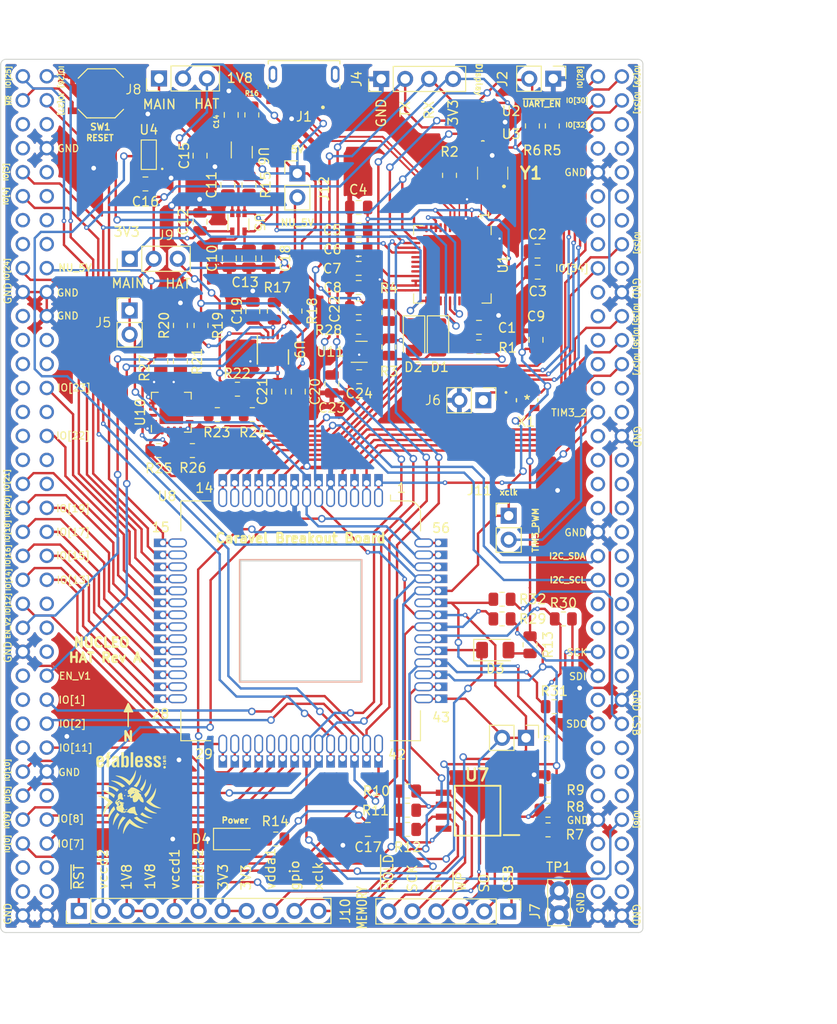
<source format=kicad_pcb>
(kicad_pcb (version 20211014) (generator pcbnew)
  (layers (0 "F.Cu" signal) (31 "B.Cu" signal) (34 "B.Paste" user) (35 "F.Paste" user) (36 "B.SilkS" user "B.Silkscreen") (37 "F.SilkS" user "F.Silkscreen") (38 "B.Mask" user) (39 "F.Mask" user) (44 "Edge.Cuts" user))
  (net 0 "")
  (net 1 "GND")
  (net 2 "V3.3")
  (net 3 "V1.8")
  (net 4 "+5V")
  (net 5 "Net-(C1-Pad2)")
  (net 6 "Net-(C2-Pad2)")
  (net 7 "Net-(C3-Pad2)")
  (net 8 "Net-(D1-Pad1)")
  (net 9 "Net-(D1-Pad2)")
  (net 10 "vdda")
  (net 11 "Net-(C23-Pad1)")
  (net 12 "VOUT1")
  (net 13 "FTDI_V3.3")
  (net 14 "Net-(D2-Pad2)")
  (net 15 "VOUT2")
  (net 16 "Net-(D3-Pad2)")
  (net 17 "Net-(D4-Pad2)")
  (net 18 "~{MEM_WP}")
  (net 19 "FTDI_D-")
  (net 20 "FTDI_D+")
  (net 21 "~{RST}")
  (net 22 "TIM3_CH2")
  (net 23 "Caravel_CSB")
  (net 24 "Caravel_SCK")
  (net 25 "Caravel_D1")
  (net 26 "Caravel_D0")
  (net 27 "Net-(R2-Pad2)")
  (net 28 "gpio")
  (net 29 "Net-(D2-Pad1)")
  (net 30 "I2C4_SCL")
  (net 31 "Net-(C14-Pad1)")
  (net 32 "~{MEM_HOLD}")
  (net 33 "~{MR}")
  (net 34 "mprj_io[27]")
  (net 35 "Net-(C19-Pad1)")
  (net 36 "mprj_io[37]")
  (net 37 "mprj_io[36]")
  (net 38 "mprj_io[35]")
  (net 39 "mprj_io[34]")
  (net 40 "mprj_io[33]")
  (net 41 "mprj_io[32]")
  (net 42 "mprj_io[31]")
  (net 43 "Net-(C11-Pad1)")
  (net 46 "Net-(J6-Pad1)")
  (net 47 "EN_V3.3")
  (net 48 "EN_V1.8")
  (net 49 "Net-(R19-Pad1)")
  (net 50 "Net-(R21-Pad1)")
  (net 51 "Net-(R22-Pad1)")
  (net 52 "Net-(R23-Pad1)")
  (net 53 "Net-(U1-Pad1)")
  (net 54 "Net-(U1-Pad2)")
  (net 57 "EN_VOUT2")
  (net 60 "vdda2")
  (net 61 "vccd2")
  (net 62 "vdda1")
  (net 67 "EN_VOUT1")
  (net 69 "I2C4_SDA")
  (net 70 "SPI4_MOSI")
  (net 76 "mprj_io[30]")
  (net 77 "mprj_io[29]")
  (net 78 "mprj_io[28]")
  (net 79 "mprj_io[26]")
  (net 80 "mprj_io[25]")
  (net 81 "mprj_io[24]")
  (net 82 "mprj_io[23]")
  (net 83 "mprj_io[22]")
  (net 84 "mprj_io[21]")
  (net 85 "mprj_io[20]")
  (net 86 "mprj_io[19]")
  (net 87 "mprj_io[18]")
  (net 88 "mprj_io[17]")
  (net 89 "mprj_io[16]")
  (net 90 "mprj_io[15]")
  (net 91 "mprj_io[14]")
  (net 92 "mprj_io[13]")
  (net 93 "mprj_io[12]")
  (net 94 "mprj_io[11]")
  (net 95 "mprj_io[10]")
  (net 96 "mprj_io[9]")
  (net 97 "mprj_io[8]")
  (net 98 "mprj_io[7]")
  (net 99 "mprj_io[0]")
  (net 100 "SPI4_MISO")
  (net 101 "SPI5_CS")
  (net 102 "SPI4_SCK")
  (net 103 "SPI5_SCK")
  (net 104 "SPI4_CS")
  (net 120 "SPI5_MISO")
  (net 122 "SPI5_MOSI")
  (net 157 "Net-(R28-Pad1)")
  (net 174 "vccd")
  (net 177 "UART8_TX")
  (net 178 "UART8_RX")
  (net 181 "xclk")
  (net 183 "Net-(R27-Pad1)")
  (net 184 "NU_5V")
  (net 185 "~{UART_EN}")
  (footprint "Resistor_SMD:R_0805_2012Metric" (layer "F.Cu") (at 141.1732 44.196 -90)
    (fp_text reference "R4")
    (fp_text value "150 - 0805W8J0151T5E")
  )
  (footprint "Resistor_SMD:R_0805_2012Metric" (layer "F.Cu") (at 131.2164 44.0436 90)
    (fp_text reference "R18")
    (fp_text value "10k")
  )
  (footprint "strive_foot_prints:SOT65P210X110-5N" (layer "F.Cu") (at 151.13 25.2476 180)
    (fp_text reference "U3")
    (fp_text value "SN74LVC1G125DCKR")
  )
  (footprint "Capacitor_SMD:C_0805_2012Metric" (layer "F.Cu") (at 137.9728 41.5544)
    (fp_text reference "C8")
    (fp_text value "0.1uf - CC0805KRX7R9BB104")
  )
  (footprint "LED_SMD:LED_1206_3216Metric" (layer "F.Cu") (at 124.8664 99.9744)
    (fp_text reference "D4")
    (fp_text value "LED - 17-215SURC/S530-A2/TR8")
  )
  (footprint "Capacitor_SMD:C_0805_2012Metric" (layer "F.Cu") (at 126.746 44.0436 90)
    (fp_text reference "C19")
    (fp_text value "0.01uf - CC0805KRX7R9BB103")
  )
  (footprint "Resistor_SMD:R_0805_2012Metric" (layer "F.Cu") (at 121.2596 45.5676 90)
    (fp_text reference "R19")
    (fp_text value "360 1% - 0805W8F1202T5E")
  )
  (footprint "Resistor_SMD:R_0805_2012Metric" (layer "F.Cu") (at 153.162 76.6572)
    (fp_text reference "R29")
    (fp_text value "0")
  )
  (footprint "Capacitor_SMD:C_0805_2012Metric" (layer "F.Cu") (at 156.9466 39.9288 180)
    (fp_text reference "C3")
    (fp_text value "0.1uf - CC0805KRX7R9BB104")
  )
  (footprint "Resistor_SMD:R_0805_2012Metric" (layer "F.Cu") (at 141.1732 47.8536 90)
    (fp_text reference "R3")
    (fp_text value "150 - 0805W8J0151T5E")
  )
  (footprint "Resistor_SMD:R_0805_2012Metric" (layer "F.Cu") (at 122.9868 55.0164)
    (fp_text reference "R23")
    (fp_text value "4.99K 1% - 0805W8F1202T5E")
  )
  (footprint "Resistor_SMD:R_0805_2012Metric" (layer "F.Cu") (at 143.1544 98.9584 180)
    (fp_text reference "R12")
    (fp_text value "10k - RC0805FR-0710KL")
  )
  (footprint "Capacitor_SMD:C_0805_2012Metric" (layer "F.Cu") (at 137.9728 39.5224)
    (fp_text reference "C7")
    (fp_text value "0.1uf - CC0805KRX7R9BB104")
  )
  (footprint "Resistor_SMD:R_0805_2012Metric" (layer "F.Cu") (at 150.6982 47.8536)
    (fp_text reference "R1")
    (fp_text value "10k - RC0805FR-0710KL")
  )
  (footprint "Resistor_SMD:R_0805_2012Metric" (layer "F.Cu") (at 129.1844 99.9744 180)
    (fp_text reference "R14")
    (fp_text value "82 - 0805W8F820JT5E")
  )
  (footprint "Resistor_SMD:R_0805_2012Metric" (layer "F.Cu") (at 143.1544 96.9264 180)
    (fp_text reference "R11")
    (fp_text value "10k - RC0805FR-0710KL")
  )
  (footprint "strive_foot_prints:SOT65P210X110-5N" (layer "F.Cu") (at 151.13 22.6568)
    (fp_text reference "U2")
    (fp_text value "SN74LVC1G125DCKR")
  )
  (footprint "Capacitor_SMD:C_0805_2012Metric" (layer "F.Cu") (at 137.9728 43.688)
    (fp_text reference "C22")
    (fp_text value "1uf - CC0805KKX5R8BB105")
  )
  (footprint "Resistor_SMD:R_0805_2012Metric" (layer "F.Cu") (at 158.0388 96.9264)
    (fp_text reference "R8")
    (fp_text value "10k - RC0805FR-0710KL")
  )
  (footprint "Caravel_Board:caravel_breakout_flexy_rev3D" (layer "F.Cu") (at 131.826 76.8604 90)
    (fp_text reference "U8")
    (fp_text value "caravel_breakout")
    (fp_line (start -6.35 -6.35) (end 6.35 -6.35) (layer "Edge.Cuts") (width 0.12))
    (fp_line (start 6.35 -6.35) (end 6.35 6.35) (layer "Edge.Cuts") (width 0.12))
    (fp_line (start -6.35 6.35) (end -6.35 -6.35) (layer "Edge.Cuts") (width 0.12))
    (fp_line (start 6.35 6.35) (end -6.35 6.35) (layer "Edge.Cuts") (width 0.12))
  )
  (footprint "Resistor_SMD:R_0805_2012Metric" (layer "F.Cu") (at 143.1544 94.8944 180)
    (fp_text reference "R10")
    (fp_text value "10k - RC0805FR-0710KL")
  )
  (footprint "Resistor_SMD:R_0805_2012Metric" (layer "F.Cu") (at 158.496 24.4348 90)
    (fp_text reference "R5")
    (fp_text value "10k")
  )
  (footprint "Capacitor_SMD:C_0805_2012Metric" (layer "F.Cu") (at 138.938 98.9584 180)
    (fp_text reference "C17")
    (fp_text value "0.1uf - CC0805KRX7R9BB104")
  )
  (footprint "Capacitor_SMD:C_0805_2012Metric" (layer "F.Cu") (at 137.9728 33.0708)
    (fp_text reference "C4")
    (fp_text value "0.1uf - CC0805KRX7R9BB104")
  )
  (footprint "Connector_PinHeader_2.54mm:PinHeader_1x02_P2.54mm_Vertical" (layer "F.Cu") (at 151.1808 53.4924 -90)
    (fp_text reference "J6")
    (fp_text value "Conn_01x02_Male")
  )
  (footprint "Resistor_SMD:R_0805_2012Metric" (layer "F.Cu") (at 119.0752 45.5676 -90)
    (fp_text reference "R20")
    (fp_text value "4.99K 1% - 0805W8F1202T5E")
  )
  (footprint "Capacitor_SMD:C_0805_2012Metric" (layer "F.Cu") (at 124.1044 30.6832 90)
    (fp_text reference "C11")
    (fp_text value "0.01uf - CC0805KRX7R9BB103")
  )
  (footprint "TestPoint:TestPoint_Bridge_Pitch2.54mm_Drill1.0mm" (layer "F.Cu") (at 159.2072 105.4608 -90)
    (fp_text reference "TP1")
    (fp_text value "TestPoint")
  )
  (footprint "Capacitor_SMD:C_0805_2012Metric" (layer "F.Cu") (at 156.9212 37.6936 180)
    (fp_text reference "C2")
    (fp_text value "0.1uf - CC0805KRX7R9BB104")
  )
  (footprint "Resistor_SMD:R_0805_2012Metric" (layer "F.Cu") (at 137.9728 45.7708)
    (fp_text reference "R28")
    (fp_text value "10k")
  )
  (footprint "Resistor_SMD:R_0805_2012Metric" (layer "F.Cu") (at 159.6644 76.6572)
    (fp_text reference "R30")
    (fp_text value "0")
  )
  (footprint "Connector_PinHeader_2.54mm:PinHeader_1x11_P2.54mm_Vertical" (layer "F.Cu") (at 108.3056 107.5944 90)
    (fp_text reference "J10")
    (fp_text value "Conn_01x11_Female")
  )
  (footprint "LED_SMD:LED_1206_3216Metric" (layer "F.Cu") (at 143.8402 46.8376 -90)
    (fp_text reference "D2")
    (fp_text value "LED - 17-215SURC/S530-A2/TR8")
  )
  (footprint "strive_foot_prints:DSC6001JE1A-010.0000" (layer "F.Cu") (at 155.82265 53.4924)
    (fp_text reference "X1")
    (fp_text value "DSC6001_10MHZ")
  )
  (footprint "Resistor_SMD:R_0805_2012Metric" (layer "F.Cu") (at 126.6952 55.0164 180)
    (fp_text reference "R24")
    (fp_text value "4.02K 1% - 0805W8F1202T5E")
  )
  (footprint "Resistor_SMD:R_0805_2012Metric" (layer "F.Cu") (at 120.3452 58.8264)
    (fp_text reference "R26")
    (fp_text value "4.7K 1% - 0805W8F1202T5E")
  )
  (footprint "Resistor_SMD:R_0805_2012Metric" (layer "F.Cu") (at 156.1338 79.4004 -90)
    (fp_text reference "R13")
    (fp_text value "82 - 0805W8F820JT5E")
  )
  (footprint "Package_DFN_QFN:QFN-48-1EP_8x8mm_P0.5mm_EP6.2x6.2mm" (layer "F.Cu") (at 147.9042 39.0906 -90)
    (fp_text reference "U1")
    (fp_text value "FT232H")
  )
  (footprint "Connector_PinHeader_2.54mm:PinHeader_1x03_P2.54mm_Vertical" (layer "F.Cu") (at 116.8042 19.4056 90)
    (fp_text reference "J8")
    (fp_text value "Conn_01x03")
  )
  (footprint "Connector_PinHeader_2.54mm:PinHeader_1x02_P2.54mm_Vertical" (layer "F.Cu") (at 153.8732 65.7302)
    (fp_text reference "J11")
    (fp_text value "Conn_01x02")
  )
  (footprint "Resistor_SMD:R_0805_2012Metric" (layer "F.Cu") (at 125.1204 52.324 180)
    (fp_text reference "R22")
    (fp_text value "4.22K 1% - 0805W8F1202T5E")
  )
  (footprint "Resistor_SMD:R_0805_2012Metric" (layer "F.Cu") (at 119.0752 49.3776 90)
    (fp_text reference "R21")
    (fp_text value "499 1% - 0805W8F1202T5E")
  )
  (footprint "Resistor_SMD:R_0805_2012Metric" (layer "F.Cu") (at 147.5994 29.6672 -90)
    (fp_text reference "R2")
    (fp_text value "12K 1% - 0805W8F1202T5E")
  )
  (footprint "Connector_PinHeader_2.54mm:PinHeader_1x02_P2.54mm_Vertical" (layer "F.Cu") (at 131.4704 29.464)
    (fp_text reference "J12")
    (fp_text value "Conn_01x02_Male")
  )
  (footprint "Capacitor_SMD:C_0805_2012Metric" (layer "F.Cu") (at 156.7688 47.0916 -90)
    (fp_text reference "C9")
    (fp_text value "0.1uf - CC0805KRX7R9BB104")
  )
  (footprint "Connector_PinHeader_2.54mm:PinHeader_1x02_P2.54mm_Vertical" (layer "F.Cu") (at 158.5926 19.431 -90)
    (fp_text reference "J2")
    (fp_text value "Conn_01x02_Female")
  )
  (footprint "Capacitor_SMD:C_0805_2012Metric" (layer "F.Cu") (at 135.128 51.7652 -90)
    (fp_text reference "C23")
    (fp_text value "0.01uf - CC0805KRX7R9BB103")
  )
  (footprint "Caravel_Board:logo" (layer "F.Cu") (at 113.6396 96.0628)
    (fp_text reference "T1" hide)
    (fp_text value "Logo" hide)
  )
  (footprint "Capacitor_SMD:C_0805_2012Metric" (layer "F.Cu") (at 137.9728 35.4584)
    (fp_text reference "C5")
    (fp_text value "0.1uf - CC0805KRX7R9BB104")
  )
  (footprint "Capacitor_SMD:C_0805_2012Metric" (layer "F.Cu") (at 131.572 52.578 -90)
    (fp_text reference "C20")
    (fp_text value "1uf - CC0805KKX5R8BB105")
  )
  (footprint "Connector_PinHeader_2.54mm:PinHeader_1x06_P2.54mm_Vertical" (layer "F.Cu") (at 153.8224 107.6452 -90)
    (fp_text reference "J7")
    (fp_text value "Conn_01x06_Female")
  )
  (footprint "strive_foot_prints:SW4-SMD-5.2X5.2X1.5MM" (layer "F.Cu") (at 110.6424 20.9804)
    (fp_text reference "SW1")
    (fp_text value "SW_Push - SKQGADE010")
  )
  (footprint "Resistor_SMD:R_0805_2012Metric" (layer "F.Cu") (at 158.0388 99.0092)
    (fp_text reference "R7")
    (fp_text value "10k - RC0805FR-0710KL")
  )
  (footprint "Capacitor_SMD:C_0805_2012Metric" (layer "F.Cu") (at 129.4892 52.578 -90)
    (fp_text reference "C21")
    (fp_text value "1uf - CC0805KKX5R8BB105")
  )
  (footprint "Resistor_SMD:R_0805_2012Metric" (layer "F.Cu") (at 156.3878 24.4348 90)
    (fp_text reference "R6")
    (fp_text value "10k")
  )
  (footprint "Resistor_SMD:R_0805_2012Metric" (layer "F.Cu") (at 126.6444 23.2664 90)
    (fp_text reference "R16")
    (fp_text value "10k")
  )
  (footprint "strive_foot_prints:SOIC127P790X216-8N" (layer "F.Cu") (at 150.5712 96.9772 180)
    (fp_text reference "U7")
    (fp_text value "W25Q32FVSS" hide)
  )
  (footprint "strive_foot_prints:FCI_10118193-0001LF" (layer "F.Cu") (at 132.1816 18.9665 180)
    (fp_text reference "J1")
    (fp_text value "USB_B_Micro - 10118193-0001LF")
  )
  (footprint "Capacitor_SMD:C_0805_2012Metric" (layer "F.Cu") (at 115.3668 30.5816 180)
    (fp_text reference "C16")
    (fp_text value "0.1uf - CC0805KRX7R9BB104")
  )
  (footprint "Capacitor_SMD:C_0805_2012Metric" (layer "F.Cu") (at 126.3396 38.4556 90)
    (fp_text reference "C13")
    (fp_text value "1uf - CC0805KKX5R8BB105")
  )
  (footprint "Caravel_Board:SOT-353F" (layer "F.Cu") (at 138.0236 48.3616)
    (fp_text reference "U11")
    (fp_text value "TAR5SxxU_SOT353F")
  )
  (footprint "LED_SMD:LED_1206_3216Metric" (layer "F.Cu") (at 146.3802 46.8376 -90)
    (fp_text reference "D1")
    (fp_text value "LED - 17-215SURC/S530-A2/TR8")
  )
  (footprint "Resistor_SMD:R_0805_2012Metric" (layer "F.Cu") (at 129.032 44.0436 90)
    (fp_text reference "R17")
    (fp_text value "10k")
  )
  (footprint "Connector_PinHeader_2.54mm:PinHeader_1x04_P2.54mm_Vertical" (layer "F.Cu") (at 140.3604 19.4564 90)
    (fp_text reference "J4")
    (fp_text value "Conn_01x04_Female")
  )
  (footprint "Caravel_Board:ST_Morpho_Connectors_144" (layer "F.Cu") (at 134.1628 54.0004)
    (fp_text reference "U12")
    (fp_text value "NUCLEO144-F746ZG")
  )
  (footprint "LED_SMD:LED_1206_3216Metric" (layer "F.Cu") (at 152.4508 79.9592)
    (fp_text reference "D3")
    (fp_text value "LED - 17-215SURC/S530-A2/TR8")
  )
  (footprint "Capacitor_SMD:C_0805_2012Metric" (layer "F.Cu") (at 121.158 34.5948 -90)
    (fp_text reference "C12")
    (fp_text value "10uf - CC0805KKX5R8BB106")
  )
  (footprint "Capacitor_SMD:C_0805_2012Metric" (layer "F.Cu") (at 128.4224 38.4556 90)
    (fp_text reference "C18")
    (fp_text value "1uf - CC0805KKX5R8BB105")
  )
  (footprint "Capacitor_SMD:C_0805_2012Metric" (layer "F.Cu") (at 138.0236 51.0032)
    (fp_text reference "C24")
    (fp_text value "10uf - CC0805KKX5R8BB106")
  )
  (footprint "Resistor_SMD:R_0805_2012Metric" (layer "F.Cu") (at 116.9924 49.3776 90)
    (fp_text reference "R27")
    (fp_text value "10k")
  )
  (footprint "Resistor_SMD:R_0805_2012Metric" (layer "F.Cu") (at 158.0388 94.7928)
    (fp_text reference "R9")
    (fp_text value "10k - RC0805FR-0710KL")
  )
  (footprint "Caravel_Board:PoR_5_SOT23" (layer "F.Cu") (at 115.7224 27.4828 180)
    (fp_text reference "U4")
    (fp_text value "MCP1319MT-29LE-OT")
  )
  (footprint "Capacitor_SMD:C_0805_2012Metric" (layer "F.Cu") (at 124.46 23.2664 90)
    (fp_text reference "C14")
    (fp_text value "0.01uf - CC0805KRX7R9BB103")
  )
  (footprint "Resistor_SMD:R_0805_2012Metric" (layer "F.Cu") (at 153.162 74.5744)
    (fp_text reference "R32")
    (fp_text value "0")
  )
  (footprint "Caravel_Board:QFN-16-1EP_4x4mm_P0.65mm_EP2.5x2.5mm" (layer "F.Cu") (at 118.11 54.7624 90)
    (fp_text reference "U10")
    (fp_text value "MCP4661")
  )
  (footprint "Caravel_Board:SOT-353F" (layer "F.Cu") (at 125.5776 26.9748 -90)
    (fp_text reference "U6")
    (fp_text value "TAR5SxxU_SOT353F")
  )
  (footprint "Capacitor_SMD:C_0805_2012Metric" (layer "F.Cu") (at 137.9728 37.4904)
    (fp_text reference "C6")
    (fp_text value "0.1uf - CC0805KRX7R9BB104")
  )
  (footprint "Resistor_SMD:R_0805_2012Metric" (layer "F.Cu") (at 116.7892 58.8264 180)
    (fp_text reference "R25")
    (fp_text value "4.7K 1% - 0805W8F1202T5E")
  )
  (footprint "Capacitor_SMD:C_0805_2012Metric" (layer "F.Cu") (at 150.7236 45.7708 180)
    (fp_text reference "C1")
    (fp_text value "0.01uf - CC0805JRX7R9BB103")
  )
  (footprint "Resistor_SMD:R_0805_2012Metric" (layer "F.Cu") (at 126.3396 30.6832 90)
    (fp_text reference "R15")
    (fp_text value "10k")
  )
  (footprint "Connector_PinHeader_2.54mm:PinHeader_1x02_P2.54mm_Vertical" (layer "F.Cu") (at 155.707 89.2556 -90)
    (fp_text reference "J3")
    (fp_text value "Conn_01x02_Male")
  )
  (footprint "Caravel_Board:10-pin_MLF_P0.5" (layer "F.Cu") (at 128.8796 48.1584 -90)
    (fp_text reference "U9")
    (fp_text value "MIC2211-AAYML-TR")
  )
  (footprint "Connector_PinHeader_2.54mm:PinHeader_1x02_P2.54mm_Vertical" (layer "F.Cu") (at 113.6904 43.9878)
    (fp_text reference "J5")
    (fp_text value "Conn_01x02_Male")
  )
  (footprint "Capacitor_SMD:C_0805_2012Metric" (layer "F.Cu") (at 124.2568 38.4556 90)
    (fp_text reference "C10")
    (fp_text value "1uf - CC0805KKX5R8BB105")
  )
  (footprint "Resistor_SMD:R_0805_2012Metric" (layer "F.Cu") (at 158.6992 85.9536)
    (fp_text reference "R31")
    (fp_text value "0")
  )
  (footprint "Caravel_Board:ef_logo" (layer "F.Cu") (at 113.792 91.6432)
    (fp_text reference "T2" hide)
    (fp_text value "Logo" hide)
  )
  (footprint "Connector_PinHeader_2.54mm:PinHeader_1x03_P2.54mm_Vertical" (layer "F.Cu") (at 113.7054 38.5064 90)
    (fp_text reference "J9")
    (fp_text value "Conn_01x03")
  )
  (footprint "Caravel_Board:SOT-353F" (layer "F.Cu") (at 125.222 34.6456 -90)
    (fp_text reference "U5")
    (fp_text value "TAR5SxxU_SOT353F")
  )
  (footprint "strive_foot_prints:CSTNE12M0GH5L000R0" (layer "F.Cu") (at 152.1714 29.4386)
    (fp_text reference "Y1")
    (fp_text value "CSTNE12M0GH5L000R0" hide)
  )
  (footprint "Capacitor_SMD:C_0805_2012Metric" (layer "F.Cu") (at 121.158 27.5844 90)
    (fp_text reference "C15")
    (fp_text value "10uf - CC0805KKX5R8BB106")
  )
  (gr_line (start 125.349 83.3374) (end 125.349 70.3834) (layer "B.SilkS") (width 0.15))
  (gr_line (start 138.303 83.3374) (end 125.349 83.3374) (layer "B.SilkS") (width 0.15))
  (gr_line (start 138.303 70.3834) (end 138.303 83.3374) (layer "B.SilkS") (width 0.15))
  (gr_line (start 125.349 70.3834) (end 138.303 70.3834) (layer "B.SilkS") (width 0.15))
  (gr_line (start 138.303 83.3374) (end 125.349 83.3374) (layer "F.SilkS") (width 0.15))
  (gr_line (start 125.349 70.3834) (end 138.303 70.3834) (layer "F.SilkS") (width 0.15))
  (gr_poly (pts (xy 113.1316 86.487) (xy 113.538 85.6234) (xy 113.9952 86.487)) (layer "F.SilkS") (width 0.15) (fill solid))
  (gr_line (start 113.538 86.487) (end 113.538 88.0618) (layer "F.SilkS") (width 0.15))
  (gr_line (start 125.349 83.3374) (end 125.349 70.3834) (layer "F.SilkS") (width 0.15))
  (gr_line (start 138.303 70.3834) (end 138.303 83.3374) (layer "F.SilkS") (width 0.15))
  (gr_line (start 100.0252 109.3216) (end 100.0252 17.9324) (layer "Edge.Cuts") (width 0.1))
  (gr_line (start 100.584 17.3736) (end 167.5892 17.3736) (layer "Edge.Cuts") (width 0.1))
  (gr_arc (start 100.584 109.8804) (mid 100.188869 109.716731) (end 100.0252 109.3216) (layer "Edge.Cuts") (width 0.1))
  (gr_arc (start 100.0252 17.9324) (mid 100.188869 17.537269) (end 100.584 17.3736) (layer "Edge.Cuts") (width 0.1))
  (gr_line (start 168.0972 17.8816) (end 168.0972 109.4232) (layer "Edge.Cuts") (width 0.1))
  (gr_arc (start 168.0972 109.4232) (mid 167.963289 109.746489) (end 167.64 109.8804) (layer "Edge.Cuts") (width 0.1))
  (gr_line (start 167.64 109.8804) (end 100.584 109.8804) (layer "Edge.Cuts") (width 0.1))
  (gr_arc (start 167.5892 17.3736) (mid 167.94841 17.52239) (end 168.0972 17.8816) (layer "Edge.Cuts") (width 0.1))
  (gr_text "GND" (at 140.3604 23.0632 90) (layer "F.SilkS") (effects (font (size 1 1))))
  (gr_text "IO[30]" (at 161.1376 21.7424) (layer "F.SilkS") (effects (font (size 0.5 0.5) (thickness 0.125))))
  (gr_text "14" (at 121.6152 62.7888) (layer "F.SilkS") (effects (font (size 1 1))))
  (gr_text "IO[25]" (at 100.838 19.2532 90) (layer "F.SilkS") (effects (font (size 0.5 0.5) (thickness 0.125))))
  (gr_text "GND" (at 167.386 85.2932 270) (layer "F.SilkS") (effects (font (size 0.75 0.75) (thickness 0.125))))
  (gr_text "42" (at 142.0368 91.0336) (layer "F.SilkS") (effects (font (size 1 1))))
  (gr_text "GND" (at 160.9344 67.5132) (layer "F.SilkS") (effects (font (size 0.75 0.75) (thickness 0.125))))
  (gr_text "IO[29]" (at 167.4876 19.2024 270) (layer "F.SilkS") (effects (font (size 0.5 0.5) (thickness 0.125))))
  (gr_text "29" (at 121.5644 90.9828) (layer "F.SilkS") (effects (font (size 1 1))))
  (gr_text "GND" (at 100.7872 107.8992 90) (layer "F.SilkS") (effects (font (size 0.75 0.75) (thickness 0.125))))
  (gr_text "SDI" (at 161.1884 82.7532) (layer "F.SilkS") (effects (font (size 0.75 0.75) (thickness 0.125))))
  (gr_text "MEMORY" (at 138.3284 107.2388 90) (layer "F.SilkS") (effects (font (size 1 0.75))))
  (gr_text "IO[23]" (at 107.7976 52.1716) (layer "F.SilkS") (effects (font (size 0.75 0.75) (thickness 0.125))))
  (gr_text "3V3" (at 126.0348 104.0384 90) (layer "F.SilkS") (effects (font (size 1 1))))
  (gr_text "IO[22]" (at 107.696 57.2516) (layer "F.SilkS") (effects (font (size 0.75 0.75) (thickness 0.125))))
  (gr_text "IO[14]" (at 100.838 72.4916 90) (layer "F.SilkS") (effects (font (size 0.5 0.5) (thickness 0.125))))
  (gr_text "~{WP}" (at 148.7932 104.4956 90) (layer "F.SilkS") (effects (font (size 1 1))))
  (gr_text "GND" (at 107.1372 42.1132) (layer "F.SilkS") (effects (font (size 0.75 0.75) (thickness 0.125))))
  (gr_text "43" (at 146.7104 87.0966) (layer "F.SilkS") (effects (font (size 1 1))))
  (gr_text "NUCLEO \nHAT Rev A" (at 111.0996 79.9592) (layer "F.SilkS") (effects (font (size 1 1) (thickness 0.25))))
  (gr_text "GND" (at 161.1884 97.9932) (layer "F.SilkS") (effects (font (size 0.75 0.75) (thickness 0.125))))
  (gr_text "~{HOLD}" (at 141.1224 103.5304 90) (layer "F.SilkS") (effects (font (size 1 1))))
  (gr_text "MAIN" (at 116.84 22.1488) (layer "F.SilkS") (effects (font (size 1 1))))
  (gr_text "MAIN" (at 113.538 41.0972) (layer "F.SilkS") (effects (font (size 1 1))))
  (gr_text "EN_V1" (at 107.8992 82.7024) (layer "F.SilkS") (effects (font (size 0.75 0.75) (thickness 0.125))))
  (gr_text "IO[6]" (at 167.4368 97.8916 270) (layer "F.SilkS") (effects (font (size 0.5 0.5) (thickness 0.125))))
  (gr_text "Caravel Breakout Board" (at 131.8006 68.0974) (layer "F.SilkS") (effects (font (size 1 1) (thickness 0.25))))
  (gr_text "15" (at 116.9924 66.9544) (layer "F.SilkS") (effects (font (size 1 1))))
  (gr_text "GND" (at 100.7872 80.1624 90) (layer "F.SilkS") (effects (font (size 0.75 0.75) (thickness 0.125))))
  (gr_text "vccd2" (at 110.8456 103.1748 90) (layer "F.SilkS") (effects (font (size 1 1))))
  (gr_text "xclk" (at 133.6548 103.886 90) (layer "F.SilkS") (effects (font (size 1 1))))
  (gr_text "RESET" (at 110.5408 25.7048) (layer "F.SilkS") (effects (font (size 0.635 0.635))))
  (gr_text "GND" (at 107.188 26.8224) (layer "F.SilkS") (effects (font (size 0.75 0.75) (thickness 0.125))))
  (gr_text "1V8" (at 113.3856 103.9876 90) (layer "F.SilkS") (effects (font (size 1 1))))
  (gr_text "vccd1" (at 118.4656 103.1748 90) (layer "F.SilkS") (effects (font (size 1 1))))
  (gr_text "HAT" (at 118.8212 41.148) (layer "F.SilkS") (effects (font (size 1 1))))
  (gr_text "56" (at 146.7104 67.0306) (layer "F.SilkS") (effects (font (size 1 1))))
  (gr_text "IO[2]" (at 107.6452 87.7824) (layer "F.SilkS") (effects (font (size 0.75 0.75) (thickness 0.125))))
  (gr_text "~{RST}" (at 108.3056 103.9876 90) (layer "F.SilkS") (effects (font (size 1 1))))
  (gr_text "IO[16]" (at 100.7872 69.9516 90) (layer "F.SilkS") (effects (font (size 0.5 0.5) (thickness 0.125))))
  (gr_text "IO[13]" (at 107.7468 72.5424) (layer "F.SilkS") (effects (font (size 0.75 0.75) (thickness 0.125))))
  (gr_text "IO[17]" (at 107.696 67.4624) (layer "F.SilkS") (effects (font (size 0.75 0.75) (thickness 0.125))))
  (gr_text "5V" (at 131.4704 26.924) (layer "F.SilkS") (effects (font (size 0.75 0.75))))
  (gr_text "GND" (at 167.4876 57.3532 270) (layer "F.SilkS") (effects (font (size 0.75 0.75) (thickness 0.125))))
  (gr_text "GND" (at 100.7872 42.164 90) (layer "F.SilkS") (effects (font (size 0.75 0.75) (thickness 0.125))))
  (gr_text "1V8" (at 115.8748 103.9368 90) (layer "F.SilkS") (effects (font (size 1 1))))
  (gr_text "CSB" (at 153.8224 104.1908 90) (layer "F.SilkS") (effects (font (size 1 1))))
  (gr_text "NU_5V" (at 131.4704 34.6964) (layer "F.SilkS") (effects (font (size 0.75 0.75))))
  (gr_text "xclk" (at 153.8732 63.246) (layer "F.SilkS") (effects (font (size 0.635 0.635))))
  (gr_text "GND" (at 167.386 41.656 270) (layer "F.SilkS") (effects (font (size 0.75 0.75) (thickness 0.125))))
  (gr_text "SI" (at 146.2024 104.902 90) (layer "F.SilkS") (effects (font (size 1 1))))
  (gr_text "IO[12]" (at 100.7872 75.0824 90) (layer "F.SilkS") (effects (font (size 0.5 0.5) (thickness 0.125))))
  (gr_text "IO[5]" (at 100.7364 95.3008 90) (layer "F.SilkS") (effects (font (size 0.5 0.5) (thickness 0.125))))
  (gr_text "IO[28]" (at 161.4424 19.2532 90) (layer "F.SilkS") (effects (font (size 0.5 0.5) (thickness 0.125))))
  (gr_text "IO[4]" (at 100.584 31.8516 90) (layer "F.SilkS") (effects (font (size 0.5 0.5) (thickness 0.125))))
  (gr_text "GND" (at 107.1372 44.5516) (layer "F.SilkS") (effects (font (size 0.75 0.75) (thickness 0.125))))
  (gr_text "IO[21]" (at 100.6856 61.976 90) (layer "F.SilkS") (effects (font (size 0.5 0.5) (thickness 0.125))))
  (gr_text "NU_5V" (at 107.8992 39.4716) (layer "F.SilkS") (effects (font (size 0.75 0.75))))
  (gr_text "IO[36]" (at 167.386 46.9392 270) (layer "F.SilkS") (effects (font (size 0.5 0.5) (thickness 0.125))))
  (gr_text "IO[11]" (at 108.0008 90.3224) (layer "F.SilkS") (effects (font (size 0.75 0.75) (thickness 0.125))))
  (gr_text "TIM3_PWM" (at 156.718 67.2592 90) (layer "F.SilkS") (effects (font (size 0.635 0.635))))
  (gr_text "IO[27]" (at 106.426 22.1488 270) (layer "F.SilkS") (effects (font (size 0.5 0.5) (thickness 0.125))))
  (gr_text "~{UART_EN}" (at 157.3784 22.098) (layer "F.SilkS") (effects (font (size 0.635 0.635))))
  (gr_text "vdda1" (at 128.6256 103.124 90) (layer "F.SilkS") (effects (font (size 1 1))))
  (gr_text "~{MR}" (at 100.9396 21.7424 90) (layer "F.SilkS") (effects (font (size 0.5 0.5) (thickness 0.125))))
  (gr_text "1\n" (at 151.2824 33.8836 90) (layer "F.SilkS") (effects (font (size 1 1))))
  (gr_text "1\n" (at 142.494 62.7888) (layer "F.SilkS") (effects (font (size 1 1))))
  (gr_text "3V3" (at 123.5964 103.9876 90) (layer "F.SilkS") (effects (font (size 1 1))))
  (gr_text "IO[34]" (at 160.5788 39.5224) (layer "F.SilkS") (effects (font (size 0.75 0.75) (thickness 0.125))))
  (gr_text "IO[37]" (at 167.4368 49.6824 270) (layer "F.SilkS") (effects (font (size 0.5 0.5) (thickness 0.125))))
  (gr_text "3V3" (at 113.3856 35.6616) (layer "F.SilkS") (effects (font (size 1 1))))
  (gr_text "EN_V2" (at 100.7872 77.6224 90) (layer "F.SilkS") (effects (font (size 0.5 0.5) (thickness 0.125))))
  (gr_text "GND" (at 107.2896 92.9132) (layer "F.SilkS") (effects (font (size 0.75 0.75) (thickness 0.125))))
  (gr_text "IO[7]" (at 107.4928 100.4824) (layer "F.SilkS") (effects (font (size 0.75 0.75) (thickness 0.125))))
  (gr_text "gpio" (at 131.1656 103.8352 90) (layer "F.SilkS") (effects (font (size 1 1))))
  (gr_text "HAT" (at 121.8692 22.098) (layer "F.SilkS") (effects (font (size 1 1))))
  (gr_text "TIM3_2" (at 160.274 54.8132) (layer "F.SilkS") (effects (font (size 0.75 0.75) (thickness 0.125))))
  (gr_text "IO[18]" (at 100.7364 67.3608 90) (layer "F.SilkS") (effects (font (size 0.5 0.5) (thickness 0.125))))
  (gr_text "N" (at 113.538 89.1032) (layer "F.SilkS") (effects (font (size 1 1) (thickness 0.25))))
  (gr_text "GND" (at 160.9344 29.3624) (layer "F.SilkS") (effects (font (size 0.75 0.75) (thickness 0.125))))
  (gr_text "IO[24]" (at 100.6856 39.624 90) (layer "F.SilkS") (effects (font (size 0.5 0.5) (thickness 0.125))))
  (gr_text "IO[1]" (at 107.5944 85.2424) (layer "F.SilkS") (effects (font (size 0.75 0.75) (thickness 0.125))))
  (gr_text "IO[31]" (at 167.4876 21.9964 270) (layer "F.SilkS") (effects (font (size 0.5 0.5) (thickness 0.125))))
  (gr_text "3V3" (at 147.9804 23.0124 90) (layer "F.SilkS") (effects (font (size 1 1))))
  (gr_text "IO[0]" (at 100.7364 100.4824 90) (layer "F.SilkS") (effects (font (size 0.5 0.5) (thickness 0.125))))
  (gr_text "SCK" (at 143.6624 104.14 90) (layer "F.SilkS") (effects (font (size 1 1))))
  (gr_text "IO[20]" (at 100.7364 64.7192 90) (layer "F.SilkS") (effects (font (size 0.5 0.5) (thickness 0.125))))
  (gr_text "IO[15]" (at 107.696 69.9516) (layer "F.SilkS") (effects (font (size 0.75 0.75) (thickness 0.125))))
  (gr_text "IO[10]" (at 100.7364 92.6592 90) (layer "F.SilkS") (effects (font (size 0.5 0.5) (thickness 0.125))))
  (gr_text "IO[9]" (at 100.6856 97.9424 90) (layer "F.SilkS") (effects (font (size 0.5 0.5) (thickness 0.125))))
  (gr_text "I2C_SCL" (at 160.1216 72.5424) (layer "F.SilkS") (effects (font (size 0.635 0.635))))
  (gr_text "28" (at 116.9416 86.7156) (layer "F.SilkS") (effects (font (size 1 1))))
  (gr_text "SDO" (at 161.0868 87.7824) (layer "F.SilkS") (effects (font (size 0.75 0.75) (thickness 0.125))))
  (gr_text "IO[19]" (at 107.696 64.9732) (layer "F.SilkS") (effects (font (size 0.75 0.75) (thickness 0.125))))
  (gr_text "CSB" (at 167.386 87.9348 270) (layer "F.SilkS") (effects (font (size 0.75 0.75) (thickness 0.125))))
  (gr_text "RX" (at 145.4404 22.7584 90) (layer "F.SilkS") (effects (font (size 1 1))))
  (gr_text "1V8" (at 125.3744 19.3548) (layer "F.SilkS") (effects (font (size 1 1))))
  (gr_text "SO" (at 151.2824 104.648 90) (layer "F.SilkS") (effects (font (size 1 1))))
  (gr_text "vdda2" (at 120.9548 103.124 90) (layer "F.SilkS") (effects (font (size 1 1))))
  (gr_text "IO[32]" (at 161.0868 24.3332) (layer "F.SilkS") (effects (font (size 0.5 0.5) (thickness 0.125))))
  (gr_text "IO[3]" (at 100.584 29.3116 90) (layer "F.SilkS") (effects (font (size 0.5 0.5) (thickness 0.125))))
  (gr_text "GND" (at 161.4932 106.7308 90) (layer "F.SilkS") (effects (font (size 0.75 0.75) (thickness 0.125))))
  (gr_text "IO[26]" (at 106.426 19.2532 270) (layer "F.SilkS") (effects (font (size 0.5 0.5) (thickness 0.125))))
  (gr_text "TX" (at 142.9004 22.6568 90) (layer "F.SilkS") (effects (font (size 1 1))))
  (gr_text "Display\n" (at 150.7136 19.5326 270) (layer "F.SilkS") (effects (font (size 0.635 0.635))))
  (gr_text "IO[35]" (at 167.386 44.3992 270) (layer "F.SilkS") (effects (font (size 0.5 0.5) (thickness 0.125))))
  (gr_text "Power" (at 124.8664 97.9932) (layer "F.SilkS") (effects (font (size 0.635 0.635))))
  (gr_text "GND" (at 167.386 108.0008 270) (layer "F.SilkS") (effects (font (size 0.75 0.75) (thickness 0.125))))
  (gr_text "IO[33]" (at 167.4876 36.83 270) (layer "F.SilkS") (effects (font (size 0.5 0.5) (thickness 0.125))))
  (gr_text "I2C_SDA" (at 160.0708 70.0024) (layer "F.SilkS") (effects (font (size 0.635 0.635))))
  (gr_text "IO[8]" (at 107.442 97.8408) (layer "F.SilkS") (effects (font (size 0.75 0.75) (thickness 0.125))))
  (gr_text "SCK" (at 161.1376 80.2132) (layer "F.SilkS") (effects (font (size 0.75 0.75) (thickness 0.125))))
  (segment (start 118.1608 32.8676) (end 117.656489 33.371911) (width 0.254) (layer "F.Cu") (net 1))
  (segment (start 126.6328 49.5184) (end 126.492 49.3776) (width 0.254) (layer "F.Cu") (net 1))
  (segment (start 138.0236 48.6576) (end 138.0236 48.6664) (width 0.254) (layer "F.Cu") (net 1))
  (segment (start 118.364 29.6672) (end 118.0846 29.9466) (width 0.254) (layer "F.Cu") (net 1))
  (segment (start 137.0228 37.4904) (end 137.16 37.4904) (width 0.254) (layer "F.Cu") (net 1))
  (segment (start 131.184 62.2604) (end 131.184 63.8104) (width 0.254) (layer "F.Cu") (net 1))
  (segment (start 158.176 37.719) (end 158.1506 37.6936) (width 0.254) (layer "F.Cu") (net 1))
  (segment (start 123.4664 99.9744) (end 121.9708 99.9744) (width 0.254) (layer "F.Cu") (net 1))
  (segment (start 119.8626 56.515) (end 120.0475 56.3301) (width 0.254) (layer "F.Cu") (net 1))
  (segment (start 149.331326 32.329474) (end 149.4536 32.2072) (width 0.254) (layer "F.Cu") (net 1))
  (segment (start 152.146 29.464) (end 152.146 27.5844) (width 0.254) (layer "F.Cu") (net 1))
  (segment (start 137.9728 98.9584) (end 136.2964 100.6348) (width 0.254) (layer "F.Cu") (net 1))
  (segment (start 130.8816 23.652) (end 130.8816 21.6415) (width 0.254) (layer "F.Cu") (net 1))
  (segment (start 150.9522 23.3172) (end 151.5618 22.7076) (width 0.254) (layer "F.Cu") (net 1))
  (segment (start 157.8966 39.9288) (end 157.8966 37.719) (width 0.254) (layer "F.Cu") (net 1))
  (segment (start 165.8678 85.2354) (end 164.592 83.9596) (width 0.254) (layer "F.Cu") (net 1))
  (segment (start 164.592 68.7196) (end 163.3278 67.4554) (width 0.254) (layer "F.Cu") (net 1))
  (segment (start 137.7276 48.3616) (end 138.0236 48.6576) (width 0.254) (layer "F.Cu") (net 1))
  (segment (start 118.364 28.0416) (end 118.364 29.6672) (width 0.254) (layer "F.Cu") (net 1))
  (segment (start 115.5909 56.4896) (end 115.5909 56.319) (width 0.254) (layer "F.Cu") (net 1))
  (segment (start 104.9078 42.0354) (end 102.3678 42.0354) (width 0.254) (layer "F.Cu") (net 1))
  (segment (start 105.405889 81.631489) (end 103.863889 81.631489) (width 0.254) (layer "F.Cu") (net 1))
  (segment (start 151.6673 43.9374) (end 150.7044 42.9745) (width 0.254) (layer "F.Cu") (net 1))
  (segment (start 151.7729 39.3495) (end 152.8469 39.3495) (width 0.254) (layer "F.Cu") (net 1))
  (segment (start 138.0236 48.8188) (end 138.0236 50.5968) (width 0.254) (layer "F.Cu") (net 1))
  (segment (start 117.8052 27.4828) (end 118.364 28.0416) (width 0.254) (layer "F.Cu") (net 1))
  (segment (start 137.16 37.4904) (end 137.922 38.2524) (width 0.254) (layer "F.Cu") (net 1))
  (segment (start 121.9708 99.9744) (end 118.2624 99.9744) (width 0.254) (layer "F.Cu") (net 1))
  (segment (start 120.0475 56.3301) (end 120.0475 55.7374) (width 0.254) (layer "F.Cu") (net 1))
  (segment (start 138.0236 50.5968) (end 137.6172 51.0032) (width 0.254) (layer "F.Cu") (net 1))
  (segment (start 144.0229 40.8495) (end 144.0229 41.3495) (width 0.254) (layer "F.Cu") (net 1))
  (segment (start 125.5776 23.434) (end 124.46 22.3164) (width 0.254) (layer "F.Cu") (net 1))
  (segment (start 118.4148 52.8047) (end 118.435 52.8249) (width 0.254) (layer "F.Cu") (net 1))
  (segment (start 119.085 56.6999) (end 119.6777 56.6999) (width 0.254) (layer "F.Cu") (net 1))
  (segment (start 126.746 43.0936) (end 126.746 41.91) (width 0.254) (layer "F.Cu") (net 1))
  (segment (start 152.781 22.7076) (end 153.4922 23.4188) (width 0.254) (layer "F.Cu") (net 1))
  (segment (start 107.0356 89.1032) (end 107.0356 83.2612) (width 0.254) (layer "F.Cu") (net 1))
  (segment (start 149.331326 34.256144) (end 149.331326 32.329474) (width 0.254) (layer "F.Cu") (net 1))
  (segment (start 164.6936 58.4696) (end 165.8678 57.2954) (width 0.254) (layer "F.Cu") (net 1))
  (segment (start 122.6312 38.4048) (end 123.632 39.4056) (width 0.254) (layer "F.Cu") (net 1))
  (segment (start 125.222 33.6956) (end 125.222 30.5968) (width 0.254) (layer "F.Cu") (net 1))
  (segment (start 164.592 83.9596) (end 164.592 68.7196) (width 0.254) (layer "F.Cu") (net 1))
  (segment (start 125.222 30.5968) (end 124.3584 29.7332) (width 0.254) (layer "F.Cu") (net 1))
  (segment (start 127.8796 49.5184) (end 126.6328 49.5184) (width 0.254) (layer "F.Cu") (net 1))
  (segment (start 138.0236 48.6664) (end 138.0236 48.8188) (width 0.254) (layer "F.Cu") (net 1))
  (segment (start 117.1474 27.4828) (end 117.8052 27.4828) (width 0.254) (layer "F.Cu") (net 1))
  (segment (start 149.1479 34.43957) (end 149.331326 34.256144) (width 0.1524) (layer "F.Cu") (net 1))
  (segment (start 117.656489 33.371911) (end 117.656489 41.761289) (width 0.254) (layer "F.Cu") (net 1))
  (segment (start 137.988 98.9584) (end 137.9728 98.9584) (width 0.254) (layer "F.Cu") (net 1))
  (segment (start 107.0356 83.2612) (end 105.405889 81.631489) (width 0.254) (layer "F.Cu") (net 1))
  (segment (start 124.8156 36.4744) (end 123.444 36.4744) (width 0.254) (layer "F.Cu") (net 1))
  (segment (start 117.656489 41.761289) (end 119.0752 43.18) (width 0.254) (layer "F.Cu") (net 1))
  (segment (start 140.8578 41.3406) (end 140.208 40.6908) (width 0.254) (layer "F.Cu") (net 1))
  (segment (start 123.7132 29.7332) (end 122.7328 28.7528) (width 0.254) (layer "F.Cu") (net 1))
  (segment (start 152.8659 39.3728) (end 152.8699 39.3768) (width 0.254) (layer "F.Cu") (net 1))
  (segment (start 123.632 39.4056) (end 124.2568 39.4056) (width 0.254) (layer "F.Cu") (net 1))
  (segment (start 121.158 33.6448) (end 121.158 32.258) (width 0.254) (layer "F.Cu") (net 1))
  (segment (start 103.863889 81.631489) (end 102.3678 80.1354) (width 0.254) (layer "F.Cu") (net 1))
  (segment (start 123.444 36.4744) (end 122.6312 37.2872) (width 0.254) (layer "F.Cu") (net 1))
  (segment (start 104.9078 44.5754) (end 104.9078 42.0354) (width 0.254) (layer "F.Cu") (net 1))
  (segment (start 146.1479 34.4895) (end 145.796 34.1376) (width 0.254) (layer "F.Cu") (net 1))
  (segment (start 118.4148 51.6128) (end 118.4148 52.8047) (width 0.254) (layer "F.Cu") (net 1))
  (segment (start 152.8469 39.3495) (end 152.8509 39.3535) (width 0.254) (layer "F.Cu") (net 1))
  (segment (start 151.7729 36.8495) (end 151.7729 36.3495) (width 0.254) (layer "F.Cu") (net 1))
  (segment (start 153.4922 23.4188) (end 153.4922 24.0284) (width 0.254) (layer "F.Cu") (net 1))
  (segment (start 151.7729 39.8495) (end 151.7729 39.3495) (width 0.254) (layer "F.Cu") (net 1))
  (segment (start 115.5909 56.319) (end 116.1725 55.7374) (width 0.254) (layer "F.Cu") (net 1))
  (segment (start 161.4044 83.9596) (end 164.592 83.9596) (width 0.254) (layer "F.Cu") (net 1))
  (segment (start 125.222 36.068) (end 124.8156 36.4744) (width 0.254) (layer "F.Cu") (net 1))
  (segment (start 125.5776 26.0248) (end 125.5776 23.434) (width 0.254) (layer "F.Cu") (net 1))
  (segment (start 151.7792 36.3406) (end 152.8758 36.3406) (width 0.254) (layer "F.Cu") (net 1))
  (segment (start 125.222 33.6956) (end 125.222 36.068) (width 0.254) (layer "F.Cu") (net 1))
  (segment (start 151.6673 45.7797) (end 151.6673 43.9374) (width 0.254) (layer "F.Cu") (net 1))
  (segment (start 121.158 32.258) (end 121.1072 32.2072) (width 0.254) (layer "F.Cu") (net 1))
  (segment (start 145.6479 35.2245) (end 146.1479 35.2245) (width 0.254) (layer "F.Cu") (net 1))
  (segment (start 130.8608 23.6728) (end 130.8816 23.652) (width 0.254) (layer "F.Cu") (net 1))
  (segment (start 137.0228 43.688) (end 137.1092 43.688) (width 0.254) (layer "F.Cu") (net 1))
  (segment (start 124.1044 29.7332) (end 123.7132 29.7332) (width 0.254) (layer "F.Cu") (net 1))
  (segment (start 119.0752 44.6551) (end 119.0752 43.18) (width 0.254) (layer "F.Cu") (net 1))
  (segment (start 146.1479 35.2245) (end 146.1479 34.4895) (width 0.254) (layer "F.Cu") (net 1))
  (segment (start 137.6172 51.0032) (end 137.0736 51.0032) (width 0.254) (layer "F.Cu") (net 1))
  (segment (start 152.1968 24.5872) (end 152.9334 24.5872) (width 0.254) (layer "F.Cu") (net 1))
  (segment (start 117.4496 30.5816) (end 116.3168 30.5816) (width 0.254) (layer "F.Cu") (net 1))
  (segment (start 134.994 63.8104) (end 134.994 62.2604) (width 0.254) (layer "F.Cu") (net 1))
  (segment (start 118.435 56.6999) (end 119.085 56.6999) (width 0.254) (layer "F.Cu") (net 1))
  (segment (start 164.6936 66.0896) (end 164.6936 58.4696) (width 0.254) (layer "F.Cu") (net 1))
  (segment (start 144.0292 41.3406) (end 140.8578 41.3406) (width 0.254) (layer "F.Cu") (net 1))
  (segment (start 149.1479 34.43957) (end 149.1479 35.2245) (width 0.1524) (layer "F.Cu") (net 1))
  (segment (start 118.364 51.562) (end 118.4148 51.6128) (width 0.254) (layer "F.Cu") (net 1))
  (segment (start 118.0846 29.9466) (end 117.4496 30.5816) (width 0.254) (layer "F.Cu") (net 1))
  (segment (start 116.1725 53.6377) (end 116.1725 54.2446) (width 0.254) (layer "F.Cu") (net 1))
  (segment (start 150.114 23.3172) (end 150.9522 23.3172) (width 0.254) (layer "F.Cu") (net 1))
  (segment (start 152.8758 36.3406) (end 152.908 36.3728) (width 0.254) (layer "F.Cu") (net 1))
  (segment (start 115.6716 53.1368) (end 116.1725 53.6377) (width 0.254) (layer "F.Cu") (net 1))
  (segment (start 145.796 34.1376) (end 145.3388 34.1376) (width 0.254) (layer "F.Cu") (net 1))
  (segment (start 150.1479 42.9745) (end 150.6479 42.9745) (width 0.254) (layer "F.Cu") (net 1))
  (segment (start 151.5618 22.7076) (end 152.781 22.7076) (width 0.254) (layer "F.Cu") (net 1))
  (segment (start 163.3278 67.4554) (end 164.6936 66.0896) (width 0.254) (layer "F.Cu") (net 1))
  (segment (start 146.6479 35.2245) (end 146.1479 35.2245) (width 0.254) (layer "F.Cu") (net 1))
  (segment (start 119.6777 56.6999) (end 119.8626 56.515) (width 0.254) (layer "F.Cu") (net 1))
  (segment (start 122.6312 37.2872) (end 122.6312 38.4048) (width 0.254) (layer "F.Cu") (net 1))
  (segment (start 161.3916 83.9724) (end 161.4044 83.9596) (width 0.254) (layer "F.Cu") (net 1))
  (segment (start 152.9334 24.5872) (end 153.4922 24.0284) (width 0.254) (layer "F.Cu") (net 1))
  (segment (start 137.0736 48.3616) (end 137.7276 48.3616) (width 0.254) (layer "F.Cu") (net 1))
  (via (at 126.492 49.3776) (size 0.5) (drill 0.25) (layers "F.Cu" "B.Cu") (net 1))
  (via (at 149.331326 34.256144) (size 0.5) (drill 0.25) (layers "F.Cu" "B.Cu") (net 1))
  (via (at 132.4864 60.4705) (size 0.8) (drill 0.5) (layers "F.Cu" "B.Cu") (net 1))
  (via (at 116.2812 51.562) (size 0.5) (drill 0.25) (layers "F.Cu" "B.Cu") (net 1))
  (via (at 124.206 20.7264) (size 0.8) (drill 0.5) (layers "F.Cu" "B.Cu") (net 1))
  (via (at 118.9228 91.5924) (size 0.8) (drill 0.5) (layers "F.Cu" "B.Cu") (net 1))
  (via (at 119.0752 43.18) (size 0.8) (drill 0.5) (layers "F.Cu" "B.Cu") (net 1))
  (via (at 121.9708 99.9744) (size 0.8) (drill 0.5) (layers "F.Cu" "B.Cu") (net 1))
  (via (at 140.208 40.6908) (size 0.5) (drill 0.25) (layers "F.Cu" "B.Cu") (net 1))
  (via (at 137.922 38.2524) (size 0.5) (drill 0.25) (layers "F.Cu" "B.Cu") (net 1))
  (via (at 115.6208 23.1648) (size 0.8) (drill 0.5) (layers "F.Cu" "B.Cu") (net 1))
  (via (at 126.746 41.91) (size 0.8) (drill 0.5) (layers "F.Cu" "B.Cu") (net 1))
  (via (at 138.0236 48.6664) (size 0.5) (drill 0.25) (layers "F.Cu" "B.Cu") (net 1))
  (via (at 109.8804 28.9052) (size 0.8) (drill 0.5) (layers "F.Cu" "B.Cu") (net 1))
  (via (at 121.1072 32.2072) (size 0.8) (drill 0.5) (layers "F.Cu" "B.Cu") (net 1))
  (via (at 115.6716 53.1368) (size 0.5) (drill 0.25) (layers "F.Cu" "B.Cu") (net 1))
  (via (at 149.4536 32.2072) (size 0.5) (drill 0.25) (layers "F.Cu" "B.Cu") (net 1))
  (via (at 153.4922 24.0284) (size 0.8) (drill 0.5) (layers "F.Cu" "B.Cu") (net 1))
  (via (at 119.8626 56.515) (size 0.5) (drill 0.25) (layers "F.Cu" "B.Cu") (net 1))
  (via (at 115.5909 56.4896) (size 0.5) (drill 0.25) (layers "F.Cu" "B.Cu") (net 1))
  (via (at 152.908 36.3728) (size 0.5) (drill 0.25) (layers "F.Cu" "B.Cu") (net 1))
  (via (at 156.5656 93.1672) (size 0.8) (drill 0.5) (layers "F.Cu" "B.Cu") (net 1))
  (via (at 152.8001 44.5097) (size 0.8) (drill 0.5) (layers "F.Cu" "B.Cu") (net 1))
  (via (at 118.2624 99.9744) (size 0.8) (drill 0.5) (layers "F.Cu" "B.Cu") (net 1))
  (via (at 152.8509 39.3535) (size 0.5) (drill 0.25) (layers "F.Cu" "B.Cu") (net 1))
  (via (at 118.0846 29.9466) (size 0.8) (drill 0.5) (layers "F.Cu" "B.Cu") (net 1))
  (via (at 145.3388 34.1376) (size 0.5) (drill 0.25) (layers "F.Cu" "B.Cu") (net 1))
  (via (at 136.2964 100.6348) (size 0.8) (drill 0.5) (layers "F.Cu" "B.Cu") (net 1))
  (via (at 152.1206 27.559) (size 0.8) (drill 0.5) (layers "F.Cu" "B.Cu") (net 1))
  (via (at 118.1608 32.8676) (size 0.8) (drill 0.5) (layers "F.Cu" "B.Cu") (net 1))
  (via (at 118.364 51.562) (size 0.5) (drill 0.25) (layers "F.Cu" "B.Cu") (net 1))
  (via (at 122.7328 28.7528) (size 0.8) (drill 0.5) (layers "F.Cu" "B.Cu") (net 1))
  (via (at 159.0548 63.0428) (size 0.8) (drill 0.5) (layers "F.Cu" "B.Cu") (net 1))
  (via (at 107.0356 89.1032) (size 0.8) (drill 0.5) (layers "F.Cu" "B.Cu") (net 1))
  (via (at 130.8608 23.6728) (size 0.8) (drill 0.5) (layers "F.Cu" "B.Cu") (net 1))
  (via (at 161.3916 83.9724) (size 0.8) (drill 0.5) (layers "F.Cu" "B.Cu") (net 1))
  (segment (start 119.8626 56.515) (end 119.8372 56.5404) (width 0.254) (layer "B.Cu") (net 1))
  (segment (start 118.1608 32.8676) (end 118.8212 32.2072) (width 0.254) (layer "B.Cu") (net 1))
  (segment (start 115.6417 56.5404) (end 115.5909 56.4896) (width 0.254) (layer "B.Cu") (net 1))
  (segment (start 164.5412 30.5688) (end 163.3278 29.3554) (width 0.254) (layer "B.Cu") (net 1))
  (segment (start 119.8372 56.5404) (end 115.6417 56.5404) (width 0.254) (layer "B.Cu") (net 1))
  (segment (start 149.221682 34.1465) (end 145.323188 34.1465) (width 0.254) (layer "B.Cu") (net 1))
  (segment (start 149.331326 34.256144) (end 149.221682 34.1465) (width 0.254) (layer "B.Cu") (net 1))
  (segment (start 164.5412 40.7288) (end 164.5412 30.5688) (width 0.254) (layer "B.Cu") (net 1))
  (segment (start 118.8212 32.2072) (end 121.1072 32.2072) (width 0.254) (layer "B.Cu") (net 1))
  (segment (start 165.8678 42.0554) (end 164.5412 40.7288) (width 0.254) (layer "B.Cu") (net 1))
  (segment (start 124.572 35.5956) (end 121.2088 35.5956) (width 0.254) (layer "F.Cu") (net 2))
  (segment (start 119.7864 36.322) (end 120.3808 36.322) (width 0.254) (layer "F.Cu") (net 2))
  (segment (start 121.2088 35.5956) (end 121.158 35.5448) (width 0.254) (layer "F.Cu") (net 2))
  (segment (start 120.3808 36.322) (end 121.158 35.5448) (width 0.254) (layer "F.Cu") (net 2))
  (via (at 119.7864 36.322) (size 0.5) (drill 0.25) (layers "F.Cu" "B.Cu") (net 2))
  (segment (start 119.7864 36.322) (end 115.8898 36.322) (width 0.254) (layer "B.Cu") (net 2))
  (segment (start 115.8898 36.322) (end 113.7054 38.5064) (width 0.254) (layer "B.Cu") (net 2))
  (segment (start 121.4272 26.6344) (end 121.158 26.6344) (width 0.254) (layer "F.Cu") (net 3))
  (segment (start 124.9276 27.9248) (end 122.7176 27.9248) (width 0.254) (layer "F.Cu") (net 3))
  (segment (start 122.7176 27.9248) (end 121.4272 26.6344) (width 0.254) (layer "F.Cu") (net 3))
  (segment (start 116.8042 22.2806) (end 116.8042 19.4056) (width 0.254) (layer "F.Cu") (net 3))
  (segment (start 121.158 26.6344) (end 116.8042 22.2806) (width 0.254) (layer "F.Cu") (net 3))
  (segment (start 131.9784 36.6268) (end 133.4008 35.2044) (width 0.254) (layer "F.Cu") (net 4))
  (segment (start 138.9228 43.688) (end 138.9228 45.7333) (width 0.254) (layer "F.Cu") (net 4))
  (segment (start 126.3396 29.6183) (end 126.3396 28.0368) (width 0.254) (layer "F.Cu") (net 4))
  (segment (start 126.6463 29.7707) (end 128.7272 31.8516) (width 0.254) (layer "F.Cu") (net 4))
  (segment (start 132.5372 29.464) (end 131.4704 29.464) (width 0.254) (layer "F.Cu") (net 4))
  (segment (start 127.762 29.0068) (end 126.68 27.9248) (width 0.254) (layer "F.Cu") (net 4))
  (segment (start 126.68 27.9248) (end 126.2276 27.9248) (width 0.254) (layer "F.Cu") (net 4))
  (segment (start 138.9228 45.7333) (end 138.8853 45.7708) (width 0.254) (layer "F.Cu") (net 4))
  (segment (start 125.872 37.038) (end 126.3396 37.5056) (width 0.254) (layer "F.Cu") (net 4))
  (segment (start 133.9596 41.656) (end 131.9784 39.6748) (width 0.254) (layer "F.Cu") (net 4))
  (segment (start 126.492 29.7707) (end 126.3396 29.6183) (width 0.254) (layer "F.Cu") (net 4))
  (segment (start 137.922 42.7736) (end 138.0084 42.7736) (width 0.254) (layer "F.Cu") (net 4))
  (segment (start 126.492 29.7707) (end 126.6463 29.7707) (width 0.254) (layer "F.Cu") (net 4))
  (segment (start 138.9736 45.8591) (end 138.8853 45.7708) (width 0.254) (layer "F.Cu") (net 4))
  (segment (start 129.2352 24.9447) (end 129.2352 27.2288) (width 0.254) (layer "F.Cu") (net 4))
  (segment (start 133.4816 23.4488) (end 134.2136 24.1808) (width 0.254) (layer "F.Cu") (net 4))
  (segment (start 126.3396 28.0368) (end 126.2276 27.9248) (width 0.254) (layer "F.Cu") (net 4))
  (segment (start 126.6444 22.3539) (end 129.2352 24.9447) (width 0.254) (layer "F.Cu") (net 4))
  (segment (start 129.2352 27.2288) (end 131.4704 29.464) (width 0.254) (layer "F.Cu") (net 4))
  (segment (start 138.0084 42.7736) (end 138.9228 43.688) (width 0.254) (layer "F.Cu") (net 4))
  (segment (start 133.4008 30.3276) (end 132.5372 29.464) (width 0.254) (layer "F.Cu") (net 4))
  (segment (start 133.4008 35.2044) (end 133.4008 30.3276) (width 0.254) (layer "F.Cu") (net 4))
  (segment (start 138.9736 47.7116) (end 138.9736 45.8591) (width 0.254) (layer "F.Cu") (net 4))
  (segment (start 126.9136 35.5956) (end 125.872 35.5956) (width 0.254) (layer "F.Cu") (net 4))
  (segment (start 125.872 35.5956) (end 125.872 37.038) (width 0.254) (layer "F.Cu") (net 4))
  (segment (start 128.7272 31.8516) (end 128.7272 33.782) (width 0.254) (layer "F.Cu") (net 4))
  (segment (start 128.7272 33.782) (end 126.9136 35.5956) (width 0.254) (layer "F.Cu") (net 4))
  (segment (start 131.9784 39.6748) (end 131.9784 36.6268) (width 0.254) (layer "F.Cu") (net 4))
  (segment (start 133.4816 21.6415) (end 133.4816 23.4488) (width 0.254) (layer "F.Cu") (net 4))
  (segment (start 124.2568 37.5056) (end 126.3396 37.5056) (width 0.254) (layer "F.Cu") (net 4))
  (via (at 127.762 29.0068) (size 0.8) (drill 0.5) (layers "F.Cu" "B.Cu") (net 4))
  (via (at 133.9596 41.656) (size 0.5) (drill 0.25) (layers "F.Cu" "B.Cu") (net 4))
  (via (at 134.2136 24.1808) (size 0.8) (drill 0.5) (layers "F.Cu" "B.Cu") (net 4))
  (via (at 137.922 42.7736) (size 0.5) (drill 0.25) (layers "F.Cu" "B.Cu") (net 4))
  (segment (start 127.762 29.0068) (end 128.2192 29.464) (width 0.254) (layer "B.Cu") (net 4))
  (segment (start 128.2192 29.464) (end 131.4704 29.464) (width 0.254) (layer "B.Cu") (net 4))
  (segment (start 131.4704 29.464) (end 131.4704 26.8732) (width 0.254) (layer "B.Cu") (net 4))
  (segment (start 133.6548 24.6888) (end 134.1628 24.1808) (width 0.254) (layer "B.Cu") (net 4))
  (segment (start 137.8204 42.672) (end 137.922 42.7736) (width 0.254) (layer "B.Cu") (net 4))
  (segment (start 135.0264 42.672) (end 137.8204 42.672) (width 0.254) (layer "B.Cu") (net 4))
  (segment (start 131.4704 26.8732) (end 133.6548 24.6888) (width 0.254) (layer "B.Cu") (net 4))
  (segment (start 134.1628 24.1808) (end 134.2136 24.1808) (width 0.254) (layer "B.Cu") (net 4))
  (segment (start 133.9596 41.656) (end 134.0104 41.656) (width 0.254) (layer "B.Cu") (net 4))
  (segment (start 134.0104 41.656) (end 135.0264 42.672) (width 0.254) (layer "B.Cu") (net 4))
  (segment (start 149.7794 45.7918) (end 149.7673 45.7797) (width 0.254) (layer "F.Cu") (net 5))
  (segment (start 149.6479 45.6603) (end 149.7673 45.7797) (width 0.254) (layer "F.Cu") (net 5))
  (segment (start 149.6479 42.9745) (end 149.6479 45.6603) (width 0.254) (layer "F.Cu") (net 5))
  (segment (start 149.7794 47.8625) (end 149.7794 45.7918) (width 0.254) (layer "F.Cu") (net 5))
  (segment (start 151.3919 41.3495) (end 152.745894 41.3495) (width 0.254) (layer "F.Cu") (net 6))
  (segment (start 152.745894 41.3495) (end 155.9712 38.124194) (width 0.254) (layer "F.Cu") (net 6))
  (segment (start 154.2385 41.8495) (end 156.1592 39.9288) (width 0.254) (layer "F.Cu") (net 7))
  (segment (start 151.3919 41.8495) (end 154.2385 41.8495) (width 0.254) (layer "F.Cu") (net 7))
  (segment (start 146.1479 42.9745) (end 146.1479 45.2053) (width 0.254) (layer "F.Cu") (net 8))
  (segment (start 146.1479 45.2053) (end 146.3802 45.4376) (width 0.254) (layer "F.Cu") (net 8))
  (segment (start 141.54862 49.14152) (end 141.1732 48.7661) (width 0.254) (layer "F.Cu") (net 9))
  (segment (start 146.3802 47.7296) (end 144.96828 49.14152) (width 0.254) (layer "F.Cu") (net 9))
  (segment (start 144.96828 49.14152) (end 141.54862 49.14152) (width 0.254) (layer "F.Cu") (net 9))
  (segment (start 158.9513 94.7928) (end 158.9513 99.0092) (width 0.254) (layer "F.Cu") (net 10))
  (segment (start 123.5456 107.5944) (end 126.0856 107.5944) (width 0.254) (layer "F.Cu") (net 10))
  (segment (start 145.5234 100.33) (end 145.7613 100.0921) (width 0.254) (layer "F.Cu") (net 10))
  (segment (start 144.866 82.5754) (end 146.416 82.5754) (width 0.254) (layer "F.Cu") (net 10))
  (segment (start 131.572 98.044) (end 131.572 98.1964) (width 0.254) (layer "F.Cu") (net 10))
  (segment (start 156.7536 48.0568) (end 156.7688 48.0416) (width 0.254) (layer "F.Cu") (net 10))
  (segment (start 143.0528 100.33) (end 145.5234 100.33) (width 0.254) (layer "F.Cu") (net 10))
  (segment (start 113.6904 46.5278) (end 113.6904 43.9878) (width 0.254) (layer "F.Cu") (net 10))
  (segment (start 158.7989 92.0496) (end 158.9513 92.202) (width 0.254) (layer "F.Cu") (net 10))
  (segment (start 157.308 52.6669) (end 156.62275 52.6669) (width 0.254) (layer "F.Cu") (net 10))
  (segment (start 145.7613 100.0921) (end 146.9712 98.8822) (width 0.254) (layer "F.Cu") (net 10))
  (segment (start 154.5844 26.67) (end 154.5336 26.7208) (width 0.254) (layer "F.Cu") (net 10))
  (segment (start 137.9728 97.4344) (end 138.0744 97.4344) (width 0.254) (layer "F.Cu") (net 10))
  (segment (start 154.5844 26.67) (end 154.7368 26.67) (width 0.254) (layer "F.Cu") (net 10))
  (segment (start 157.48 81.7372) (end 157.48 79.8341) (width 0.254) (layer "F.Cu") (net 10))
  (segment (start 116.2454 33.0558) (end 117.348 31.9532) (width 0.254) (layer "F.Cu") (net 10))
  (segment (start 117.348 31.9532) (end 115.1128 31.9532) (width 0.254) (layer "F.Cu") (net 10))
  (segment (start 114.4168 31.2572) (end 114.4168 30.5816) (width 0.254) (layer "F.Cu") (net 10))
  (segment (start 114.3 52.6288) (end 114.2492 52.578) (width 0.254) (layer "F.Cu") (net 10))
  (segment (start 158.9513 92.202) (end 158.9513 94.7928) (width 0.254) (layer "F.Cu") (net 10))
  (segment (start 155.6512 48.0568) (end 156.7536 48.0568) (width 0.254) (layer "F.Cu") (net 10))
  (segment (start 154.5336 26.7208) (end 151.0284 26.7208) (width 0.254) (layer "F.Cu") (net 10))
  (segment (start 139.5984 98.9584) (end 142.2419 98.9584) (width 0.254) (layer "F.Cu") (net 10))
  (segment (start 154.7368 26.67) (end 156.3878 25.019) (width 0.254) (layer "F.Cu") (net 10))
  (segment (start 157.988 51.9869) (end 157.308 52.6669) (width 0.254) (layer "F.Cu") (net 10))
  (segment (start 153.7208 21.9456) (end 153.67 21.9964) (width 0.254) (layer "F.Cu") (net 10))
  (segment (start 113.6904 41.5036) (end 113.6904 43.9878) (width 0.254) (layer "F.Cu") (net 10))
  (segment (start 156.1338 73.3806) (end 156.1338 78.4879) (width 0.254) (layer "F.Cu") (net 10))
  (segment (start 155.2956 48.4124) (end 155.6512 48.0568) (width 0.254) (layer "F.Cu") (net 10))
  (segment (start 156.1338 59.9694) (end 156.1338 73.3298) (width 0.254) (layer "F.Cu") (net 10))
  (segment (start 151.0284 26.7208) (end 150.2156 25.908) (width 0.254) (layer "F.Cu") (net 10))
  (segment (start 157.48 79.8341) (end 156.1338 78.4879) (width 0.254) (layer "F.Cu") (net 10))
  (segment (start 130.0969 99.6715) (end 130.0969 99.9744) (width 0.254) (layer "F.Cu") (net 10))
  (segment (start 114.4168 28.5522) (end 114.2974 28.4328) (width 0.254) (layer "F.Cu") (net 10))
  (segment (start 144.866 69.8754) (end 146.416 69.8754) (width 0.254) (layer "F.Cu") (net 10))
  (segment (start 156.3878 25.3473) (end 158.496 25.3473) (width 0.254) (layer "F.Cu") (net 10))
  (segment (start 156.1084 59.944) (end 156.1338 59.9694) (width 0.254) (layer "F.Cu") (net 10))
  (segment (start 156.1338 73.3298) (end 156.1084 73.3552) (width 0.254) (layer "F.Cu") (net 10))
  (segment (start 156.1084 73.3552) (end 156.1338 73.3806) (width 0.254) (layer "F.Cu") (net 10))
  (segment (start 115.1128 31.9532) (end 114.4168 31.2572) (width 0.254) (layer "F.Cu") (net 10))
  (segment (start 132.454 63.8104) (end 132.454 62.2604) (width 0.254) (layer "F.Cu") (net 10))
  (segment (start 153.67 21.9964) (end 152.1968 21.9964) (width 0.254) (layer "F.Cu") (net 10))
  (segment (start 131.572 98.1964) (end 130.0969 99.6715) (width 0.254) (layer "F.Cu") (net 10))
  (segment (start 116.2454 38.9486) (end 113.6904 41.5036) (width 0.254) (layer "F.Cu") (net 10))
  (segment (start 147.0152 92.0496) (end 158.7989 92.0496) (width 0.254) (layer "F.Cu") (net 10))
  (segment (start 116.2454 38.5064) (end 116.2454 33.0558) (width 0.254) (layer "F.Cu") (net 10))
  (segment (start 142.2419 99.5191) (end 143.0528 100.33) (width 0.254) (layer "F.Cu") (net 10))
  (segment (start 116.2454 38.5064) (end 116.2454 38.9486) (width 0.254) (layer "F.Cu") (net 10))
  (segment (start 114.4168 30.5816) (end 114.4168 28.5522) (width 0.254) (layer "F.Cu") (net 10))
  (segment (start 139.888 98.9584) (end 139.5984 98.9584) (width 0.254) (layer "F.Cu") (net 10))
  (segment (start 142.2419 98.9584) (end 142.2419 99.5191) (width 0.254) (layer "F.Cu") (net 10))
  (segment (start 138.0744 97.4344) (end 139.5984 98.9584) (width 0.254) (layer "F.Cu") (net 10))
  (segment (start 114.2492 47.0866) (end 113.6904 46.5278) (width 0.254) (layer "F.Cu") (net 10))
  (segment (start 114.2492 52.578) (end 114.2492 47.0866) (width 0.254) (layer "F.Cu") (net 10))
  (segment (start 142.2419 94.8944) (end 142.2419 98.9584) (width 0.254) (layer "F.Cu") (net 10))
  (via (at 153.7462 21.971) (size 0.5) (drill 0.25) (layers "F.Cu" "B.Cu") (net 10))
  (via (at 131.572 98.044) (size 0.8) (drill 0.5) (layers "F.Cu" "B.Cu") (net 10))
  (via (at 145.7613 100.0921) (size 0.5) (drill 0.25) (layers "F.Cu" "B.Cu") (net 10))
  (via (at 158.9513 92.202) (size 0.8) (drill 0.5) (layers "F.Cu" "B.Cu") (net 10))
  (via (at 137.9728 97.4344) (size 0.8) (drill 0.5) (layers "F.Cu" "B.Cu") (net 10))
  (via (at 147.0152 92.0496) (size 0.8) (drill 0.5) (layers "F.Cu" "B.Cu") (net 10))
  (via (at 155.2956 48.4124) (size 0.8) (drill 0.5) (layers "F.Cu" "B.Cu") (net 10))
  (via (at 157.988 51.9869) (size 0.8) (drill 0.5) (layers "F.Cu" "B.Cu") (net 10))
  (via (at 117.348 31.9532) (size 0.8) (drill 0.5) (layers "F.Cu" "B.Cu") (net 10))
  (via (at 157.48 81.7372) (size 0.8) (drill 0.5) (layers "F.Cu" "B.Cu") (net 10))
  (via (at 154.5844 26.67) (size 0.5) (drill 0.25) (layers "F.Cu" "B.Cu") (net 10))
  (via (at 156.1084 59.944) (size 0.8) (drill 0.5) (layers "F.Cu" "B.Cu") (net 10))
  (via (at 114.3 52.6288) (size 0.8) (drill 0.5) (layers "F.Cu" "B.Cu") (net 10))
  (segment (start 147.440111 92.474511) (end 147.440111 98.413289) (width 0.254) (layer "B.Cu") (net 10))
  (segment (start 153.7208 21.9456) (end 151.2316 19.4564) (width 0.254) (layer "B.Cu") (net 10))
  (segment (start 114.3508 52.6288) (end 117.5512 55.8292) (width 0.254) (layer "B.Cu") (net 10))
  (segment (start 155.2956 49.2945) (end 155.2956 48.4124) (width 0.254) (layer "B.Cu") (net 10))
  (segment (start 117.5512 31.9532) (end 118.6688 30.8356) (width 0.254) (layer "B.Cu") (net 10))
  (segment (start 147.3708 19.4564) (end 147.9804 19.4564) (width 0.254) (layer "B.Cu") (net 10))
  (segment (start 132.454 61.572578) (end 132.454 62.2604) (width 0.254) (layer "B.Cu") (net 10))
  (segment (start 147.5486 82.5754) (end 146.416 82.5754) (width 0.254) (layer "B.Cu") (net 10))
  (segment (start 137.5664 97.028) (end 132.588 97.028) (width 0.254) (layer "B.Cu") (net 10))
  (segment (start 137.9728 97.4344) (end 137.5664 97.028) (width 0.254) (layer "B.Cu") (net 10))
  (segment (start 151.2316 19.4564) (end 147.9804 19.4564) (width 0.254) (layer "B.Cu") (net 10))
  (segment (start 154.5844 26.67) (end 154.5825 26.6681) (width 0.254) (layer "B.Cu") (net 10))
  (segment (start 143.9418 69.8754) (end 144.866 69.8754) (width 0.254) (layer "B.Cu") (net 10))
  (segment (start 158.9513 82.2941) (end 158.9513 92.202) (width 0.254) (layer "B.Cu") (net 10))
  (segment (start 155.2956 27.3812) (end 154.5844 26.67) (width 0.254) (layer "B.Cu") (net 10))
  (segment (start 133.7056 66.8528) (end 140.9192 66.8528) (width 0.254) (layer "B.Cu") (net 10))
  (segment (start 154.5825 22.8073) (end 153.7462 21.971) (width 0.254) (layer "B.Cu") (net 10))
  (segment (start 147.0152 92.0496) (end 147.440111 92.474511) (width 0.254) (layer "B.Cu") (net 10))
  (segment (start 132.588 97.028) (end 131.572 98.044) (width 0.254) (layer "B.Cu") (net 10))
  (segment (start 158.3944 81.7372) (end 158.9513 82.2941) (width 0.254) (layer "B.Cu") (net 10))
  (segment (start 153.7462 21.971) (end 153.7208 21.9456) (width 0.254) (layer "B.Cu") (net 10))
  (segment (start 156.0576 83.1596) (end 148.1328 83.1596) (width 0.254) (layer "B.Cu") (net 10))
  (segment (start 155.2956 48.4124) (end 155.2956 27.3812) (width 0.254) (layer "B.Cu") (net 10))
  (segment (start 126.710622 55.8292) (end 132.454 61.572578) (width 0.254) (layer "B.Cu") (net 10))
  (segment (start 140.9192 66.8528) (end 143.9418 69.8754) (width 0.254) (layer "B.Cu") (net 10))
  (segment (start 154.5825 26.6681) (end 154.5825 22.8073) (width 0.254) (layer "B.Cu") (net 10))
  (segment (start 132.454 63.8104) (end 132.454 65.6012) (width 0.254) (layer "B.Cu") (net 10))
  (segment (start 117.5512 55.8292) (end 126.710622 55.8292) (width 0.254) (layer "B.Cu") (net 10))
  (segment (start 157.48 81.7372) (end 156.0576 83.1596) (width 0.254) (layer "B.Cu") (net 10))
  (segment (start 157.988 52.8828) (end 157.988 51.9869) (width 0.254) (layer "B.Cu") (net 10))
  (segment (start 135.9916 30.8356) (end 147.3708 19.4564) (width 0.254) (layer "B.Cu") (net 10))
  (segment (start 131.572 98.1964) (end 123.5556 106.2128) (width 0.254) (layer "B.Cu") (net 10))
  (segment (start 148.1328 83.1596) (end 147.5486 82.5754) (width 0.254) (layer "B.Cu") (net 10))
  (segment (start 156.1084 59.944) (end 156.1084 54.7624) (width 0.254) (layer "B.Cu") (net 10))
  (segment (start 156.1084 54.7624) (end 157.988 52.8828) (width 0.254) (layer "B.Cu") (net 10))
  (segment (start 123.5556 106.2128) (end 123.5556 107.5944) (width 0.254) (layer "B.Cu") (net 10))
  (segment (start 117.348 31.9532) (end 117.5512 31.9532) (width 0.254) (layer "B.Cu") (net 10))
  (segment (start 131.572 98.044) (end 131.572 98.1964) (width 0.254) (layer "B.Cu") (net 10))
  (segment (start 118.6688 30.8356) (end 135.9916 30.8356) (width 0.254) (layer "B.Cu") (net 10))
  (segment (start 157.48 81.7372) (end 158.3944 81.7372) (width 0.254) (layer "B.Cu") (net 10))
  (segment (start 147.440111 98.413289) (end 145.7613 100.0921) (width 0.254) (layer "B.Cu") (net 10))
  (segment (start 114.3 52.6288) (end 114.3508 52.6288) (width 0.254) (layer "B.Cu") (net 10))
  (segment (start 157.988 51.9869) (end 155.2956 49.2945) (width 0.254) (layer "B.Cu") (net 10))
  (segment (start 132.454 65.6012) (end 133.7056 66.8528) (width 0.254) (layer "B.Cu") (net 10))
  (segment (start 136.6902 49.0116) (end 137.0736 49.0116) (width 0.254) (layer "F.Cu") (net 11))
  (segment (start 135.128 50.8152) (end 135.128 50.5738) (width 0.254) (layer "F.Cu") (net 11))
  (segment (start 135.128 50.5738) (end 136.6902 49.0116) (width 0.254) (layer "F.Cu") (net 11))
  (segment (start 121.2596 43.2308) (end 121.2596 38.608) (width 0.254) (layer "F.Cu") (net 12))
  (segment (start 129.8796 49.9356) (end 129.8796 49.5184) (width 0.254) (layer "F.Cu") (net 12))
  (segment (start 118.9736 36.322) (end 118.9736 25.7048) (width 0.254) (layer "F.Cu") (net 12))
  (segment (start 131.572 51.628) (end 129.8796 49.9356) (width 0.254) (layer "F.Cu") (net 12))
  (segment (start 132.0292 49.5808) (end 131.572 50.038) (width 0.254) (layer "F.Cu") (net 12))
  (segment (start 121.1834 38.5318) (end 118.9736 36.322) (width 0.254) (layer "F.Cu") (net 12))
  (segment (start 121.2596 44.6551) (end 121.2596 43.2308) (width 0.254) (layer "F.Cu") (net 12))
  (segment (start 121.2596 38.608) (end 121.1834 38.5318) (width 0.254) (layer "F.Cu") (net 12))
  (segment (start 131.572 50.038) (end 131.572 51.628) (width 0.254) (layer "F.Cu") (net 12))
  (via (at 132.0292 49.5808) (size 0.5) (drill 0.25) (layers "F.Cu" "B.Cu") (net 12))
  (via (at 118.9736 25.7048) (size 0.8) (drill 0.5) (layers "F.Cu" "B.Cu") (net 12))
  (via (at 121.2596 43.2308) (size 0.8) (drill 0.5) (layers "F.Cu" "B.Cu") (net 12))
  (segment (start 132.0292 46.3296) (end 128.9304 43.2308) (width 0.254) (layer "B.Cu") (net 12))
  (segment (start 121.8842 22.6418) (end 121.8842 23.0089) (width 0.254) (layer "B.Cu") (net 12))
  (segment (start 121.8842 19.4056) (end 121.8842 22.6418) (width 0.254) (layer "B.Cu") (net 12))
  (segment (start 132.0292 49.5808) (end 132.0292 46.3296) (width 0.254) (layer "B.Cu") (net 12))
  (segment (start 121.3104 43.2308) (end 121.2596 43.2816) (width 0.254) (layer "B.Cu") (net 12))
  (segment (start 119.126 25.7048) (end 121.8842 22.9466) (width 0.254) (layer "B.Cu") (net 12))
  (segment (start 118.9736 25.7048) (end 119.126 25.7048) (width 0.254) (layer "B.Cu") (net 12))
  (segment (start 121.8842 22.9466) (end 121.8842 22.6418) (width 0.254) (layer "B.Cu") (net 12))
  (segment (start 128.9304 43.2308) (end 121.3104 43.2308) (width 0.254) (layer "B.Cu") (net 12))
  (segment (start 140.0048 43.0276) (end 138.9228 41.9456) (width 0.254) (layer "F.Cu") (net 13))
  (segment (start 153.8537 38.4556) (end 152.7709 37.3728) (width 0.254) (layer "F.Cu") (net 13))
  (segment (start 145.1479 35.2245) (end 144.3531 35.2245) (width 0.254) (layer "F.Cu") (net 13))
  (segment (start 149.6479 34.619) (end 149.6479 35.2245) (width 0.1524) (layer "F.Cu") (net 13))
  (segment (start 146.0945 33.3591) (end 147.1479 34.4125) (width 0.254) (layer "F.Cu") (net 13))
  (segment (start 138.9736 51.0032) (end 138.9736 49.0116) (width 0.254) (layer "F.Cu") (net 13))
  (segment (start 140.05655 48.05775) (end 141.1732 46.9411) (width 0.254) (layer "F.Cu") (net 13))
  (segment (start 147.1479 34.4125) (end 147.1479 35.2245) (width 0.254) (layer "F.Cu") (net 13))
  (segment (start 153.8732 39.4742) (end 152.8509 40.4965) (width 0.254) (layer "F.Cu") (net 13))
  (segment (start 143.6419 41.8495) (end 142.9009 41.8495) (width 0.254) (layer "F.Cu") (net 13))
  (segment (start 153.8732 38.4556) (end 153.8537 38.4556) (width 0.254) (layer "F.Cu") (net 13))
  (segment (start 149.9553 33.3337) (end 149.9553 34.3116) (width 0.1524) (layer "F.Cu") (net 13))
  (segment (start 142.4432 47.1424) (end 141.3745 47.1424) (width 0.254) (layer "F.Cu") (net 13))
  (segment (start 138.9228 41.9456) (end 138.9228 41.5544) (width 0.254) (layer "F.Cu") (net 13))
  (segment (start 141.1732 45.1085) (end 141.1732 46.9411) (width 0.254) (layer "F.Cu") (net 13))
  (segment (start 152.4979 40.8495) (end 151.3919 40.8495) (width 0.254) (layer "F.Cu") (net 13))
  (segment (start 153.8732 38.4556) (end 153.8732 39.4742) (width 0.254) (layer "F.Cu") (net 13))
  (segment (start 138.9228 41.402) (end 138.9228 33.274) (width 0.254) (layer "F.Cu") (net 13))
  (segment (start 138.9228 33.274) (end 138.9228 32.9032) (width 0.254) (layer "F.Cu") (net 13))
  (segment (start 151.7729 40.3495) (end 151.7729 40.8495) (width 0.254) (layer "F.Cu") (net 13))
  (segment (start 152.7519 37.3495) (end 151.3919 37.3495) (width 0.254) (layer "F.Cu") (net 13))
  (segment (start 149.9553 34.3116) (end 149.6479 34.619) (width 0.1524) (layer "F.Cu") (net 13))
  (segment (start 143.8339 34.7053) (end 143.8339 33.9433) (width 0.254) (layer "F.Cu") (net 13))
  (segment (start 139.3703 41.8495) (end 138.9228 41.402) (width 0.254) (layer "F.Cu") (net 13))
  (segment (start 153.8669 38.4645) (end 152.7519 37.3495) (width 0.254) (layer "F.Cu") (net 13))
  (segment (start 144.4181 33.3591) (end 146.0945 33.3591) (width 0.254) (layer "F.Cu") (net 13))
  (segment (start 139.1027 49.0116) (end 140.05655 48.05775) (width 0.254) (layer "F.Cu") (net 13))
  (segment (start 138.9736 49.0116) (end 139.1027 49.0116) (width 0.254) (layer "F.Cu") (net 13))
  (segment (start 141.3745 47.1424) (end 141.1732 46.9411) (width 0.254) (layer "F.Cu") (net 13))
  (segment (start 151.8597 47.8536) (end 151.6107 47.8536) (width 0.254) (layer "F.Cu") (net 13))
  (segment (start 153.162 49.1559) (end 151.8597 47.8536) (width 0.254) (layer "F.Cu") (net 13))
  (segment (start 141.1732 45.1085) (end 140.7141 45.1085) (width 0.254) (layer "F.Cu") (net 13))
  (segment (start 152.8509 40.4965) (end 152.4979 40.8495) (width 0.254) (layer "F.Cu") (net 13))
  (segment (start 144.3531 35.2245) (end 143.8339 34.7053) (width 0.254) (layer "F.Cu") (net 13))
  (segment (start 140.0048 44.3992) (end 140.0048 43.0276) (width 0.254) (layer "F.Cu") (net 13))
  (segment (start 140.7141 45.1085) (end 140.0048 44.3992) (width 0.254) (layer "F.Cu") (net 13))
  (segment (start 143.8339 33.9433) (end 144.4181 33.3591) (width 0.254) (layer "F.Cu") (net 13))
  (segment (start 142.9009 41.8495) (end 139.3703 41.8495) (width 0.254) (layer "F.Cu") (net 13))
  (via (at 138.938 34.29) (size 0.5) (drill 0.25) (layers "F.Cu" "B.Cu") (net 13))
  (via (at 153.8732 38.4556) (size 0.5) (drill 0.25) (layers "F.Cu" "B.Cu") (net 13))
  (via (at 153.162 49.1559) (size 0.8) (drill 0.5) (layers "F.Cu" "B.Cu") (net 13))
  (via (at 146.0945 33.3591) (size 0.5) (drill 0.25) (layers "F.Cu" "B.Cu") (net 13))
  (via (at 149.9553 33.3337) (size 0.5) (drill 0.25) (layers "F.Cu" "B.Cu") (net 13))
  (via (at 142.4432 47.1424) (size 0.5) (drill 0.25) (layers "F.Cu" "B.Cu") (net 13))
  (segment (start 138.938 34.29) (end 143.51 34.29) (width 0.254) (layer "B.Cu") (net 13))
  (segment (start 150.7173 33.3337) (end 151.7841 34.4005) (width 0.254) (layer "B.Cu") (net 13))
  (segment (start 152.8509 34.4005) (end 153.8669 35.4165) (width 0.254) (layer "B.Cu") (net 13))
  (segment (start 143.51 34.29) (end 144.4409 33.3591) (width 0.254) (layer "B.Cu") (net 13))
  (segment (start 142.4432 47.1424) (end 144.4567 49.1559) (width 0.254) (layer "B.Cu") (net 13))
  (segment (start 151.7841 34.4005) (end 152.8509 34.4005) (width 0.254) (layer "B.Cu") (net 13))
  (segment (start 149.9299 33.3591) (end 146.0945 33.3591) (width 0.254) (layer "B.Cu") (net 13))
  (segment (start 144.4409 33.3591) (end 146.0945 33.3591) (width 0.254) (layer "B.Cu") (net 13))
  (segment (start 153.8669 35.4165) (end 153.8669 38.4645) (width 0.254) (layer "B.Cu") (net 13))
  (segment (start 149.9553 33.3337) (end 150.7173 33.3337) (width 0.254) (layer "B.Cu") (net 13))
  (segment (start 144.4567 49.1559) (end 153.162 49.1559) (width 0.254) (layer "B.Cu") (net 13))
  (segment (start 142.4432 44.5535) (end 141.1732 43.2835) (width 0.254) (layer "F.Cu") (net 14))
  (segment (start 143.8402 47.5234) (end 142.4432 46.1264) (width 0.254) (layer "F.Cu") (net 14))
  (segment (start 143.8402 48.2376) (end 143.8402 47.5234) (width 0.254) (layer "F.Cu") (net 14))
  (segment (start 142.4432 46.1264) (end 142.4432 44.5535) (width 0.254) (layer "F.Cu") (net 14))
  (segment (start 129.3796 50.6048) (end 129.3796 49.5184) (width 0.254) (layer "F.Cu") (net 15))
  (segment (start 129.4892 51.628) (end 129.3796 51.5184) (width 0.254) (layer "F.Cu") (net 15))
  (segment (start 123.2408 42.9768) (end 123.2408 51.3569) (width 0.254) (layer "F.Cu") (net 15))
  (segment (start 129.3796 51.5184) (end 129.3796 50.6048) (width 0.254) (layer "F.Cu") (net 15))
  (segment (start 123.2408 51.3569) (end 124.2079 52.324) (width 0.254) (layer "F.Cu") (net 15))
  (segment (start 118.7854 38.8447) (end 118.7854 38.5064) (width 0.254) (layer "F.Cu") (net 15))
  (segment (start 120.5807 40.64) (end 118.7854 38.8447) (width 0.254) (layer "F.Cu") (net 15))
  (segment (start 122.3772 42.1132) (end 123.2408 42.9768) (width 0.254) (layer "F.Cu") (net 15))
  (via (at 122.3772 42.1132) (size 0.8) (drill 0.5) (layers "F.Cu" "B.Cu") (net 15))
  (via (at 123.2408 50.5968) (size 0.8) (drill 0.5) (layers "F.Cu" "B.Cu") (net 15))
  (via (at 129.3796 50.6048) (size 0.5) (drill 0.25) (layers "F.Cu" "B.Cu") (net 15))
  (via (at 120.5807 40.64) (size 0.8) (drill 0.5) (layers "F.Cu" "B.Cu") (net 15))
  (segment (start 129.3716 50.5968) (end 123.2408 50.5968) (width 0.254) (layer "B.Cu") (net 15))
  (segment (start 122.3772 42.1132) (end 120.904 40.64) (width 0.254) (layer "B.Cu") (net 15))
  (segment (start 129.3796 50.6048) (end 129.3716 50.5968) (width 0.254) (layer "B.Cu") (net 15))
  (segment (start 120.904 40.64) (end 120.5807 40.64) (width 0.254) (layer "B.Cu") (net 15))
  (segment (start 156.1338 80.3129) (end 154.2045 80.3129) (width 0.254) (layer "F.Cu") (net 16))
  (segment (start 154.2045 80.3129) (end 153.8508 79.9592) (width 0.254) (layer "F.Cu") (net 16))
  (segment (start 126.2664 99.9744) (end 128.2719 99.9744) (width 0.254) (layer "F.Cu") (net 17))
  (segment (start 157.1263 94.7928) (end 155.5769 96.3422) (width 0.254) (layer "F.Cu") (net 18))
  (segment (start 151.5872 104.8004) (end 148.7424 107.6452) (width 0.254) (layer "F.Cu") (net 18))
  (segment (start 155.5769 96.3422) (end 154.1712 96.3422) (width 0.254) (layer "F.Cu") (net 18))
  (segment (start 151.5872 98.4262) (end 151.5872 104.8004) (width 0.254) (layer "F.Cu") (net 18))
  (segment (start 153.6712 96.3422) (end 151.5872 98.4262) (width 0.254) (layer "F.Cu") (net 18))
  (segment (start 154.1712 96.3422) (end 153.6712 96.3422) (width 0.254) (layer "F.Cu") (net 18))
  (segment (start 134.4084 25.5814) (end 140.5044 25.5814) (width 0.2) (layer "F.Cu") (net 19))
  (segment (start 132.83525 23.31045) (end 132.842 23.3172) (width 0.2) (layer "F.Cu") (net 19))
  (segment (start 132.842 24.015) (end 134.4084 25.5814) (width 0.2) (layer "F.Cu") (net 19))
  (segment (start 148.129201 35.190601) (end 148.1542 35.2156) (width 0.2) (layer "F.Cu") (net 19))
  (segment (start 148.129201 33.206201) (end 148.129201 35.190601) (width 0.2) (layer "F.Cu") (net 19))
  (segment (start 140.5044 25.5814) (end 148.129201 33.206201) (width 0.2) (layer "F.Cu") (net 19))
  (segment (start 132.83525 21.5145) (end 132.83525 23.31045) (width 0.2) (layer "F.Cu") (net 19))
  (segment (start 132.842 23.3172) (end 132.842 24.015) (width 0.2) (layer "F.Cu") (net 19))
  (segment (start 140.318 26.0314) (end 147.679199 33.392599) (width 0.2) (layer "F.Cu") (net 20))
  (segment (start 132.18525 23.99465) (end 134.222 26.0314) (width 0.2) (layer "F.Cu") (net 20))
  (segment (start 147.679199 33.392599) (end 147.679199 35.190601) (width 0.2) (layer "F.Cu") (net 20))
  (segment (start 132.18525 21.5145) (end 132.18525 23.99465) (width 0.2) (layer "F.Cu") (net 20))
  (segment (start 147.679199 35.190601) (end 147.6542 35.2156) (width 0.2) (layer "F.Cu") (net 20))
  (segment (start 134.222 26.0314) (end 140.318 26.0314) (width 0.2) (layer "F.Cu") (net 20))
  (segment (start 116.4692 28.4328) (end 117.1474 28.4328) (width 0.254) (layer "F.Cu") (net 21))
  (segment (start 113.0808 27.6352) (end 115.6716 27.6352) (width 0.254) (layer "F.Cu") (net 21))
  (segment (start 110.0328 102.5652) (end 108.9406 103.6574) (width 0.254) (layer "F.Cu") (net 21))
  (segment (start 108.3056 107.5944) (end 108.3056 104.2924) (width 0.254) (layer "F.Cu") (net 21))
  (segment (start 141.4272 100.7872) (end 139.6492 102.5652) (width 0.254) (layer "F.Cu") (net 21))
  (segment (start 108.3056 104.2924) (end 108.9406 103.6574) (width 0.254) (layer "F.Cu") (net 21))
  (segment (start 115.6716 27.6352) (end 116.4692 28.4328) (width 0.254) (layer "F.Cu") (net 21))
  (segment (start 139.6492 102.5652) (end 110.0328 102.5652) (width 0.254) (layer "F.Cu") (net 21))
  (segment (start 144.866 72.4154) (end 146.416 72.4154) (width 0.254) (layer "F.Cu") (net 21))
  (via (at 141.4272 100.7872) (size 0.8) (drill 0.5) (layers "F.Cu" "B.Cu") (net 21))
  (via (at 113.0808 27.6352) (size 0.8) (drill 0.5) (layers "F.Cu" "B.Cu") (net 21))
  (segment (start 113.0808 27.6352) (end 113.0808 30.1752) (width 0.254) (layer "B.Cu") (net 21))
  (segment (start 144.0434 72.4154) (end 141.801311 74.657489) (width 0.254) (layer "B.Cu") (net 21))
  (segment (start 104.2924 35.6616) (end 103.632 36.322) (width 0.254) (layer "B.Cu") (net 21))
  (segment (start 107.0864 50.9524) (end 124.9172 68.7832) (width 0.254) (layer "B.Cu") (net 21))
  (segment (start 104.394 50.9524) (end 107.0864 50.9524) (width 0.254) (layer "B.Cu") (net 21))
  (segment (start 141.801311 74.657489) (end 141.801311 100.413089) (width 0.254) (layer "B.Cu") (net 21))
  (segment (start 107.5944 35.6616) (end 104.2924 35.6616) (width 0.254) (layer "B.Cu") (net 21))
  (segment (start 140.5636 68.7832) (end 144.1958 72.4154) (width 0.254) (layer "B.Cu") (net 21))
  (segment (start 103.632 50.1904) (end 104.394 50.9524) (width 0.254) (layer "B.Cu") (net 21))
  (segment (start 113.0808 30.1752) (end 107.5944 35.6616) (width 0.254) (layer "B.Cu") (net 21))
  (segment (start 144.866 72.4154) (end 144.0434 72.4154) (width 0.254) (layer "B.Cu") (net 21))
  (segment (start 124.9172 68.7832) (end 140.5636 68.7832) (width 0.254) (layer "B.Cu") (net 21))
  (segment (start 103.632 36.322) (end 103.632 50.1904) (width 0.254) (layer "B.Cu") (net 21))
  (segment (start 141.801311 100.413089) (end 141.4272 100.7872) (width 0.254) (layer "B.Cu") (net 21))
  (segment (start 144.1958 72.4154) (end 144.866 72.4154) (width 0.254) (layer "B.Cu") (net 21))
  (segment (start 161.544 64.1454) (end 161.544 56.5392) (width 0.254) (layer "B.Cu") (net 22))
  (segment (start 157.4192 68.2702) (end 161.544 64.1454) (width 0.254) (layer "B.Cu") (net 22))
  (segment (start 153.8732 68.2702) (end 157.4192 68.2702) (width 0.254) (layer "B.Cu") (net 22))
  (segment (start 161.544 56.5392) (end 163.3278 54.7554) (width 0.254) (layer "B.Cu") (net 22))
  (segment (start 157.1263 100.4335) (end 157.1263 99.0092) (width 0.254) (layer "F.Cu") (net 23))
  (segment (start 157.9372 101.2444) (end 157.1263 100.4335) (width 0.254) (layer "F.Cu") (net 23))
  (segment (start 154.1712 107.2964) (end 153.8224 107.6452) (width 0.254) (layer "F.Cu") (net 23))
  (segment (start 154.1712 98.8822) (end 154.1712 107.2964) (width 0.254) (layer "F.Cu") (net 23))
  (segment (start 160.5788 90.5256) (end 160.5788 100.1268) (width 0.254) (layer "F.Cu") (net 23))
  (segment (start 156.9993 98.8822) (end 154.1712 98.8822) (width 0.254) (layer "F.Cu") (net 23))
  (segment (start 148.5392 75.692) (end 148.5392 79.1464) (width 0.254) (layer "F.Cu") (net 23))
  (segment (start 154.8384 81.6615) (end 154.8892 81.7123) (width 0.254) (layer "F.Cu") (net 23))
  (segment (start 144.866 74.9554) (end 146.416 74.9554) (width 0.254) (layer "F.Cu") (net 23))
  (segment (start 151.8685 74.9554) (end 152.2495 74.5744) (width 0.254) (layer "F.Cu") (net 23))
  (segment (start 154.8892 81.7123) (end 154.8892 84.836) (width 0.254) (layer "F.Cu") (net 23))
  (segment (start 154.8892 84.836) (end 160.5788 90.5256) (width 0.254) (layer "F.Cu") (net 23))
  (segment (start 157.1263 99.0092) (end 156.9993 98.8822) (width 0.254) (layer "F.Cu") (net 23))
  (segment (start 159.4612 101.2444) (end 157.9372 101.2444) (width 0.254) (layer "F.Cu") (net 23))
  (segment (start 147.8026 74.9554) (end 148.336 75.4888) (width 0.254) (layer "F.Cu") (net 23))
  (segment (start 146.416 74.9554) (end 147.8026 74.9554) (width 0.254) (layer "F.Cu") (net 23))
  (segment (start 148.336 75.4888) (end 148.5392 75.692) (width 0.254) (layer "F.Cu") (net 23))
  (segment (start 146.416 74.9554) (end 151.8685 74.9554) (width 0.254) (layer "F.Cu") (net 23))
  (segment (start 160.5788 100.1268) (end 159.4612 101.2444) (width 0.254) (layer "F.Cu") (net 23))
  (via (at 154.8384 81.6615) (size 0.4064) (drill 0.2032) (layers "F.Cu" "B.Cu") (net 23))
  (via (at 148.5392 79.1464) (size 0.8) (drill 0.5) (layers "F.Cu" "B.Cu") (net 23))
  (segment (start 154.8125 81.6356) (end 149.5044 81.6356) (width 0.254) (layer "B.Cu") (net 23))
  (segment (start 154.8384 81.6615) (end 154.8125 81.6356) (width 0.254) (layer "B.Cu") (net 23))
  (segment (start 149.5044 81.6356) (end 148.5392 80.6704) (width 0.254) (layer "B.Cu") (net 23))
  (segment (start 148.5392 80.6704) (end 148.5392 79.1464) (width 0.254) (layer "B.Cu") (net 23))
  (segment (start 146.9712 96.3422) (end 147.4712 96.3422) (width 0.254) (layer "F.Cu") (net 24))
  (segment (start 144.866 81.3054) (end 146.416 81.3054) (width 0.254) (layer "F.Cu") (net 24))
  (segment (start 144.4733 96.52) (end 145.3896 96.52) (width 0.254) (layer "F.Cu") (net 24))
  (segment (start 146.7934 96.52) (end 146.9712 96.3422) (width 0.254) (layer "F.Cu") (net 24))
  (segment (start 149.2504 98.1214) (end 149.2504 102.4636) (width 0.254) (layer "F.Cu") (net 24))
  (segment (start 156.8704 85.0373) (end 157.7867 85.9536) (width 0.254) (layer "F.Cu") (net 24))
  (segment (start 149.2504 102.4636) (end 144.0688 107.6452) (width 0.254) (layer "F.Cu") (net 24))
  (segment (start 144.0688 107.6452) (end 143.6624 107.6452) (width 0.254) (layer "F.Cu") (net 24))
  (segment (start 147.4712 96.3422) (end 149.2504 98.1214) (width 0.254) (layer "F.Cu") (net 24))
  (segment (start 145.3896 96.52) (end 146.7934 96.52) (width 0.254) (layer "F.Cu") (net 24))
  (segment (start 155.7528 82.296) (end 156.8704 83.4136) (width 0.254) (layer "F.Cu") (net 24))
  (segment (start 144.0669 96.9264) (end 144.4733 96.52) (width 0.254) (layer "F.Cu") (net 24))
  (segment (start 156.8704 83.4136) (end 156.8704 85.0373) (width 0.254) (layer "F.Cu") (net 24))
  (via (at 145.3896 96.52) (size 0.5) (drill 0.25) (layers "F.Cu" "B.Cu") (net 24))
  (via (at 155.7528 82.296) (size 0.5) (drill 0.25) (layers "F.Cu" "B.Cu") (net 24))
  (segment (start 148.3868 82.296) (end 147.3962 81.3054) (width 0.254) (layer "B.Cu") (net 24))
  (segment (start 147.3962 81.3054) (end 146.416 81.3054) (width 0.254) (layer "B.Cu") (net 24))
  (segment (start 144.544797 81.3054) (end 144.866 81.3054) (width 0.254) (layer "B.Cu") (net 24))
  (segment (start 155.7528 82.296) (end 148.3868 82.296) (width 0.254) (layer "B.Cu") (net 24))
  (segment (start 143.3576 82.492597) (end 144.544797 81.3054) (width 0.254) (layer "B.Cu") (net 24))
  (segment (start 143.3576 94.488) (end 143.3576 82.492597) (width 0.254) (layer "B.Cu") (net 24))
  (segment (start 145.3896 96.52) (end 143.3576 94.488) (width 0.254) (layer "B.Cu") (net 24))
  (segment (start 144.866 78.7654) (end 146.416 78.7654) (width 0.254) (layer "F.Cu") (net 25))
  (segment (start 158.4452 83.3628) (end 159.3596 82.4484) (width 0.254) (layer "F.Cu") (net 25))
  (segment (start 157.6851 75.5904) (end 156.9212 75.5904) (width 0.254) (layer "F.Cu") (net 25))
  (segment (start 152.4 98.8834) (end 152.4 106.5276) (width 0.254) (layer "F.Cu") (net 25))
  (segment (start 158.4224 83.3628) (end 158.4452 83.3628) (width 0.254) (layer "F.Cu") (net 25))
  (segment (start 158.7519 76.6572) (end 157.6851 75.5904) (width 0.254) (layer "F.Cu") (net 25))
  (segment (start 159.3596 77.2649) (end 158.7519 76.6572) (width 0.254) (layer "F.Cu") (net 25))
  (segment (start 155.956 97.6122) (end 154.1712 97.6122) (width 0.254) (layer "F.Cu") (net 25))
  (segment (start 152.4 106.5276) (end 151.2824 107.6452) (width 0.254) (layer "F.Cu") (net 25))
  (segment (start 154.1712 97.6122) (end 153.6712 97.6122) (width 0.254) (layer "F.Cu") (net 25))
  (segment (start 153.6712 97.6122) (end 152.4 98.8834) (width 0.254) (layer "F.Cu") (net 25))
  (segment (start 156.4405 97.6122) (end 157.1263 96.9264) (width 0.254) (layer "F.Cu") (net 25))
  (segment (start 159.3596 82.4484) (end 159.3596 77.2649) (width 0.254) (layer "F.Cu") (net 25))
  (segment (start 155.956 97.6122) (end 156.4405 97.6122) (width 0.254) (layer "F.Cu") (net 25))
  (via (at 155.956 97.6122) (size 0.5) (drill 0.25) (layers "F.Cu" "B.Cu") (net 25))
  (via (at 156.9212 75.5904) (size 0.5) (drill 0.25) (layers "F.Cu" "B.Cu") (net 25))
  (via (at 158.4224 83.3628) (size 0.5) (drill 0.25) (layers "F.Cu" "B.Cu") (net 25))
  (segment (start 156.9212 75.5904) (end 156.5656 75.5904) (width 0.254) (layer "B.Cu") (net 25))
  (segment (start 158.4224 83.3628) (end 157.734 84.0512) (width 0.254) (layer "B.Cu") (net 25))
  (segment (start 146.7462 78.4352) (end 146.416 78.7654) (width 0.254) (layer "B.Cu") (net 25))
  (segment (start 156.5656 75.5904) (end 153.7208 78.4352) (width 0.254) (layer "B.Cu") (net 25))
  (segment (start 157.734 84.0512) (end 157.734 95.8342) (width 0.254) (layer "B.Cu") (net 25))
  (segment (start 153.7208 78.4352) (end 146.7462 78.4352) (width 0.254) (layer "B.Cu") (net 25))
  (segment (start 157.734 95.8342) (end 155.956 97.6122) (width 0.254) (layer "B.Cu") (net 25))
  (segment (start 144.0669 94.8944) (end 144.2447 95.0722) (width 0.254) (layer "F.Cu") (net 26))
  (segment (start 150.6728 75.8444) (end 151.4367 75.8444) (width 0.254) (layer "F.Cu") (net 26))
  (segment (start 151.4367 75.8444) (end 152.2495 76.6572) (width 0.254) (layer "F.Cu") (net 26))
  (segment (start 149.9616 97.5626) (end 149.9616 103.886) (width 0.254) (layer "F.Cu") (net 26))
  (segment (start 142.8496 78.3336) (end 143.6878 77.4954) (width 0.254) (layer "F.Cu") (net 26))
  (segment (start 144.2447 95.0722) (end 146.9712 95.0722) (width 0.254) (layer "F.Cu") (net 26))
  (segment (start 143.6878 77.4954) (end 144.866 77.4954) (width 0.254) (layer "F.Cu") (net 26))
  (segment (start 147.4712 95.0722) (end 149.9616 97.5626) (width 0.254) (layer "F.Cu") (net 26))
  (segment (start 142.8496 93.6771) (end 142.8496 78.3336) (width 0.254) (layer "F.Cu") (net 26))
  (segment (start 146.9712 95.0722) (end 147.4712 95.0722) (width 0.254) (layer "F.Cu") (net 26))
  (segment (start 149.9616 103.886) (end 146.2024 107.6452) (width 0.254) (layer "F.Cu") (net 26))
  (segment (start 144.866 77.4954) (end 146.416 77.4954) (width 0.254) (layer "F.Cu") (net 26))
  (segment (start 144.0669 94.8944) (end 142.8496 93.6771) (width 0.254) (layer "F.Cu") (net 26))
  (via (at 150.6728 75.8444) (size 0.5) (drill 0.25) (layers "F.Cu" "B.Cu") (net 26))
  (segment (start 149.0218 77.4954) (end 146.416 77.4954) (width 0.254) (layer "B.Cu") (net 26))
  (segment (start 150.6728 75.8444) (end 149.0218 77.4954) (width 0.254) (layer "B.Cu") (net 26))
  (segment (start 147.586 30.6952) (end 148.6408 31.75) (width 0.1524) (layer "F.Cu") (net 27))
  (segment (start 148.6408 31.75) (end 148.6408 35.3311) (width 0.1524) (layer "F.Cu") (net 27))
  (segment (start 146.4922 79.9592) (end 146.416 80.0354) (width 0.254) (layer "F.Cu") (net 28))
  (segment (start 150.9776 80.0324) (end 151.0508 79.9592) (width 0.254) (layer "F.Cu") (net 28))
  (segment (start 147.246345 102.085145) (end 143.278855 102.085145) (width 0.254) (layer "F.Cu") (net 28))
  (segment (start 132.4456 106.3244) (end 131.1756 107.5944) (width 0.254) (layer "F.Cu") (net 28))
  (segment (start 149.5552 84.0232) (end 150.9776 82.6008) (width 0.254) (layer "F.Cu") (net 28))
  (segment (start 139.0396 106.3244) (end 132.4456 106.3244) (width 0.254) (layer "F.Cu") (net 28))
  (segment (start 151.0508 79.9592) (end 146.4922 79.9592) (width 0.254) (layer "F.Cu") (net 28))
  (segment (start 144.866 80.0354) (end 146.416 80.0354) (width 0.254) (layer "F.Cu") (net 28))
  (segment (start 150.9776 82.6008) (end 150.9776 80.0324) (width 0.254) (layer "F.Cu") (net 28))
  (segment (start 143.278855 102.085145) (end 139.0396 106.3244) (width 0.254) (layer "F.Cu") (net 28))
  (via (at 149.5552 84.0232) (size 0.8) (drill 0.5) (layers "F.Cu" "B.Cu") (net 28))
  (via (at 147.246345 102.085145) (size 0.8) (drill 0.5) (layers "F.Cu" "B.Cu") (net 28))
  (segment (start 148.082 101.103105) (end 147.246345 101.93876) (width 0.254) (layer "B.Cu") (net 28))
  (segment (start 147.246345 101.93876) (end 147.246345 102.085145) (width 0.254) (layer "B.Cu") (net 28))
  (segment (start 148.082 85.5472) (end 148.082 101.103105) (width 0.254) (layer "B.Cu") (net 28))
  (segment (start 149.5552 84.0232) (end 149.5552 84.074) (width 0.254) (layer "B.Cu") (net 28))
  (segment (start 149.5552 84.074) (end 148.082 85.5472) (width 0.254) (layer "B.Cu") (net 28))
  (segment (start 145.6479 43.6299) (end 143.8402 45.4376) (width 0.254) (layer "F.Cu") (net 29))
  (segment (start 145.6479 42.9745) (end 145.6479 43.6299) (width 0.254) (layer "F.Cu") (net 29))
  (segment (start 115.8767 59.2855) (end 115.8767 58.8264) (width 0.254) (layer "F.Cu") (net 30))
  (segment (start 122.2248 61.5188) (end 118.11 61.5188) (width 0.254) (layer "F.Cu") (net 30))
  (segment (start 118.11 61.5188) (end 115.8767 59.2855) (width 0.254) (layer "F.Cu") (net 30))
  (segment (start 115.8767 58.8264) (end 115.8767 57.9582) (width 0.254) (layer "F.Cu") (net 30))
  (segment (start 115.8767 57.9582) (end 117.135 56.6999) (width 0.254) (layer "F.Cu") (net 30))
  (segment (start 134.62509 56.7436) (end 127 56.7436) (width 0.254) (layer "F.Cu") (net 30))
  (segment (start 135.206745 56.161945) (end 134.62509 56.7436) (width 0.254) (layer "F.Cu") (net 30))
  (segment (start 127 56.7436) (end 122.2248 61.5188) (width 0.254) (layer "F.Cu") (net 30))
  (via (at 135.206745 56.161945) (size 0.8) (drill 0.5) (layers "F.Cu" "B.Cu") (net 30))
  (segment (start 136.070345 56.161945) (end 141.0716 61.1632) (width 0.254) (layer "B.Cu") (net 30))
  (segment (start 150.1648 62.1792) (end 150.1648 69.342) (width 0.254) (layer "B.Cu") (net 30))
  (segment (start 150.1648 69.342) (end 153.3582 72.5354) (width 0.254) (layer "B.Cu") (net 30))
  (segment (start 153.3582 72.5354) (end 163.3278 72.5354) (width 0.254) (layer "B.Cu") (net 30))
  (segment (start 141.0716 61.1632) (end 149.1488 61.1632) (width 0.254) (layer "B.Cu") (net 30))
  (segment (start 135.206745 56.161945) (end 136.070345 56.161945) (width 0.254) (layer "B.Cu") (net 30))
  (segment (start 149.1488 61.1632) (end 150.1648 62.1792) (width 0.254) (layer "B.Cu") (net 30))
  (segment (start 124.9276 24.684) (end 124.46 24.2164) (width 0.254) (layer "F.Cu") (net 31))
  (segment (start 124.9276 26.0248) (end 124.9276 24.684) (width 0.254) (layer "F.Cu") (net 31))
  (segment (start 146.9712 97.6122) (end 147.4712 97.6122) (width 0.254) (layer "F.Cu") (net 32))
  (segment (start 145.7706 97.6122) (end 146.9712 97.6122) (width 0.254) (layer "F.Cu") (net 32))
  (segment (start 147.4712 97.6122) (end 148.4884 98.6294) (width 0.254) (layer "F.Cu") (net 32))
  (segment (start 148.4884 101.8032) (end 144.4244 105.8672) (width 0.254) (layer "F.Cu") (net 32))
  (segment (start 148.4884 98.6294) (end 148.4884 101.8032) (width 0.254) (layer "F.Cu") (net 32))
  (segment (start 142.9004 105.8672) (end 141.1224 107.6452) (width 0.254) (layer "F.Cu") (net 32))
  (segment (start 144.4244 105.8672) (end 142.9004 105.8672) (width 0.254) (layer "F.Cu") (net 32))
  (segment (start 144.4244 98.9584) (end 145.7706 97.6122) (width 0.254) (layer "F.Cu") (net 32))
  (segment (start 144.0669 98.9584) (end 144.4244 98.9584) (width 0.254) (layer "F.Cu") (net 32))
  (segment (start 107.6424 21.9428) (end 106.172 20.4724) (width 0.254) (layer "F.Cu") (net 33))
  (segment (start 107.6424 22.8304) (end 113.6424 22.8304) (width 0.254) (layer "F.Cu") (net 33))
  (segment (start 113.6424 25.4508) (end 113.6424 22.8304) (width 0.254) (layer "F.Cu") (net 33))
  (segment (start 144.4864 42.9656) (end 145.1542 42.9656) (width 0.254) (layer "F.Cu") (net 33))
  (segment (start 103.6108 20.4724) (end 102.3678 21.7154) (width 0.254) (layer "F.Cu") (net 33))
  (segment (start 143.4592 43.9928) (end 144.4864 42.9656) (width 0.254) (layer "F.Cu") (net 33))
  (segment (start 112.2172 27.1272) (end 112.8116 26.5328) (width 0.254) (layer "F.Cu") (net 33))
  (segment (start 112.3696 34.3916) (end 112.2172 34.2392) (width 0.254) (layer "F.Cu") (net 33))
  (segment (start 107.6424 22.8304) (end 107.6424 21.9428) (width 0.254) (layer "F.Cu") (net 33))
  (segment (start 112.8116 26.5328) (end 114.2974 26.5328) (width 0.254) (layer "F.Cu") (net 33))
  (segment (start 114.2974 26.1058) (end 114.2974 26.5328) (width 0.254) (layer "F.Cu") (net 33))
  (segment (start 106.172 20.4724) (end 103.6108 20.4724) (width 0.254) (layer "F.Cu") (net 33))
  (segment (start 112.2172 34.2392) (end 112.2172 27.1272) (width 0.254) (layer "F.Cu") (net 33))
  (segment (start 113.6424 25.4508) (end 114.2974 26.1058) (width 0.254) (layer "F.Cu") (net 33))
  (via (at 143.4592 43.9928) (size 0.8) (drill 0.5) (layers "F.Cu" "B.Cu") (net 33))
  (via (at 112.3696 34.3916) (size 0.8) (drill 0.5) (layers "F.Cu" "B.Cu") (net 33))
  (segment (start 144.526 42.926) (end 143.4592 43.9928) (width 0.254) (layer "B.Cu") (net 33))
  (segment (start 122.2756 36.1696) (end 141.288806 36.1696) (width 0.254) (layer "B.Cu") (net 33))
  (segment (start 141.309717 36.148689) (end 143.031889 36.148689) (width 0.254) (layer "B.Cu") (net 33))
  (segment (start 112.3696 34.3916) (end 120.4976 34.3916) (width 0.254) (layer "B.Cu") (net 33))
  (segment (start 144.526 37.6428) (end 144.526 42.926) (width 0.254) (layer "B.Cu") (net 33))
  (segment (start 120.4976 34.3916) (end 122.2756 36.1696) (width 0.254) (layer "B.Cu") (net 33))
  (segment (start 143.031889 36.148689) (end 144.526 37.6428) (width 0.254) (layer "B.Cu") (net 33))
  (segment (start 141.288806 36.1696) (end 141.309717 36.148689) (width 0.254) (layer "B.Cu") (net 33))
  (segment (start 104.9078 22.053) (end 104.9078 21.7154) (width 0.254) (layer "F.Cu") (net 34))
  (segment (start 118.766 68.6054) (end 117.216 68.6054) (width 0.254) (layer "F.Cu") (net 34))
  (segment (start 111.506 61.8236) (end 111.506 28.6512) (width 0.254) (layer "F.Cu") (net 34))
  (segment (start 111.506 61.8236) (end 117.216 67.5336) (width 0.254) (layer "F.Cu") (net 34))
  (segment (start 104.9078 22.307) (end 104.9078 21.7154) (width 0.254) (layer "F.Cu") (net 34))
  (segment (start 117.216 67.5336) (end 117.216 68.6054) (width 0.254) (layer "F.Cu") (net 34))
  (segment (start 111.506 28.6512) (end 104.9078 22.053) (width 0.254) (layer "F.Cu") (net 34))
  (segment (start 128.3796 46.3044) (end 127.0688 44.9936) (width 0.254) (layer "F.Cu") (net 35))
  (segment (start 128.3796 46.7984) (end 128.3796 46.3044) (width 0.254) (layer "F.Cu") (net 35))
  (segment (start 127.0688 44.9936) (end 126.746 44.9936) (width 0.254) (layer "F.Cu") (net 35))
  (segment (start 159.6644 59.182) (end 162.0012 56.8452) (width 0.254) (layer "F.Cu") (net 36))
  (segment (start 162.913443 50.9016) (end 164.6416 50.9016) (width 0.254) (layer "F.Cu") (net 36))
  (segment (start 162.0012 56.8452) (end 162.0012 51.813843) (width 0.254) (layer "F.Cu") (net 36))
  (segment (start 164.6416 50.9016) (end 165.8678 49.6754) (width 0.254) (layer "F.Cu") (net 36))
  (segment (start 147.1168 62.23) (end 153.162 62.23) (width 0.254) (layer "F.Cu") (net 36))
  (segment (start 140.074 63.8104) (end 140.074 62.2604) (width 0.254) (layer "F.Cu") (net 36))
  (segment (start 162.0012 51.813843) (end 162.913443 50.9016) (width 0.254) (layer "F.Cu") (net 36))
  (via (at 147.1168 62.23) (size 0.5) (drill 0.25) (layers "F.Cu" "B.Cu") (net 36))
  (via (at 159.6644 59.182) (size 0.8) (drill 0.5) (layers "F.Cu" "B.Cu") (net 36))
  (via (at 153.162 62.23) (size 0.5) (drill 0.25) (layers "F.Cu" "B.Cu") (net 36))
  (segment (start 153.162 62.23) (end 156.6164 62.23) (width 0.254) (layer "B.Cu") (net 36))
  (segment (start 156.6164 62.23) (end 159.6644 59.182) (width 0.254) (layer "B.Cu") (net 36))
  (segment (start 140.1044 62.23) (end 147.1168 62.23) (width 0.254) (layer "B.Cu") (net 36))
  (segment (start 138.804 62.2604) (end 138.804 60.4844) (width 0.254) (layer "F.Cu") (net 37))
  (segment (start 164.5908 48.4124) (end 165.8678 47.1354) (width 0.254) (layer "F.Cu") (net 37))
  (segment (start 140.462 58.8264) (end 158.8008 58.8264) (width 0.254) (layer "F.Cu") (net 37))
  (segment (start 138.804 62.2604) (end 138.804 63.8104) (width 0.254) (layer "F.Cu") (net 37))
  (segment (start 161.4424 56.1848) (end 161.4424 49.4792) (width 0.254) (layer "F.Cu") (net 37))
  (segment (start 138.804 60.4844) (end 140.462 58.8264) (width 0.254) (layer "F.Cu") (net 37))
  (segment (start 162.5092 48.4124) (end 164.5908 48.4124) (width 0.254) (layer "F.Cu") (net 37))
  (segment (start 158.8008 58.8264) (end 161.4424 56.1848) (width 0.254) (layer "F.Cu") (net 37))
  (segment (start 161.4424 49.4792) (end 162.5092 48.4124) (width 0.254) (layer "F.Cu") (net 37))
  (segment (start 160.8836 55.6768) (end 160.8836 47.0408) (width 0.254) (layer "F.Cu") (net 38))
  (segment (start 137.534 60.7384) (end 140.0048 58.2676) (width 0.254) (layer "F.Cu") (net 38))
  (segment (start 164.6416 45.8216) (end 165.8678 44.5954) (width 0.254) (layer "F.Cu") (net 38))
  (segment (start 160.8836 47.0408) (end 162.1028 45.8216) (width 0.254) (layer "F.Cu") (net 38))
  (segment (start 158.2928 58.2676) (end 160.8836 55.6768) (width 0.254) (layer "F.Cu") (net 38))
  (segment (start 140.0048 58.2676) (end 158.2928 58.2676) (width 0.254) (layer "F.Cu") (net 38))
  (segment (start 137.534 62.2604) (end 137.534 63.8104) (width 0.254) (layer "F.Cu") (net 38))
  (segment (start 137.534 62.2604) (end 137.534 60.7384) (width 0.254) (layer "F.Cu") (net 38))
  (segment (start 162.1028 45.8216) (end 164.6416 45.8216) (width 0.254) (layer "F.Cu") (net 38))
  (segment (start 139.5984 57.7088) (end 157.7848 57.7088) (width 0.254) (layer "F.Cu") (net 39))
  (segment (start 136.264 62.2604) (end 136.264 63.8104) (width 0.254) (layer "F.Cu") (net 39))
  (segment (start 160.3756 42.4676) (end 163.3278 39.5154) (width 0.254) (layer "F.Cu") (net 39))
  (segment (start 160.3756 55.118) (end 160.3756 42.4676) (width 0.254) (layer "F.Cu") (net 39))
  (segment (start 136.264 61.0432) (end 139.5984 57.7088) (width 0.254) (layer "F.Cu") (net 39))
  (segment (start 136.264 62.2604) (end 136.264 61.0432) (width 0.254) (layer "F.Cu") (net 39))
  (segment (start 157.7848 57.7088) (end 160.3756 55.118) (width 0.254) (layer "F.Cu") (net 39))
  (segment (start 129.914 62.2604) (end 129.914 61.572578) (width 0.254) (layer "F.Cu") (net 40))
  (segment (start 157.5308 57.15) (end 159.8676 54.8132) (width 0.254) (layer "F.Cu") (net 40))
  (segment (start 129.914 63.8104) (end 129.914 62.2604) (width 0.254) (layer "F.Cu") (net 40))
  (segment (start 139.1412 57.15) (end 157.5308 57.15) (width 0.254) (layer "F.Cu") (net 40))
  (segment (start 136.4996 59.7916) (end 139.1412 57.15) (width 0.254) (layer "F.Cu") (net 40))
  (segment (start 159.8676 41.0464) (end 162.56 38.354) (width 0.254) (layer "F.Cu") (net 40))
  (segment (start 164.4892 38.354) (end 165.8678 36.9754) (width 0.254) (layer "F.Cu") (net 40))
  (segment (start 159.8676 54.8132) (end 159.8676 41.0464) (width 0.254) (layer "F.Cu") (net 40))
  (segment (start 131.694978 59.7916) (end 136.4996 59.7916) (width 0.254) (layer "F.Cu") (net 40))
  (segment (start 129.914 61.572578) (end 131.694978 59.7916) (width 0.254) (layer "F.Cu") (net 40))
  (segment (start 162.56 38.354) (end 164.4892 38.354) (width 0.254) (layer "F.Cu") (net 40))
  (segment (start 128.644 61.6528) (end 131.0132 59.2836) (width 0.254) (layer "F.Cu") (net 41))
  (segment (start 162.0012 37.592) (end 162.0012 25.602) (width 0.254) (layer "F.Cu") (net 41))
  (segment (start 128.644 62.2604) (end 128.644 61.6528) (width 0.254) (layer "F.Cu") (net 41))
  (segment (start 128.644 63.8104) (end 128.644 62.2604) (width 0.254) (layer "F.Cu") (net 41))
  (segment (start 159.46168 54.40632) (end 159.46168 40.13152) (width 0.254) (layer "F.Cu") (net 41))
  (segment (start 131.0132 59.2836) (end 136.144 59.2836) (width 0.254) (layer "F.Cu") (net 41))
  (segment (start 136.144 59.2836) (end 138.8364 56.5912) (width 0.254) (layer "F.Cu") (net 41))
  (segment (start 157.2768 56.5912) (end 159.46168 54.40632) (width 0.254) (layer "F.Cu") (net 41))
  (segment (start 138.8364 56.5912) (end 157.2768 56.5912) (width 0.254) (layer "F.Cu") (net 41))
  (segment (start 162.0012 25.602) (end 163.3278 24.2754) (width 0.254) (layer "F.Cu") (net 41))
  (segment (start 159.46168 40.13152) (end 162.0012 37.592) (width 0.254) (layer "F.Cu") (net 41))
  (segment (start 161.4424 24.4348) (end 162.8648 23.0124) (width 0.254) (layer "F.Cu") (net 42))
  (segment (start 161.2601 37.338) (end 161.4424 37.1557) (width 0.254) (layer "F.Cu") (net 42))
  (segment (start 129.6416 58.7756) (end 127.374 61.0432) (width 0.254) (layer "F.Cu") (net 42))
  (segment (start 161.4424 37.1557) (end 161.4424 24.4348) (width 0.254) (layer "F.Cu") (net 42))
  (segment (start 127.374 63.8104) (end 127.374 62.2604) (width 0.254) (layer "F.Cu") (net 42))
  (segment (start 143.4084 51.308) (end 135.9408 58.7756) (width 0.254) (layer "F.Cu") (net 42))
  (segment (start 162.8648 23.0124) (end 164.5908 23.0124) (width 0.254) (layer "F.Cu") (net 42))
  (segment (start 158.6992 51.308) (end 143.4084 51.308) (width 0.254) (layer "F.Cu") (net 42))
  (segment (start 164.5908 23.0124) (end 165.8678 21.7354) (width 0.254) (layer "F.Cu") (net 42))
  (segment (start 135.9408 58.7756) (end 129.6416 58.7756) (width 0.254) (layer "F.Cu") (net 42))
  (segment (start 127.374 61.0432) (end 127.374 62.2604) (width 0.254) (layer "F.Cu") (net 42))
  (via (at 161.2601 37.338) (size 0.5) (drill 0.25) (layers "F.Cu" "B.Cu") (net 42))
  (via (at 158.6992 51.308) (size 0.5) (drill 0.25) (layers "F.Cu" "B.Cu") (net 42))
  (segment (start 161.29 37.3679) (end 161.2601 37.338) (width 0.254) (layer "B.Cu") (net 42))
  (segment (start 158.9532 51.308) (end 161.29 48.9712) (width 0.254) (layer "B.Cu") (net 42))
  (segment (start 161.29 48.9712) (end 161.29 37.3679) (width 0.254) (layer "B.Cu") (net 42))
  (segment (start 158.6992 51.308) (end 158.9532 51.308) (width 0.254) (layer "B.Cu") (net 42))
  (segment (start 124.572 33.6956) (end 124.572 32.1008) (width 0.254) (layer "F.Cu") (net 43))
  (segment (start 124.572 32.1008) (end 124.1044 31.6332) (width 0.254) (layer "F.Cu") (net 43))
  (segment (start 155.02255 52.6669) (end 152.0063 52.6669) (width 0.254) (layer "F.Cu") (net 46))
  (segment (start 152.0063 52.6669) (end 151.1808 53.4924) (width 0.254) (layer "F.Cu") (net 46))
  (segment (start 127.3556 34.1884) (end 126.8628 33.6956) (width 0.254) (layer "F.Cu") (net 47))
  (segment (start 125.872 32.0633) (end 126.3396 31.5957) (width 0.254) (layer "F.Cu") (net 47))
  (segment (start 126.8628 33.6956) (end 125.872 33.6956) (width 0.254) (layer "F.Cu") (net 47))
  (segment (start 148.1328 44.3484) (end 148.6408 44.3484) (width 0.254) (layer "F.Cu") (net 47))
  (segment (start 125.872 33.6956) (end 125.872 32.0633) (width 0.254) (layer "F.Cu") (net 47))
  (segment (start 147.6542 42.9656) (end 147.6542 43.8698) (width 0.254) (layer "F.Cu") (net 47))
  (segment (start 147.6542 43.8698) (end 148.1328 44.3484) (width 0.254) (layer "F.Cu") (net 47))
  (via (at 127.3556 34.1884) (size 0.5) (drill 0.25) (layers "F.Cu" "B.Cu") (net 47))
  (via (at 148.6408 44.3484) (size 0.8) (drill 0.5) (layers "F.Cu" "B.Cu") (net 47))
  (segment (start 148.6408 44.3484) (end 148.1836 43.8912) (width 0.254) (layer "B.Cu") (net 47))
  (segment (start 148.1836 43.8912) (end 148.1836 36.7792) (width 0.254) (layer "B.Cu") (net 47))
  (segment (start 148.1836 36.7792) (end 146.2532 34.8488) (width 0.254) (layer "B.Cu") (net 47))
  (segment (start 146.2532 34.8488) (end 128.016 34.8488) (width 0.254) (layer "B.Cu") (net 47))
  (segment (start 128.016 34.8488) (end 127.3556 34.1884) (width 0.254) (layer "B.Cu") (net 47))
  (segment (start 129.3368 35.4076) (end 129.3368 28.707143) (width 0.254) (layer "F.Cu") (net 48))
  (segment (start 148.2852 45.4152) (end 148.2852 45.6184) (width 0.254) (layer "F.Cu") (net 48))
  (segment (start 129.286 35.4584) (end 129.3368 35.4076) (width 0.254) (layer "F.Cu") (net 48))
  (segment (start 126.654457 26.0248) (end 126.2276 26.0248) (width 0.254) (layer "F.Cu") (net 48))
  (segment (start 147.1542 42.9656) (end 147.1676 42.979) (width 0.254) (layer "F.Cu") (net 48))
  (segment (start 129.3368 28.707143) (end 126.654457 26.0248) (width 0.254) (layer "F.Cu") (net 48))
  (segment (start 126.2276 26.0248) (end 126.2276 24.5957) (width 0.254) (layer "F.Cu") (net 48))
  (segment (start 147.1676 44.2976) (end 148.2852 45.4152) (width 0.254) (layer "F.Cu") (net 48))
  (segment (start 147.1676 42.979) (end 147.1676 44.2976) (width 0.254) (layer "F.Cu") (net 48))
  (segment (start 126.2276 24.5957) (end 126.6444 24.1789) (width 0.254) (layer "F.Cu") (net 48))
  (via (at 148.2852 45.6184) (size 0.8) (drill 0.5) (layers "F.Cu" "B.Cu") (net 48))
  (via (at 129.286 35.4584) (size 0.5) (drill 0.25) (layers "F.Cu" "B.Cu") (net 48))
  (segment (start 147.2184 37.084) (end 147.2184 44.5516) (width 0.254) (layer "B.Cu") (net 48))
  (segment (start 145.5928 35.4584) (end 147.2184 37.084) (width 0.254) (layer "B.Cu") (net 48))
  (segment (start 147.2184 44.5516) (end 148.2852 45.6184) (width 0.254) (layer "B.Cu") (net 48))
  (segment (start 129.286 35.4584) (end 145.5928 35.4584) (width 0.254) (layer "B.Cu") (net 48))
  (segment (start 122.0724 47.7311) (end 121.8991 47.7311) (width 0.254) (layer "F.Cu") (net 49))
  (segment (start 121.8991 47.7311) (end 121.2596 47.0916) (width 0.254) (layer "F.Cu") (net 49))
  (segment (start 119.0752 48.4651) (end 119.0752 46.4801) (width 0.254) (layer "F.Cu") (net 49))
  (segment (start 127.8796 46.7984) (end 127.5124 46.4312) (width 0.254) (layer "F.Cu") (net 49))
  (segment (start 125.7808 46.4312) (end 124.2568 46.4312) (width 0.254) (layer "F.Cu") (net 49))
  (segment (start 121.2596 47.0916) (end 121.2596 46.4801) (width 0.254) (layer "F.Cu") (net 49))
  (segment (start 127.5124 46.4312) (end 125.7808 46.4312) (width 0.254) (layer "F.Cu") (net 49))
  (segment (start 121.2596 46.4801) (end 119.0752 46.4801) (width 0.254) (layer "F.Cu") (net 49))
  (via (at 124.2568 46.4312) (size 0.5) (drill 0.25) (layers "F.Cu" "B.Cu") (net 49))
  (via (at 122.0724 47.7311) (size 0.5) (drill 0.25) (layers "F.Cu" "B.Cu") (net 49))
  (segment (start 122.9569 47.7311) (end 122.0724 47.7311) (width 0.254) (layer "B.Cu") (net 49))
  (segment (start 124.2568 46.4312) (end 122.9569 47.7311) (width 0.254) (layer "B.Cu") (net 49))
  (segment (start 119.085 50.2999) (end 119.085 52.8249) (width 0.254) (layer "F.Cu") (net 50))
  (segment (start 119.0752 50.2901) (end 119.085 50.2999) (width 0.254) (layer "F.Cu") (net 50))
  (segment (start 126.0329 55.4698) (end 126.0329 52.6307) (width 0.254) (layer "F.Cu") (net 51))
  (segment (start 123.8993 55.0164) (end 125.7827 55.0164) (width 0.254) (layer "F.Cu") (net 51))
  (segment (start 128.3796 50.284) (end 128.3796 49.5184) (width 0.254) (layer "F.Cu") (net 51))
  (segment (start 126.0329 52.6307) (end 128.3796 50.284) (width 0.254) (layer "F.Cu") (net 51))
  (segment (start 122.0033 55.0874) (end 122.0743 55.0164) (width 0.254) (layer "F.Cu") (net 52))
  (segment (start 120.0475 55.0874) (end 122.0033 55.0874) (width 0.254) (layer "F.Cu") (net 52))
  (segment (start 151.5252 35.2156) (end 153.3714 33.3694) (width 0.254) (layer "F.Cu") (net 53))
  (segment (start 153.3714 33.3694) (end 153.3714 29.4386) (width 0.254) (layer "F.Cu") (net 53))
  (segment (start 150.6542 35.2156) (end 151.5252 35.2156) (width 0.254) (layer "F.Cu") (net 53))
  (segment (start 150.9714 32.0102) (end 150.9714 29.4386) (width 0.1524) (layer "F.Cu") (net 54))
  (segment (start 150.9651 32.0165) (end 150.9714 32.0102) (width 0.1524) (layer "F.Cu") (net 54))
  (segment (start 150.1479 35.2245) (end 150.1479 34.549374) (width 0.1524) (layer "F.Cu") (net 54))
  (segment (start 150.9651 33.732174) (end 150.9651 32.0165) (width 0.1524) (layer "F.Cu") (net 54))
  (segment (start 150.1479 34.549374) (end 150.9651 33.732174) (width 0.1524) (layer "F.Cu") (net 54))
  (segment (start 128.8796 46.7984) (end 128.8796 45.7708) (width 0.254) (layer "F.Cu") (net 57))
  (segment (start 128.8796 45.7708) (end 128.8796 45.1085) (width 0.254) (layer "F.Cu") (net 57))
  (segment (start 112.4204 49.1236) (end 112.4204 61.3664) (width 0.254) (layer "F.Cu") (net 57))
  (segment (start 128.8796 45.1085) (end 129.032 44.9561) (width 0.254) (layer "F.Cu") (net 57))
  (via (at 128.8796 45.7708) (size 0.5) (drill 0.25) (layers "F.Cu" "B.Cu") (net 57))
  (via (at 112.4204 61.3664) (size 0.8) (drill 0.5) (layers "F.Cu" "B.Cu") (net 57))
  (via (at 112.4204 49.1236) (size 0.8) (drill 0.5) (layers "F.Cu" "B.Cu") (net 57))
  (segment (start 103.6616 76.3016) (end 102.3678 77.5954) (width 0.254) (layer "B.Cu") (net 57))
  (segment (start 126.4412 45.7708) (end 128.8796 45.7708) (width 0.254) (layer "B.Cu") (net 57))
  (segment (start 112.4204 49.1236) (end 112.4712 49.1744) (width 0.254) (layer "B.Cu") (net 57))
  (segment (start 112.4204 61.3664) (end 112.4204 69.6976) (width 0.254) (layer "B.Cu") (net 57))
  (segment (start 112.4204 69.6976) (end 105.8164 76.3016) (width 0.254) (layer "B.Cu") (net 57))
  (segment (start 105.8164 76.3016) (end 103.6616 76.3016) (width 0.254) (layer "B.Cu") (net 57))
  (segment (start 112.4712 49.1744) (end 123.0376 49.1744) (width 0.254) (layer "B.Cu") (net 57))
  (segment (start 123.0376 49.1744) (end 126.4412 45.7708) (width 0.254) (layer "B.Cu") (net 57))
  (segment (start 144.866 71.1454) (end 146.416 71.1454) (width 0.254) (layer "F.Cu") (net 60))
  (segment (start 125.222 67.1576) (end 126.6444 67.1576) (width 0.254) (layer "F.Cu") (net 60))
  (segment (start 120.9548 71.4248) (end 125.222 67.1576) (width 0.254) (layer "F.Cu") (net 60))
  (segment (start 120.9548 89.0016) (end 120.9548 71.4248) (width 0.254) (layer "F.Cu") (net 60))
  (segment (start 121.0056 89.0524) (end 120.9548 89.0016) (width 0.254) (layer "F.Cu") (net 60))
  (via (at 126.6444 67.1576) (size 0.8) (drill 0.5) (layers "F.Cu" "B.Cu") (net 60))
  (via (at 121.0056 89.0524) (size 0.8) (drill 0.5) (layers "F.Cu" "B.Cu") (net 60))
  (segment (start 143.8402 71.1454) (end 144.866 71.1454) (width 0.254) (layer "B.Cu") (net 60))
  (segment (start 126.9492 67.4624) (end 140.1572 67.4624) (width 0.254) (layer "B.Cu") (net 60))
  (segment (start 120.9548 89.1032) (end 120.9548 107.5436) (width 0.254) (layer "B.Cu") (net 60))
  (segment (start 140.1572 67.4624) (end 143.8402 71.1454) (width 0.254) (layer "B.Cu") (net 60))
  (segment (start 126.6444 67.1576) (end 126.9492 67.4624) (width 0.254) (layer "B.Cu") (net 60))
  (segment (start 121.0056 89.0524) (end 120.9548 89.1032) (width 0.254) (layer "B.Cu") (net 60))
  (segment (start 120.9548 107.5436) (end 121.0056 107.5944) (width 0.254) (layer "B.Cu") (net 60))
  (segment (start 122.2756 88.0872) (end 122.2756 72.5424) (width 0.254) (layer "F.Cu") (net 61))
  (segment (start 122.2248 88.138) (end 122.2756 88.0872) (width 0.254) (layer "F.Cu") (net 61))
  (segment (start 128.778 66.04) (end 134.0612 66.04) (width 0.254) (layer "F.Cu") (net 61))
  (segment (start 144.866 68.6054) (end 146.416 68.6054) (width 0.254) (layer "F.Cu") (net 61))
  (segment (start 122.2756 72.5424) (end 128.778 66.04) (width 0.254) (layer "F.Cu") (net 61))
  (via (at 134.0612 66.04) (size 0.8) (drill 0.5) (layers "F.Cu" "B.Cu") (net 61))
  (via (at 122.2248 88.138) (size 0.8) (drill 0.5) (layers "F.Cu" "B.Cu") (net 61))
  (segment (start 122.2248 88.138) (end 114.808 88.138) (width 0.254) (layer "B.Cu") (net 61))
  (segment (start 110.8456 92.1004) (end 110.8456 107.5944) (width 0.254) (layer "B.Cu") (net 61))
  (segment (start 114.808 88.138) (end 110.8456 92.1004) (width 0.254) (layer "B.Cu") (net 61))
  (segment (start 134.0612 66.04) (end 142.3006 66.04) (width 0.254) (layer "B.Cu") (net 61))
  (segment (start 142.3006 66.04) (end 144.866 68.6054) (width 0.254) (layer "B.Cu") (net 61))
  (segment (start 143.4084 84.6328) (end 143.4084 90.17) (width 0.254) (layer "F.Cu") (net 62))
  (segment (start 138.9888 105.5116) (end 130.7184 105.5116) (width 0.254) (layer "F.Cu") (net 62))
  (segment (start 145.0525 101.0412) (end 143.4592 101.0412) (width 0.254) (layer "F.Cu") (net 62))
  (segment (start 143.4084 90.17) (end 146.7612 93.5228) (width 0.254) (layer "F.Cu") (net 62))
  (segment (start 130.7184 105.5116) (end 128.6356 107.5944) (width 0.254) (layer "F.Cu") (net 62))
  (segment (start 144.866 83.8454) (end 144.1958 83.8454) (width 0.254) (layer "F.Cu") (net 62))
  (segment (start 144.1958 83.8454) (end 143.4084 84.6328) (width 0.254) (layer "F.Cu") (net 62))
  (segment (start 145.0848 101.0089) (end 145.0525 101.0412) (width 0.254) (layer "F.Cu") (net 62))
  (segment (start 143.4592 101.0412) (end 138.9888 105.5116) (width 0.254) (layer "F.Cu") (net 62))
  (segment (start 144.866 83.8454) (end 146.416 83.8454) (width 0.254) (layer "F.Cu") (net 62))
  (via (at 146.7612 93.5228) (size 0.8) (drill 0.5) (layers "F.Cu" "B.Cu") (net 62))
  (via (at 145.0848 101.0089) (size 0.8) (drill 0.5) (layers "F.Cu" "B.Cu") (net 62))
  (segment (start 145.1864 97.471194) (end 146.7612 95.896394) (width 0.254) (layer "B.Cu") (net 62))
  (segment (start 145.1864 100.9073) (end 145.1864 97.471194) (width 0.254) (layer "B.Cu") (net 62))
  (segment (start 145.0848 101.0089) (end 145.1864 100.9073) (width 0.254) (layer "B.Cu") (net 62))
  (segment (start 146.7612 95.896394) (end 146.7612 93.5228) (width 0.254) (layer "B.Cu") (net 62))
  (segment (start 113.3348 49.9872) (end 113.3856 50.038) (width 0.254) (layer "F.Cu") (net 67))
  (segment (start 130.7279 44.9561) (end 131.2164 44.9561) (width 0.254) (layer "F.Cu") (net 67))
  (segment (start 129.3796 46.3044) (end 130.7279 44.9561) (width 0.254) (layer "F.Cu") (net 67))
  (segment (start 129.3796 46.7984) (end 129.3796 46.3044) (width 0.254) (layer "F.Cu") (net 67))
  (segment (start 113.3856 50.038) (end 113.3856 62.3316) (width 0.254) (layer "F.Cu") (net 67))
  (via (at 130.048 45.6692) (size 0.5) (drill 0.25) (layers "F.Cu" "B.Cu") (net 67))
  (via (at 113.3856 62.3316) (size 0.8) (drill 0.5) (layers "F.Cu" "B.Cu") (net 67))
  (via (at 113.3348 49.9872) (size 0.8) (drill 0.5) (layers "F.Cu" "B.Cu") (net 67))
  (segment (start 113.3856 62.3316) (end 113.3856 74.1976) (width 0.254) (layer "B.Cu") (net 67))
  (segment (start 128.8796 46.8376) (end 130.048 45.6692) (width 0.254) (layer "B.Cu") (net 67))
  (segment (start 113.3856 74.1976) (end 104.9078 82.6754) (width 0.254) (layer "B.Cu") (net 67))
  (segment (start 126.5936 46.8376) (end 128.8796 46.8376) (width 0.254) (layer "B.Cu") (net 67))
  (segment (start 113.3348 49.9872) (end 113.4687 49.8533) (width 0.254) (layer "B.Cu") (net 67))
  (segment (start 113.4687 49.8533) (end 123.5779 49.8533) (width 0.254) (layer "B.Cu") (net 67))
  (segment (start 123.5779 49.8533) (end 126.5936 46.8376) (width 0.254) (layer "B.Cu") (net 67))
  (segment (start 134.5692 55.3212) (end 133.6548 56.2356) (width 0.254) (layer "F.Cu") (net 69))
  (segment (start 120.1928 57.658) (end 118.2624 57.658) (width 0.254) (layer "F.Cu") (net 69))
  (segment (start 121.2577 58.7229) (end 120.1928 57.658) (width 0.254) (layer "F.Cu") (net 69))
  (segment (start 118.2624 57.658) (end 117.785 57.1806) (width 0.254) (layer "F.Cu") (net 69))
  (segment (start 121.2577 58.8264) (end 121.2577 58.7229) (width 0.254) (layer "F.Cu") (net 69))
  (segment (start 123.8485 56.2356) (end 121.2577 58.8264) (width 0.254) (layer "F.Cu") (net 69))
  (segment (start 117.785 57.1806) (end 117.785 56.6999) (width 0.254) (layer "F.Cu") (net 69))
  (segment (start 133.6548 56.2356) (end 123.8485 56.2356) (width 0.254) (layer "F.Cu") (net 69))
  (via (at 134.5692 55.3212) (size 0.8) (drill 0.5) (layers "F.Cu" "B.Cu") (net 69))
  (segment (start 151.2316 68.9356) (end 152.9588 70.6628) (width 0.254) (layer "B.Cu") (net 69))
  (segment (start 162.6604 70.6628) (end 163.3278 69.9954) (width 0.254) (layer "B.Cu") (net 69))
  (segment (start 141.478 60.5536) (end 150.0124 60.5536) (width 0.254) (layer "B.Cu") (net 69))
  (segment (start 151.2316 61.7728) (end 151.2316 68.9356) (width 0.254) (layer "B.Cu") (net 69))
  (segment (start 134.5692 55.3212) (end 136.2456 55.3212) (width 0.254) (layer "B.Cu") (net 69))
  (segment (start 150.0124 60.5536) (end 151.2316 61.7728) (width 0.254) (layer "B.Cu") (net 69))
  (segment (start 152.9588 70.6628) (end 162.6604 70.6628) (width 0.254) (layer "B.Cu") (net 69))
  (segment (start 136.2456 55.3212) (end 141.478 60.5536) (width 0.254) (layer "B.Cu") (net 69))
  (segment (start 154.7876 77.3703) (end 154.0745 76.6572) (width 0.254) (layer "F.Cu") (net 70))
  (segment (start 154.7876 78.1812) (end 154.7876 77.3703) (width 0.254) (layer "F.Cu") (net 70))
  (via (at 154.7876 78.1812) (size 0.5) (drill 0.25) (layers "F.Cu" "B.Cu") (net 70))
  (segment (start 157.817089 81.058289) (end 161.690689 81.058289) (width 0.254) (layer "B.Cu") (net 70))
  (segment (start 161.690689 81.058289) (end 163.3278 82.6954) (width 0.254) (layer "B.Cu") (net 70))
  (segment (start 154.94 78.1812) (end 157.817089 81.058289) (width 0.254) (layer "B.Cu") (net 70))
  (segment (start 154.7876 78.1812) (end 154.94 78.1812) (width 0.254) (layer "B.Cu") (net 70))
  (segment (start 157.9372 50.8508) (end 143.0528 50.8508) (width 0.254) (layer "F.Cu") (net 76))
  (segment (start 160.8836 36.6985) (end 160.8836 24.1796) (width 0.254) (layer "F.Cu") (net 76))
  (segment (start 126.104 61.348) (end 126.104 62.2604) (width 0.254) (layer "F.Cu") (net 76))
  (segment (start 129.2352 58.2168) (end 126.104 61.348) (width 0.254) (layer "F.Cu") (net 76))
  (segment (start 160.7521 36.83) (end 160.8836 36.6985) (width 0.254) (layer "F.Cu") (net 76))
  (segment (start 158.0896 50.6984) (end 157.9372 50.8508) (width 0.254) (layer "F.Cu") (net 76))
  (segment (start 126.104 63.8104) (end 126.104 62.2604) (width 0.254) (layer "F.Cu") (net 76))
  (segment (start 160.8836 24.1796) (end 163.3278 21.7354) (width 0.254) (layer "F.Cu") (net 76))
  (segment (start 135.6868 58.2168) (end 129.2352 58.2168) (width 0.254) (layer "F.Cu") (net 76))
  (segment (start 143.0528 50.8508) (end 135.6868 58.2168) (width 0.254) (layer "F.Cu") (net 76))
  (via (at 160.7521 36.83) (size 0.5) (drill 0.25) (layers "F.Cu" "B.Cu") (net 76))
  (via (at 158.0896 50.6984) (size 0.5) (drill 0.25) (layers "F.Cu" "B.Cu") (net 76))
  (segment (start 158.1912 50.6984) (end 158.0896 50.6984) (width 0.254) (layer "B.Cu") (net 76))
  (segment (start 160.7312 48.1584) (end 158.1912 50.6984) (width 0.254) (layer "B.Cu") (net 76))
  (segment (start 160.7521 36.83) (end 160.7312 36.8509) (width 0.254) (layer "B.Cu") (net 76))
  (segment (start 160.7312 36.8509) (end 160.7312 48.1584) (width 0.254) (layer "B.Cu") (net 76))
  (segment (start 164.4892 20.574) (end 165.8678 19.1954) (width 0.254) (layer "F.Cu") (net 77))
  (segment (start 160.274 36.1905) (end 160.274 22.9108) (width 0.254) (layer "F.Cu") (net 77))
  (segment (start 128.7272 57.7596) (end 124.834 61.6528) (width 0.254) (layer "F.Cu") (net 77))
  (segment (start 124.834 61.6528) (end 124.834 62.2604) (width 0.254) (layer "F.Cu") (net 77))
  (segment (start 157.48 50.292) (end 157.4292 50.3428) (width 0.254) (layer "F.Cu") (net 77))
  (segment (start 160.2441 36.2204) (end 160.274 36.1905) (width 0.254) (layer "F.Cu") (net 77))
  (segment (start 160.274 22.9108) (end 162.6108 20.574) (width 0.254) (layer "F.Cu") (net 77))
  (segment (start 142.9004 50.3428) (end 135.4836 57.7596) (width 0.254) (layer "F.Cu") (net 77))
  (segment (start 162.6108 20.574) (end 164.4892 20.574) (width 0.254) (layer "F.Cu") (net 77))
  (segment (start 157.4292 50.3428) (end 142.9004 50.3428) (width 0.254) (layer "F.Cu") (net 77))
  (segment (start 124.834 63.8104) (end 124.834 62.2604) (width 0.254) (layer "F.Cu") (net 77))
  (segment (start 135.4836 57.7596) (end 128.7272 57.7596) (width 0.254) (layer "F.Cu") (net 77))
  (via (at 157.48 50.292) (size 0.5) (drill 0.25) (layers "F.Cu" "B.Cu") (net 77))
  (via (at 160.2441 36.2204) (size 0.5) (drill 0.25) (layers "F.Cu" "B.Cu") (net 77))
  (segment (start 160.2441 36.2204) (end 160.2232 36.2413) (width 0.254) (layer "B.Cu") (net 77))
  (segment (start 160.2232 47.8028) (end 157.734 50.292) (width 0.254) (layer "B.Cu") (net 77))
  (segment (start 160.2232 36.2413) (end 160.2232 47.8028) (width 0.254) (layer "B.Cu") (net 77))
  (segment (start 157.734 50.292) (end 157.48 50.292) (width 0.254) (layer "B.Cu") (net 77))
  (segment (start 128.016 57.2516) (end 135.0772 57.2516) (width 0.254) (layer "F.Cu") (net 78))
  (segment (start 123.564 61.7036) (end 128.016 57.2516) (width 0.254) (layer "F.Cu") (net 78))
  (segment (start 142.494 49.8348) (end 156.9212 49.8348) (width 0.254) (layer "F.Cu") (net 78))
  (segment (start 135.0772 57.2516) (end 142.494 49.8348) (width 0.254) (layer "F.Cu") (net 78))
  (segment (start 159.7152 38.9636) (end 159.7152 22.808) (width 0.254) (layer "F.Cu") (net 78))
  (segment (start 159.7152 22.808) (end 163.3278 19.1954) (width 0.254) (layer "F.Cu") (net 78))
  (segment (start 123.564 62.2604) (end 123.564 61.7036) (width 0.254) (layer "F.Cu") (net 78))
  (segment (start 156.9212 49.8348) (end 159.004 47.752) (width 0.254) (layer "F.Cu") (net 78))
  (segment (start 159.004 39.6748) (end 159.7152 38.9636) (width 0.254) (layer "F.Cu") (net 78))
  (segment (start 123.564 63.8104) (end 123.564 62.2604) (width 0.254) (layer "F.Cu") (net 78))
  (segment (start 159.004 47.752) (end 159.004 39.6748) (width 0.254) (layer "F.Cu") (net 78))
  (segment (start 115.6208 67.056) (end 109.8296 61.2648) (width 0.254) (layer "F.Cu") (net 79))
  (segment (start 116.528178 69.8754) (end 115.6208 68.968022) (width 0.254) (layer "F.Cu") (net 79))
  (segment (start 115.6208 68.968022) (end 115.6208 67.056) (width 0.254) (layer "F.Cu") (net 79))
  (segment (start 118.766 69.8754) (end 117.216 69.8754) (width 0.254) (layer "F.Cu") (net 79))
  (segment (start 109.8296 38.608) (end 107.442 36.2204) (width 0.254) (layer "F.Cu") (net 79))
  (segment (start 117.216 69.8754) (end 116.528178 69.8754) (width 0.254) (layer "F.Cu") (net 79))
  (segment (start 107.442 36.2204) (end 107.442 34.4932) (width 0.254) (layer "F.Cu") (net 79))
  (segment (start 109.8296 61.2648) (end 109.8296 38.608) (width 0.254) (layer "F.Cu") (net 79))
  (via (at 107.442 34.4932) (size 0.5) (drill 0.25) (layers "F.Cu" "B.Cu") (net 79))
  (segment (start 107.442 20.2692) (end 106.3482 19.1754) (width 0.254) (layer "B.Cu") (net 79))
  (segment (start 107.442 34.4932) (end 107.442 20.2692) (width 0.254) (layer "B.Cu") (net 79))
  (segment (start 106.3482 19.1754) (end 104.9078 19.1754) (width 0.254) (layer "B.Cu") (net 79))
  (segment (start 118.766 71.1454) (end 117.216 71.1454) (width 0.254) (layer "F.Cu") (net 80))
  (segment (start 109.1692 39.4716) (end 106.7308 37.0332) (width 0.254) (layer "F.Cu") (net 80))
  (segment (start 114.9604 69.577622) (end 114.9604 67.1576) (width 0.254) (layer "F.Cu") (net 80))
  (segment (start 117.216 71.1454) (end 116.528178 71.1454) (width 0.254) (layer "F.Cu") (net 80))
  (segment (start 116.528178 71.1454) (end 114.9604 69.577622) (width 0.254) (layer "F.Cu") (net 80))
  (segment (start 106.7308 37.0332) (end 106.7308 34.4932) (width 0.254) (layer "F.Cu") (net 80))
  (segment (start 109.1692 61.3664) (end 109.1692 39.4716) (width 0.254) (layer "F.Cu") (net 80))
  (segment (start 114.9604 67.1576) (end 109.1692 61.3664) (width 0.254) (layer "F.Cu") (net 80))
  (via (at 106.7308 34.4932) (size 0.5) (drill 0.25) (layers "F.Cu" "B.Cu") (net 80))
  (segment (start 106.7308 34.4932) (end 106.7308 21.7424) (width 0.254) (layer "B.Cu") (net 80))
  (segment (start 103.4706 20.4724) (end 102.3678 19.3696) (width 0.254) (layer "B.Cu") (net 80))
  (segment (start 106.7308 21.7424) (end 105.4608 20.4724) (width 0.254) (layer "B.Cu") (net 80))
  (segment (start 105.4608 20.4724) (end 103.4706 20.4724) (width 0.254) (layer "B.Cu") (net 80))
  (segment (start 102.3678 19.3696) (end 102.3678 19.1754) (width 0.254) (layer "B.Cu") (net 80))
  (segment (start 108.3056 43.6372) (end 105.41 40.7416) (width 0.254) (layer "F.Cu") (net 81))
  (segment (start 105.41 40.7416) (end 103.1748 40.7416) (width 0.254) (layer "F.Cu") (net 81))
  (segment (start 108.3056 61.2648) (end 108.3056 43.6372) (width 0.254) (layer "F.Cu") (net 81))
  (segment (start 102.3678 39.9346) (end 102.3678 39.4954) (width 0.254) (layer "F.Cu") (net 81))
  (segment (start 103.1748 40.7416) (end 102.3678 39.9346) (width 0.254) (layer "F.Cu") (net 81))
  (segment (start 114.3 67.2592) (end 108.3056 61.2648) (width 0.254) (layer "F.Cu") (net 81))
  (segment (start 114.3 70.187222) (end 114.3 67.2592) (width 0.254) (layer "F.Cu") (net 81))
  (segment (start 116.528178 72.4154) (end 114.3 70.187222) (width 0.254) (layer "F.Cu") (net 81))
  (segment (start 118.766 72.4154) (end 117.216 72.4154) (width 0.254) (layer "F.Cu") (net 81))
  (segment (start 117.216 72.4154) (end 116.528178 72.4154) (width 0.254) (layer "F.Cu") (net 81))
  (segment (start 107.696 61.4172) (end 107.696 54.9836) (width 0.254) (layer "F.Cu") (net 82))
  (segment (start 113.6904 70.847622) (end 113.6904 67.4116) (width 0.254) (layer "F.Cu") (net 82))
  (segment (start 117.216 73.6854) (end 116.528178 73.6854) (width 0.254) (layer "F.Cu") (net 82))
  (segment (start 118.766 73.6854) (end 117.216 73.6854) (width 0.254) (layer "F.Cu") (net 82))
  (segment (start 107.696 54.9836) (end 104.9078 52.1954) (width 0.254) (layer "F.Cu") (net 82))
  (segment (start 116.528178 73.6854) (end 113.6904 70.847622) (width 0.254) (layer "F.Cu") (net 82))
  (segment (start 113.6904 67.4116) (end 107.696 61.4172) (width 0.254) (layer "F.Cu") (net 82))
  (segment (start 106.8832 61.5188) (end 106.8832 58.4708) (width 0.254) (layer "F.Cu") (net 83))
  (segment (start 113.0808 67.7164) (end 106.8832 61.5188) (width 0.254) (layer "F.Cu") (net 83))
  (segment (start 117.216 74.9554) (end 116.528178 74.9554) (width 0.254) (layer "F.Cu") (net 83))
  (segment (start 105.6878 57.2754) (end 104.9078 57.2754) (width 0.254) (layer "F.Cu") (net 83))
  (segment (start 116.528178 74.9554) (end 113.0808 71.508022) (width 0.254) (layer "F.Cu") (net 83))
  (segment (start 113.0808 71.508022) (end 113.0808 67.7164) (width 0.254) (layer "F.Cu") (net 83))
  (segment (start 118.766 74.9554) (end 117.216 74.9554) (width 0.254) (layer "F.Cu") (net 83))
  (segment (start 106.8832 58.4708) (end 105.6878 57.2754) (width 0.254) (layer "F.Cu") (net 83))
  (segment (start 118.766 76.2254) (end 117.216 76.2254) (width 0.254) (layer "F.Cu") (net 84))
  (segment (start 103.5092 61.214) (end 102.3678 62.3554) (width 0.254) (layer "F.Cu") (net 84))
  (segment (start 112.4712 72.0344) (end 112.4712 68.072) (width 0.254) (layer "F.Cu") (net 84))
  (segment (start 105.6132 61.214) (end 103.5092 61.214) (width 0.254) (layer "F.Cu") (net 84))
  (segment (start 117.216 76.2254) (end 116.6622 76.2254) (width 0.254) (layer "F.Cu") (net 84))
  (segment (start 112.4712 68.072) (end 105.6132 61.214) (width 0.254) (layer "F.Cu") (net 84))
  (segment (start 116.6622 76.2254) (end 112.4712 72.0344) (width 0.254) (layer "F.Cu") (net 84))
  (segment (start 118.766 77.4954) (end 117.216 77.4954) (width 0.254) (layer "F.Cu") (net 85))
  (segment (start 106.934 63.5508) (end 111.9632 68.58) (width 0.254) (layer "F.Cu") (net 85))
  (segment (start 111.9632 72.930422) (end 116.528178 77.4954) (width 0.254) (layer "F.Cu") (net 85))
  (segment (start 116.528178 77.4954) (end 117.216 77.4954) (width 0.254) (layer "F.Cu") (net 85))
  (segment (start 103.7124 63.5508) (end 106.934 63.5508) (width 0.254) (layer "F.Cu") (net 85))
  (segment (start 111.9632 68.58) (end 111.9632 72.930422) (width 0.254) (layer "F.Cu") (net 85))
  (segment (start 102.3678 64.8954) (end 103.7124 63.5508) (width 0.254) (layer "F.Cu") (net 85))
  (segment (start 104.9078 64.8954) (end 106.7546 64.8954) (width 0.254) (layer "F.Cu") (net 86))
  (segment (start 118.766 78.7654) (end 117.216 78.7654) (width 0.254) (layer "F.Cu") (net 86))
  (segment (start 116.528178 78.7654) (end 117.216 78.7654) (width 0.254) (layer "F.Cu") (net 86))
  (segment (start 111.506 69.6468) (end 111.506 73.743222) (width 0.254) (layer "F.Cu") (net 86))
  (segment (start 111.506 73.743222) (end 116.528178 78.7654) (width 0.254) (layer "F.Cu") (net 86))
  (segment (start 106.7546 64.8954) (end 111.506 69.6468) (width 0.254) (layer "F.Cu") (net 86))
  (segment (start 103.7124 66.0908) (end 106.3752 66.0908) (width 0.254) (layer "F.Cu") (net 87))
  (segment (start 110.998 70.7136) (end 110.998 74.539811) (width 0.254) (layer "F.Cu") (net 87))
  (segment (start 110.998 74.539811) (end 116.493589 80.0354) (width 0.254) (layer "F.Cu") (net 87))
  (segment (start 118.766 80.0354) (end 117.216 80.0354) (width 0.254) (layer "F.Cu") (net 87))
  (segment (start 106.3752 66.0908) (end 110.998 70.7136) (width 0.254) (layer "F.Cu") (net 87))
  (segment (start 116.493589 80.0354) (end 117.216 80.0354) (width 0.254) (layer "F.Cu") (net 87))
  (segment (start 102.3678 67.4354) (end 103.7124 66.0908) (width 0.254) (layer "F.Cu") (net 87))
  (segment (start 106.1958 67.4354) (end 110.4392 71.6788) (width 0.254) (layer "F.Cu") (net 88))
  (segment (start 116.459 81.3054) (end 117.216 81.3054) (width 0.254) (layer "F.Cu") (net 88))
  (segment (start 118.766 81.3054) (end 117.216 81.3054) (width 0.254) (layer "F.Cu") (net 88))
  (segment (start 104.9078 67.4354) (end 106.1958 67.4354) (width 0.254) (layer "F.Cu") (net 88))
  (segment (start 110.4392 71.6788) (end 110.4392 75.2856) (width 0.254) (layer "F.Cu") (net 88))
  (segment (start 110.4392 75.2856) (end 116.459 81.3054) (width 0.254) (layer "F.Cu") (net 88))
  (segment (start 102.3678 69.9754) (end 103.56 68.7832) (width 0.254) (layer "F.Cu") (net 89))
  (segment (start 116.528178 82.5754) (end 117.216 82.5754) (width 0.254) (layer "F.Cu") (net 89))
  (segment (start 109.9312 75.978422) (end 116.528178 82.5754) (width 0.254) (layer "F.Cu") (net 89))
  (segment (start 109.9312 72.39) (end 109.9312 75.978422) (width 0.254) (layer "F.Cu") (net 89))
  (segment (start 106.3244 68.7832) (end 109.9312 72.39) (width 0.254) (layer "F.Cu") (net 89))
  (segment (start 118.766 82.5754) (end 117.216 82.5754) (width 0.254) (layer "F.Cu") (net 89))
  (segment (start 103.56 68.7832) (end 106.3244 68.7832) (width 0.254) (layer "F.Cu") (net 89))
  (segment (start 104.9078 69.9754) (end 106.2974 69.9754) (width 0.254) (layer "F.Cu") (net 90))
  (segment (start 106.2974 69.9754) (end 109.3724 73.0504) (width 0.254) (layer "F.Cu") (net 90))
  (segment (start 118.766 83.8454) (end 117.216 83.8454) (width 0.254) (layer "F.Cu") (net 90))
  (segment (start 109.3724 73.0504) (end 109.3724 76.8604) (width 0.254) (layer "F.Cu") (net 90))
  (segment (start 116.3574 83.8454) (end 117.216 83.8454) (width 0.254) (layer "F.Cu") (net 90))
  (segment (start 109.3724 76.8604) (end 116.3574 83.8454) (width 0.254) (layer "F.Cu") (net 90))
  (segment (start 102.3678 72.5154) (end 103.6108 71.2724) (width 0.254) (layer "F.Cu") (net 91))
  (segment (start 118.766 85.1154) (end 117.216 85.1154) (width 0.254) (layer "F.Cu") (net 91))
  (segment (start 116.459 85.1154) (end 117.216 85.1154) (width 0.254) (layer "F.Cu") (net 91))
  (segment (start 103.6108 71.2724) (end 106.426 71.2724) (width 0.254) (layer "F.Cu") (net 91))
  (segment (start 108.7628 73.6092) (end 108.7628 77.4192) (width 0.254) (layer "F.Cu") (net 91))
  (segment (start 106.426 71.2724) (end 108.7628 73.6092) (width 0.254) (layer "F.Cu") (net 91))
  (segment (start 108.7628 77.4192) (end 116.459 85.1154) (width 0.254) (layer "F.Cu") (net 91))
  (segment (start 120.0094 89.9104) (end 123.564 89.9104) (width 0.254) (layer "F.Cu") (net 92))
  (segment (start 123.564 89.9104) (end 123.564 91.4604) (width 0.254) (layer "F.Cu") (net 92))
  (segment (start 104.9078 72.5154) (end 106.7546 72.5154) (width 0.254) (layer "F.Cu") (net 92))
  (segment (start 108.1532 73.914) (end 108.1532 78.0542) (width 0.254) (layer "F.Cu") (net 92))
  (segment (start 106.7546 72.5154) (end 108.1532 73.914) (width 0.254) (layer "F.Cu") (net 92))
  (segment (start 108.1532 78.0542) (end 120.0094 89.9104) (width 0.254) (layer "F.Cu") (net 92))
  (segment (start 105.3592 76.3016) (end 121.9708 92.9132) (width 0.254) (layer "F.Cu") (net 93))
  (segment (start 103.614 76.3016) (end 105.3592 76.3016) (width 0.254) (layer "F.Cu") (net 93))
  (segment (start 124.834 89.9104) (end 124.834 91.4604) (width 0.254) (layer "F.Cu") (net 93))
  (segment (start 124.834 92.148222) (end 124.834 91.4604) (width 0.254) (layer "F.Cu") (net 93))
  (segment (start 121.9708 92.9132) (end 124.069022 92.9132) (width 0.254) (layer "F.Cu") (net 93))
  (segment (start 102.3678 75.0554) (end 103.614 76.3016) (width 0.254) (layer "F.Cu") (net 93))
  (segment (start 124.069022 92.9132) (end 124.834 92.148222) (width 0.254) (layer "F.Cu") (net 93))
  (segment (start 116.051 90.2954) (end 119.2276 93.472) (width 0.254) (layer "F.Cu") (net 94))
  (segment (start 126.104 89.9104) (end 126.104 91.4604) (width 0.254) (layer "F.Cu") (net 94))
  (segment (start 126.104 92.2852) (end 126.104 91.4604) (width 0.254) (layer "F.Cu") (net 94))
  (segment (start 119.2276 93.472) (end 124.9172 93.472) (width 0.254) (layer "F.Cu") (net 94))
  (segment (start 124.9172 93.472) (end 126.104 92.2852) (width 0.254) (layer "F.Cu") (net 94))
  (segment (start 104.9078 90.2954) (end 116.051 90.2954) (width 0.254) (layer "F.Cu") (net 94))
  (segment (start 125.73 94.1324) (end 127.374 92.4884) (width 0.254) (layer "F.Cu") (net 95))
  (segment (start 107.3912 91.694) (end 108.8644 93.1672) (width 0.254) (layer "F.Cu") (net 95))
  (segment (start 109.8296 94.1324) (end 125.73 94.1324) (width 0.254) (layer "F.Cu") (net 95))
  (segment (start 102.3678 92.8354) (end 103.5092 91.694) (width 0.254) (layer "F.Cu") (net 95))
  (segment (start 108.8644 93.1672) (end 109.8296 94.1324) (width 0.254) (layer "F.Cu") (net 95))
  (segment (start 127.374 92.4884) (end 127.374 91.4604) (width 0.254) (layer "F.Cu") (net 95))
  (segment (start 127.374 89.9104) (end 127.374 91.4604) (width 0.254) (layer "F.Cu") (net 95))
  (segment (start 103.5092 91.694) (end 107.3912 91.694) (width 0.254) (layer "F.Cu") (net 95))
  (segment (start 128.644 92.3868) (end 128.644 91.4604) (width 0.254) (layer "F.Cu") (net 96))
  (segment (start 103.6616 96.6216) (end 124.4092 96.6216) (width 0.254) (layer "F.Cu") (net 96))
  (segment (start 124.4092 96.6216) (end 128.644 92.3868) (width 0.254) (layer "F.Cu") (net 96))
  (segment (start 128.644 89.9104) (end 128.644 91.4604) (width 0.254) (layer "F.Cu") (net 96))
  (segment (start 102.3678 97.9154) (end 103.6616 96.6216) (width 0.254) (layer "F.Cu") (net 96))
  (segment (start 129.9464 92.4052) (end 129.9464 91.4928) (width 0.254) (layer "F.Cu") (net 97))
  (segment (start 105.338 97.4852) (end 124.8664 97.4852) (width 0.254) (layer "F.Cu") (net 97))
  (segment (start 124.8664 97.4852) (end 129.9464 92.4052) (width 0.254) (layer "F.Cu") (net 97))
  (segment (start 129.9464 91.4928) (end 129.914 91.4604) (width 0.254) (layer "F.Cu") (net 97))
  (segment (start 104.9078 97.9154) (end 105.338 97.4852) (width 0.254) (layer "F.Cu") (net 97))
  (segment (start 129.914 89.9104) (end 129.914 91.4604) (width 0.254) (layer "F.Cu") (net 97))
  (segment (start 131.184 89.9104) (end 131.184 91.4604) (width 0.254) (layer "F.Cu") (net 98))
  (segment (start 125.2728 98.1964) (end 131.184 92.2852) (width 0.254) (layer "F.Cu") (net 98))
  (segment (start 107.1668 98.1964) (end 125.2728 98.1964) (width 0.254) (layer "F.Cu") (net 98))
  (segment (start 104.9078 100.4554) (end 107.1668 98.1964) (width 0.254) (layer "F.Cu") (net 98))
  (segment (start 131.184 92.2852) (end 131.184 91.4604) (width 0.254) (layer "F.Cu") (net 98))
  (segment (start 103.7664 101.854) (end 132.3848 101.854) (width 0.254) (layer "F.Cu") (net 99))
  (segment (start 140.074 89.9104) (end 140.074 91.4604) (width 0.254) (layer "F.Cu") (net 99))
  (segment (start 102.3678 100.4554) (end 103.7664 101.854) (width 0.254) (layer "F.Cu") (net 99))
  (segment (start 132.3848 101.854) (end 140.074 94.1648) (width 0.254) (layer "F.Cu") (net 99))
  (segment (start 140.074 94.1648) (end 140.074 89.9104) (width 0.254) (layer "F.Cu") (net 99))
  (segment (start 160.5769 76.6572) (end 160.6296 76.7099) (width 0.254) (layer "F.Cu") (net 100))
  (segment (start 160.6296 85.0772) (end 163.3278 87.7754) (width 0.254) (layer "F.Cu") (net 100))
  (segment (start 160.6296 76.7099) (end 160.6296 85.0772) (width 0.254) (layer "F.Cu") (net 100))
  (segment (start 140.5845 36.8808) (end 140.5845 36.9017) (width 0.254) (layer "F.Cu") (net 101))
  (segment (start 141.5234 37.8406) (end 144.0292 37.8406) (width 0.254) (layer "F.Cu") (net 101))
  (segment (start 103.5632 30.5308) (end 102.3678 29.3354) (width 0.254) (layer "F.Cu") (net 101))
  (segment (start 106.2736 30.5308) (end 103.5632 30.5308) (width 0.254) (layer "F.Cu") (net 101))
  (segment (start 133.858 86.4616) (end 136.264 88.8676) (width 0.254) (layer "F.Cu") (net 101))
  (segment (start 136.264 89.9104) (end 136.264 91.4604) (width 0.254) (layer "F.Cu") (net 101))
  (segment (start 110.8964 55.9816) (end 110.8964 35.2044) (width 0.254) (layer "F.Cu") (net 101))
  (segment (start 140.5845 36.9017) (end 141.5234 37.8406) (width 0.254) (layer "F.Cu") (net 101))
  (segment (start 110.8964 35.1536) (end 106.2736 30.5308) (width 0.254) (layer "F.Cu") (net 101))
  (via (at 110.8964 35.2044) (size 0.5) (drill 0.25) (layers "F.Cu" "B.Cu") (net 101))
  (via (at 133.858 86.4616) (size 0.8) (drill 0.5) (layers "F.Cu" "B.Cu") (net 101))
  (via (at 110.8964 55.9816) (size 0.5) (drill 0.25) (layers "F.Cu" "B.Cu") (net 101))
  (via (at 140.5845 36.8808) (size 0.5) (drill 0.25) (layers "F.Cu" "B.Cu") (net 101))
  (segment (start 121.702794 36.8808) (end 140.5845 36.8808) (width 0.254) (layer "B.Cu") (net 101))
  (segment (start 120.026394 35.2044) (end 121.702794 36.8808) (width 0.254) (layer "B.Cu") (net 101))
  (segment (start 125.476 84.0232) (end 131.4196 84.0232) (width 0.254) (layer "B.Cu") (net 101))
  (segment (start 124.1552 82.7024) (end 125.476 84.0232) (width 0.254) (layer "B.Cu") (net 101))
  (segment (start 110.8964 35.2044) (end 120.026394 35.2044) (width 0.254) (layer "B.Cu") (net 101))
  (segment (start 131.4196 84.0232) (end 133.858 86.4616) (width 0.254) (layer "B.Cu") (net 101))
  (segment (start 110.8964 55.9816) (end 124.1552 69.2404) (width 0.254) (layer "B.Cu") (net 101))
  (segment (start 124.1552 69.2404) (end 124.1552 82.7024) (width 0.254) (layer "B.Cu") (net 101))
  (segment (start 159.8676 85.6977) (end 159.6117 85.9536) (width 0.254) (layer "F.Cu") (net 102))
  (segment (start 159.8676 80.3148) (end 159.8676 85.6977) (width 0.254) (layer "F.Cu") (net 102))
  (segment (start 160.02 80.1624) (end 159.8676 80.3148) (width 0.254) (layer "F.Cu") (net 102))
  (via (at 160.02 80.1624) (size 0.5) (drill 0.25) (layers "F.Cu" "B.Cu") (net 102))
  (segment (start 160.027 80.1554) (end 160.02 80.1624) (width 0.254) (layer "B.Cu") (net 102))
  (segment (start 163.3278 80.1554) (end 160.027 80.1554) (width 0.254) (layer "B.Cu") (net 102))
  (segment (start 103.614 33.1216) (end 102.3678 31.8754) (width 0.254) (layer "F.Cu") (net 103))
  (segment (start 110.367489 36.402689) (end 110.367489 57.027489) (width 0.254) (layer "F.Cu") (net 103))
  (segment (start 109.1184 35.2044) (end 109.1692 35.2044) (width 0.254) (layer "F.Cu") (net 103))
  (segment (start 142.5956 35.306) (end 143.6205 36.3309) (width 0.254) (layer "F.Cu") (net 103))
  (segment (start 109.1184 35.1028) (end 107.1372 33.1216) (width 0.254) (layer "F.Cu") (net 103))
  (segment (start 109.1184 35.2044) (end 109.1184 35.1028) (width 0.254) (layer "F.Cu") (net 103))
  (segment (start 132.2324 86.6648) (end 132.4864 86.6648) (width 0.254) (layer "F.Cu") (net 103))
  (segment (start 107.1372 33.1216) (end 103.614 33.1216) (width 0.254) (layer "F.Cu") (net 103))
  (segment (start 109.1692 35.2044) (end 110.367489 36.402689) (width 0.254) (layer "F.Cu") (net 103))
  (segment (start 132.4864 86.6648) (end 134.994 89.1724) (width 0.254) (layer "F.Cu") (net 103))
  (segment (start 142.5956 30.1244) (end 142.5956 35.306) (width 0.254) (layer "F.Cu") (net 103))
  (segment (start 134.994 89.1724) (end 134.994 89.9104) (width 0.254) (layer "F.Cu") (net 103))
  (segment (start 147.5555 25.2661) (end 152.1783 25.2661) (width 0.254) (layer "F.Cu") (net 103))
  (segment (start 142.6464 30.0736) (end 142.5956 30.1244) (width 0.254) (layer "F.Cu") (net 103))
  (segment (start 134.994 89.9104) (end 134.994 91.4604) (width 0.254) (layer "F.Cu") (net 103))
  (segment (start 147.5232 25.2984) (end 147.5555 25.2661) (width 0.254) (layer "F.Cu") (net 103))
  (via (at 142.6464 30.0736) (size 0.8) (drill 0.5) (layers "F.Cu" "B.Cu") (net 103))
  (via (at 147.5232 25.2984) (size 0.8) (drill 0.5) (layers "F.Cu" "B.Cu") (net 103))
  (via (at 110.4392 57.0992) (size 0.5) (drill 0.25) (layers "F.Cu" "B.Cu") (net 103))
  (via (at 132.2324 86.6648) (size 0.8) (drill 0.5) (layers "F.Cu" "B.Cu") (net 103))
  (via (at 109.1184 35.2044) (size 0.5) (drill 0.25) (layers "F.Cu" "B.Cu") (net 103))
  (segment (start 125.0188 84.8868) (end 130.4544 84.8868) (width 0.254) (layer "B.Cu") (net 103))
  (segment (start 109.1184 35.2044) (end 109.22 35.2044) (width 0.254) (layer "B.Cu") (net 103))
  (segment (start 123.2408 69.7992) (end 123.2408 83.1088) (width 0.254) (layer "B.Cu") (net 103))
  (segment (start 110.5408 57.0992) (end 123.2408 69.7992) (width 0.254) (layer "B.Cu") (net 103))
  (segment (start 142.6464 30.0736) (end 147.4216 25.2984) (width 0.254) (layer "B.Cu") (net 103))
  (segment (start 139.1412 33.5788) (end 142.6464 30.0736) (width 0.254) (layer "B.Cu") (net 103))
  (segment (start 123.2408 83.1088) (end 125.0188 84.8868) (width 0.254) (layer "B.Cu") (net 103))
  (segment (start 109.8804 34.544) (end 110.8456 33.5788) (width 0.254) (layer "B.Cu") (net 103))
  (segment (start 109.22 35.2044) (end 110.5916 33.8328) (width 0.254) (layer "B.Cu") (net 103))
  (segment (start 147.4216 25.2984) (end 147.5232 25.2984) (width 0.254) (layer "B.Cu") (net 103))
  (segment (start 110.8456 33.5788) (end 139.1412 33.5788) (width 0.254) (layer "B.Cu") (net 103))
  (segment (start 130.4544 84.8868) (end 132.2324 86.6648) (width 0.254) (layer "B.Cu") (net 103))
  (segment (start 155.3972 75.5396) (end 155.0397 75.5396) (width 0.254) (layer "F.Cu") (net 104))
  (segment (start 155.0397 75.5396) (end 154.0745 74.5744) (width 0.254) (layer "F.Cu") (net 104))
  (via (at 155.3972 75.5396) (size 0.5) (drill 0.25) (layers "F.Cu" "B.Cu") (net 104))
  (segment (start 157.3276 73.7616) (end 156.2608 74.8284) (width 0.254) (layer "B.Cu") (net 104))
  (segment (start 164.823889 86.731489) (end 164.823889 74.552289) (width 0.254) (layer "B.Cu") (net 104))
  (segment (start 155.5496 75.5396) (end 155.3972 75.5396) (width 0.254) (layer "B.Cu") (net 104))
  (segment (start 164.823889 74.552289) (end 164.0332 73.7616) (width 0.254) (layer "B.Cu") (net 104))
  (segment (start 165.8678 87.7754) (end 164.823889 86.731489) (width 0.254) (layer "B.Cu") (net 104))
  (segment (start 164.0332 73.7616) (end 157.3276 73.7616) (width 0.254) (layer "B.Cu") (net 104))
  (segment (start 156.2608 74.8284) (end 155.5496 75.5396) (width 0.254) (layer "B.Cu") (net 104))
  (segment (start 145.1356 59.5376) (end 145.1864 59.5884) (width 0.254) (layer "F.Cu") (net 120))
  (segment (start 138.804 89.274) (end 138.804 89.9104) (width 0.254) (layer "F.Cu") (net 120))
  (segment (start 142.1918 37.3406) (end 144.0292 37.3406) (width 0.254) (layer "F.Cu") (net 120))
  (segment (start 145.1864 59.5884) (end 145.1864 64.1604) (width 0.254) (layer "F.Cu") (net 120))
  (segment (start 138.804 88.4244) (end 138.804 89.9104) (width 0.254) (layer "F.Cu") (net 120))
  (segment (start 134.366 84.836) (end 138.804 89.274) (width 0.254) (layer "F.Cu") (net 120))
  (segment (start 128.6764 86.4616) (end 130.302 84.836) (width 0.254) (layer "F.Cu") (net 120))
  (segment (start 141.5288 36.6776) (end 142.1918 37.3406) (width 0.254) (layer "F.Cu") (net 120))
  (segment (start 130.302 84.836) (end 134.366 84.836) (width 0.254) (layer "F.Cu") (net 120))
  (segment (start 138.804 89.9104) (end 138.804 91.4604) (width 0.254) (layer "F.Cu") (net 120))
  (segment (start 141.224 86.0044) (end 138.804 88.4244) (width 0.254) (layer "F.Cu") (net 120))
  (segment (start 145.1864 64.1604) (end 141.224 68.1228) (width 0.254) (layer "F.Cu") (net 120))
  (segment (start 141.224 68.1228) (end 141.224 86.0044) (width 0.254) (layer "F.Cu") (net 120))
  (segment (start 126.6444 86.4616) (end 128.6764 86.4616) (width 0.254) (layer "F.Cu") (net 120))
  (via (at 141.5288 36.6776) (size 0.5) (drill 0.25) (layers "F.Cu" "B.Cu") (net 120))
  (via (at 126.6444 86.4616) (size 0.8) (drill 0.5) (layers "F.Cu" "B.Cu") (net 120))
  (via (at 145.1356 59.5376) (size 0.8) (drill 0.5) (layers "F.Cu" "B.Cu") (net 120))
  (segment (start 141.1732 55.5752) (end 145.1356 59.5376) (width 0.254) (layer "B.Cu") (net 120))
  (segment (start 141.5288 36.6776) (end 141.1732 37.0332) (width 0.254) (layer "B.Cu") (net 120))
  (segment (start 126.5428 86.36) (end 106.0524 86.36) (width 0.254) (layer "B.Cu") (net 120))
  (segment (start 126.6444 86.4616) (end 126.5428 86.36) (width 0.254) (layer "B.Cu") (net 120))
  (segment (start 106.0524 86.36) (end 104.9078 85.2154) (width 0.254) (layer "B.Cu") (net 120))
  (segment (start 141.1732 37.0332) (end 141.1732 55.5752) (width 0.254) (layer "B.Cu") (net 120))
  (segment (start 142.0368 68.834) (end 146.4564 64.4144) (width 0.254) (layer "F.Cu") (net 122))
  (segment (start 139.7508 95.6056) (end 142.0368 93.3196) (width 0.254) (layer "F.Cu") (net 122))
  (segment (start 141.2748 35.3568) (end 141.2748 28.8036) (width 0.254) (layer "F.Cu") (net 122))
  (segment (start 137.534 88.9184) (end 137.534 89.9104) (width 0.254) (layer "F.Cu") (net 122))
  (segment (start 146.2532 23.876) (end 151.638 23.876) (width 0.254) (layer "F.Cu") (net 122))
  (segment (start 137.534 89.9104) (end 137.534 91.4604) (width 0.254) (layer "F.Cu") (net 122))
  (segment (start 142.0368 93.3196) (end 142.0368 68.834) (width 0.254) (layer "F.Cu") (net 122))
  (segment (start 146.4564 64.4144) (end 146.4564 59.5376) (width 0.254) (layer "F.Cu") (net 122))
  (segment (start 134.2644 85.6488) (end 137.534 88.9184) (width 0.254) (layer "F.Cu") (net 122))
  (segment (start 128.6764 87.376) (end 130.4036 85.6488) (width 0.254) (layer "F.Cu") (net 122))
  (segment (start 142.5956 36.6776) (end 141.2748 35.3568) (width 0.254) (layer "F.Cu") (net 122))
  (segment (start 139.7508 95.9612) (end 139.7508 95.6056) (width 0.254) (layer "F.Cu") (net 122))
  (segment (start 151.638 23.876) (end 152.1968 23.3172) (width 0.254) (layer "F.Cu") (net 122))
  (segment (start 142.5956 36.6776) (end 142.7586 36.8406) (width 0.254) (layer "F.Cu") (net 122))
  (segment (start 142.7586 36.8406) (end 144.0292 36.8406) (width 0.254) (layer "F.Cu") (net 122))
  (segment (start 130.4036 85.6488) (end 134.2644 85.6488) (width 0.254) (layer "F.Cu") (net 122))
  (via (at 142.5956 36.6776) (size 0.5) (drill 0.25) (layers "F.Cu" "B.Cu") (net 122))
  (via (at 139.7508 95.9612) (size 0.8) (drill 0.5) (layers "F.Cu" "B.Cu") (net 122))
  (via (at 128.6764 87.376) (size 0.8) (drill 0.5) (layers "F.Cu" "B.Cu") (net 122))
  (via (at 141.2748 28.8036) (size 0.8) (drill 0.5) (layers "F.Cu" "B.Cu") (net 122))
  (via (at 146.2532 23.876) (size 0.8) (drill 0.5) (layers "F.Cu" "B.Cu") (net 122))
  (via (at 146.4564 59.5376) (size 0.8) (drill 0.5) (layers "F.Cu" "B.Cu") (net 122))
  (segment (start 137.534 93.7444) (end 137.534 91.4604) (width 0.254) (layer "B.Cu") (net 122))
  (segment (start 146.4564 59.3344) (end 146.4564 59.5376) (width 0.254) (layer "B.Cu") (net 122))
  (segment (start 142.494 36.6776) (end 141.914289 37.257311) (width 0.254) (layer "B.Cu") (net 122))
  (segment (start 139.7508 95.9612) (end 137.534 93.7444) (width 0.254) (layer "B.Cu") (net 122))
  (segment (start 141.914289 54.792289) (end 146.4564 59.3344) (width 0.254) (layer "B.Cu") (net 122))
  (segment (start 105.2872 87.376) (end 104.9078 87.7554) (width 0.254) (layer "B.Cu") (net 122))
  (segment (start 141.914289 37.257311) (end 141.914289 54.792289) (width 0.254) (layer "B.Cu") (net 122))
  (segment (start 128.6764 87.376) (end 105.2872 87.376) (width 0.254) (layer "B.Cu") (net 122))
  (segment (start 146.2532 23.876) (end 141.3256 28.8036) (width 0.254) (layer "B.Cu") (net 122))
  (segment (start 105.338 87.3252) (end 104.9078 87.7554) (width 0.254) (layer "B.Cu") (net 122))
  (segment (start 141.3256 28.8036) (end 141.2748 28.8036) (width 0.254) (layer "B.Cu") (net 122))
  (segment (start 142.5956 36.6776) (end 142.494 36.6776) (width 0.254) (layer "B.Cu") (net 122))
  (segment (start 137.0736 47.7116) (end 137.0736 45.7841) (width 0.254) (layer "F.Cu") (net 157))
  (segment (start 137.0736 45.7841) (end 137.0603 45.7708) (width 0.254) (layer "F.Cu") (net 157))
  (segment (start 149.0472 91.2876) (end 149.2504 91.4908) (width 0.254) (layer "F.Cu") (net 174))
  (segment (start 149.2758 85.1154) (end 153.416 89.2556) (width 0.254) (layer "F.Cu") (net 174))
  (segment (start 115.9256 107.5944) (end 113.3856 107.5944) (width 0.254) (layer "F.Cu") (net 174))
  (segment (start 155.707 90.5714) (end 155.707 86.9746) (width 0.254) (layer "F.Cu") (net 174))
  (segment (start 143.9418 76.2254) (end 144.866 76.2254) (width 0.254) (layer "F.Cu") (net 174))
  (segment (start 142.8496 75.1332) (end 143.9418 76.2254) (width 0.254) (layer "F.Cu") (net 174))
  (segment (start 133.724 64.4328) (end 133.724 63.8104) (width 0.254) (layer "F.Cu") (net 174))
  (segment (start 129.032 23.368) (end 129.032 23.3172) (width 0.254) (layer "F.Cu") (net 174))
  (segment (start 155.707 86.9746) (end 152.4508 83.7184) (width 0.254) (layer "F.Cu") (net 174))
  (segment (start 142.8496 72.4408) (end 142.8496 75.1332) (width 0.254) (layer "F.Cu") (net 174))
  (segment (start 133.9596 39.116) (end 133.9596 28.2956) (width 0.254) (layer "F.Cu") (net 174))
  (segment (start 127.254 104.5464) (end 120.3452 104.5464) (width 0.254) (layer "F.Cu") (net 174))
  (segment (start 138.938 69.596) (end 138.8872 69.596) (width 0.254) (layer "F.Cu") (net 174))
  (segment (start 153.416 89.2556) (end 155.707 89.2556) (width 0.254) (layer "F.Cu") (net 174))
  (segment (start 137.7696 103.3272) (end 115.824 103.3272) (width 0.254) (layer "F.Cu") (net 174))
  (segment (start 138.8872 69.596) (end 133.724 64.4328) (width 0.254) (layer "F.Cu") (net 174))
  (segment (start 152.4508 83.7184) (end 152.4508 79.4512) (width 0.254) (layer "F.Cu") (net 174))
  (segment (start 113.3856 105.7656) (end 113.3856 107.5944) (width 0.254) (layer "F.Cu") (net 174))
  (segment (start 133.4008 39.6748) (end 133.9596 39.116) (width 0.254) (layer "F.Cu") (net 174))
  (segment (start 144.866 76.2254) (end 146.416 76.2254) (width 0.254) (layer "F.Cu") (net 174))
  (segment (start 133.9596 28.2956) (end 129.032 23.368) (width 0.254) (layer "F.Cu") (net 174))
  (segment (start 150.7236 104.5972) (end 149.86 105.4608) (width 0.254) (layer "F.Cu") (net 174))
  (segment (start 120.3452 104.5464) (end 118.4656 106.426) (width 0.254) (layer "F.Cu") (net 174))
  (segment (start 137.8204 103.378) (end 137.7696 103.3272) (width 0.254) (layer "F.Cu") (net 174))
  (segment (start 146.416 85.1154) (end 149.2758 85.1154) (width 0.254) (layer "F.Cu") (net 174))
  (segment (start 118.4656 106.426) (end 118.4656 107.5944) (width 0.254) (layer "F.Cu") (net 174))
  (segment (start 144.866 85.1154) (end 146.416 85.1154) (width 0.254) (layer "F.Cu") (net 174))
  (segment (start 133.724 63.8104) (end 133.724 62.2604) (width 0.254) (layer "F.Cu") (net 174))
  (segment (start 115.824 103.3272) (end 113.3856 105.7656) (width 0.254) (layer "F.Cu") (net 174))
  (segment (start 149.2504 91.4908) (end 154.7876 91.4908) (width 0.254) (layer "F.Cu") (net 174))
  (segment (start 154.7876 91.4908) (end 155.707 90.5714) (width 0.254) (layer "F.Cu") (net 174))
  (segment (start 150.7236 103.4288) (end 150.7236 104.5972) (width 0.254) (layer "F.Cu") (net 174))
  (segment (start 152.4508 79.4512) (end 149.2504 76.2508) (width 0.254) (layer "F.Cu") (net 174))
  (via (at 133.4008 39.6748) (size 0.8) (drill 0.5) (layers "F.Cu" "B.Cu") (net 174))
  (via (at 149.86 105.4608) (size 0.5) (drill 0.25) (layers "F.Cu" "B.Cu") (net 174))
  (via (at 150.7236 103.4288) (size 0.4064) (drill 0.2032) (layers "F.Cu" "B.Cu") (net 174))
  (via (at 129.032 23.3172) (size 0.8) (drill 0.5) (layers "F.Cu" "B.Cu") (net 174))
  (via (at 149.0472 91.2876) (size 0.8) (drill 0.5) (layers "F.Cu" "B.Cu") (net 174))
  (via (at 142.8496 72.4408) (size 0.5) (drill 0.25) (layers "F.Cu" "B.Cu") (net 174))
  (via (at 127.254 104.5464) (size 0.8) (drill 0.5) (layers "F.Cu" "B.Cu") (net 174))
  (via (at 149.2504 76.2508) (size 0.5) (drill 0.25) (layers "F.Cu" "B.Cu") (net 174))
  (via (at 138.938 69.596) (size 0.5) (drill 0.25) (layers "F.Cu" "B.Cu") (net 174))
  (via (at 137.8204 103.378) (size 0.8) (drill 0.5) (layers "F.Cu" "B.Cu") (net 174))
  (segment (start 140.1572 69.596) (end 138.938 69.596) (width 0.254) (layer "B.Cu") (net 174))
  (segment (start 153.162 89.2556) (end 150.7286 91.689) (width 0.254) (layer "B.Cu") (net 174))
  (segment (start 120.396 17.9324) (end 119.3442 18.9842) (width 0.254) (layer "B.Cu") (net 174))
  (segment (start 119.3442 18.9842) (end 119.3442 19.4056) (width 0.254) (layer "B.Cu") (net 174))
  (segment (start 147.32 103.5812) (end 138.0236 103.5812) (width 0.254) (layer "B.Cu") (net 174))
  (segment (start 142.8496 72.4408) (end 142.8496 72.2884) (width 0.254) (layer "B.Cu") (net 174))
  (segment (start 149.0472 91.2876) (end 149.1488 91.3892) (width 0.254) (layer "B.Cu") (net 174))
  (segment (start 146.4414 76.2508) (end 146.416 76.2254) (width 0.254) (layer "B.Cu") (net 174))
  (segment (start 142.8496 72.2884) (end 140.1572 69.596) (width 0.254) (layer "B.Cu") (net 174))
  (segment (start 149.1488 101.7524) (end 147.32 103.5812) (width 0.254) (layer "B.Cu") (net 174))
  (segment (start 133.35 39.7256) (end 133.35 61.8864) (width 0.254) (layer "B.Cu") (net 174))
  (segment (start 128.1684 105.4608) (end 127.254 104.5464) (width 0.254) (layer "B.Cu") (net 174))
  (segment (start 149.86 105.4608) (end 128.1684 105.4608) (width 0.254) (layer "B.Cu") (net 174))
  (segment (start 150.7286 91.689) (end 150.7286 103.4238) (width 0.254) (layer "B.Cu") (net 174))
  (segment (start 123.5964 17.9324) (end 120.396 17.9324) (width 0.254) (layer "B.Cu") (net 174))
  (segment (start 129.032 23.3172) (end 128.9812 23.3172) (width 0.254) (layer "B.Cu") (net 174))
  (segment (start 149.2504 76.2508) (end 146.4414 76.2508) (width 0.254) (layer "B.Cu") (net 174))
  (segment (start 133.35 61.8864) (end 133.724 62.2604) (width 0.254) (layer "B.Cu") (net 174))
  (segment (start 149.1488 91.3892) (end 149.1488 101.7524) (width 0.254) (layer "B.Cu") (net 174))
  (segment (start 138.0236 103.5812) (end 137.8204 103.378) (width 0.254) (layer "B.Cu") (net 174))
  (segment (start 133.4008 39.6748) (end 133.35 39.7256) (width 0.254) (layer "B.Cu") (net 174))
  (segment (start 128.9812 23.3172) (end 123.5964 17.9324) (width 0.254) (layer "B.Cu") (net 174))
  (segment (start 150.7286 103.4238) (end 150.7236 103.4288) (width 0.254) (layer "B.Cu") (net 174))
  (segment (start 153.167 89.2556) (end 153.162 89.2556) (width 0.254) (layer "B.Cu") (net 174))
  (segment (start 142.9004 19.4564) (end 142.9004 22.799057) (width 0.254) (layer "F.Cu") (net 177))
  (segment (start 135.636 47.2948) (end 135.7376 47.1932) (width 0.254) (layer "F.Cu") (net 177))
  (segment (start 143.764 64.516) (end 143.764 59.69) (width 0.254) (layer "F.Cu") (net 177))
  (segment (start 103.6108 94.1324) (end 107.8992 94.1324) (width 0.254) (layer "F.Cu") (net 177))
  (segment (start 102.3678 95.3754) (end 103.6108 94.1324) (width 0.254) (layer "F.Cu") (net 177))
  (segment (start 140.3604 85.6488) (end 140.3604 67.9196) (width 0.254) (layer "F.Cu") (net 177))
  (segment (start 108.8644 95.0976) (end 124.2568 95.0976) (width 0.254) (layer "F.Cu") (net 177))
  (segment (start 135.7376 47.1932) (end 135.7376 26.6833) (width 0.254) (layer "F.Cu") (net 177))
  (segment (start 138.5316 87.4776) (end 140.3604 85.6488) (width 0.254) (layer "F.Cu") (net 177))
  (segment (start 144.688543 24.5872) (end 150.114 24.5872) (width 0.254) (layer "F.Cu") (net 177))
  (segment (start 142.9004 22.799057) (end 144.688543 24.5872) (width 0.254) (layer "F.Cu") (net 177))
  (segment (start 140.3604 67.9196) (end 143.764 64.516) (width 0.254) (layer "F.Cu") (net 177))
  (segment (start 133.724 89.9104) (end 133.724 91.4604) (width 0.254) (layer "F.Cu") (net 177))
  (segment (start 107.8992 94.1324) (end 108.8644 95.0976) (width 0.254) (layer "F.Cu") (net 177))
  (via (at 124.2568 95.0976) (size 0.8) (drill 0.5) (layers "F.Cu" "B.Cu") (net 177))
  (via (at 138.5316 87.4776) (size 0.8) (drill 0.5) (layers "F.Cu" "B.Cu") (net 177))
  (via (at 135.7376 26.6833) (size 0.8) (drill 0.5) (layers "F.Cu" "B.Cu") (net 177))
  (via (at 135.636 47.2948) (size 0.8) (drill 0.5) (layers "F.Cu" "B.Cu") (net 177))
  (via (at 143.764 59.69) (size 0.8) (drill 0.5) (layers "F.Cu" "B.Cu") (net 177))
  (segment (start 135.683197 87.63) (end 133.724 89.589197) (width 0.254) (layer "B.Cu") (net 177))
  (segment (start 133.724 92.148222) (end 133.724 91.4604) (width 0.254) (layer "B.Cu") (net 177))
  (segment (start 138.3792 87.63) (end 135.683197 87.63) (width 0.254) (layer "B.Cu") (net 177))
  (segment (start 133.724 89.589197) (end 133.724 89.9104) (width 0.254) (layer "B.Cu") (net 177))
  (segment (start 135.636 51.5112) (end 143.764 59.6392) (width 0.254) (layer "B.Cu") (net 177))
  (segment (start 130.774622 95.0976) (end 133.724 92.148222) (width 0.254) (layer "B.Cu") (net 177))
  (segment (start 143.764 59.6392) (end 143.764 59.69) (width 0.254) (layer "B.Cu") (net 177))
  (segment (start 124.2568 95.0976) (end 130.774622 95.0976) (width 0.254) (layer "B.Cu") (net 177))
  (segment (start 138.5316 87.4776) (end 138.3792 87.63) (width 0.254) (layer "B.Cu") (net 177))
  (segment (start 135.636 47.2948) (end 135.636 51.5112) (width 0.254) (layer "B.Cu") (net 177))
  (segment (start 135.7376 26.6192) (end 142.9004 19.4564) (width 0.254) (layer "B.Cu") (net 177))
  (segment (start 135.7376 26.6833) (end 135.7376 26.6192) (width 0.254) (layer "B.Cu") (net 177))
  (segment (start 132.6896 100.076) (end 132.4356 99.822) (width 0.254) (layer "F.Cu") (net 178))
  (segment (start 134.366 47.2948) (end 134.874 46.7868) (width 0.254) (layer "F.Cu") (net 178))
  (segment (start 139.5984 85.4456) (end 138.43 86.614) (width 0.254) (layer "F.Cu") (net 178))
  (segment (start 142.494 64.5668) (end 139.5984 67.4624) (width 0.254) (layer "F.Cu") (net 178))
  (segment (start 138.43 86.614) (end 137.1092 86.614) (width 0.254) (layer "F.Cu") (net 178))
  (segment (start 142.494 59.7408) (end 142.494 64.5668) (width 0.254) (layer "F.Cu") (net 178))
  (segment (start 145.4404 19.4564) (end 145.542 19.4564) (width 0.254) (layer "F.Cu") (net 178))
  (segment (start 148.7424 22.6568) (end 150.114 22.6568) (width 0.254) (layer "F.Cu") (net 178))
  (segment (start 132.4356 99.822) (end 132.4356 91.4788) (width 0.254) (layer "F.Cu") (net 178))
  (segment (start 134.874 46.7868) (end 134.874 27.6352) (width 0.254) (layer "F.Cu") (net 178))
  (segment (start 132.454 89.9104) (end 132.454 91.4604) (width 0.254) (layer "F.Cu") (net 178))
  (segment (start 139.5984 67.4624) (end 139.5984 85.4456) (width 0.254) (layer "F.Cu") (net 178))
  (segment (start 145.542 19.4564) (end 148.7424 22.6568) (width 0.254) (layer "F.Cu") (net 178))
  (segment (start 132.4356 91.4788) (end 132.454 91.4604) (width 0.254) (layer "F.Cu") (net 178))
  (via (at 132.6896 100.076) (size 0.8) (drill 0.5) (layers "F.Cu" "B.Cu") (net 178))
  (via (at 134.366 47.2948) (size 0.8) (drill 0.5) (layers "F.Cu" "B.Cu") (net 178))
  (via (at 134.874 27.6352) (size 0.8) (drill 0.5) (layers "F.Cu" "B.Cu") (net 178))
  (via (at 142.494 59.7408) (size 0.8) (drill 0.5) (layers "F.Cu" "B.Cu") (net 178))
  (via (at 137.1092 86.614) (size 0.8) (drill 0.5) (layers "F.Cu" "B.Cu") (net 178))
  (segment (start 164.194511 104.181889) (end 164.6428 103.7336) (width 0.254) (layer "B.Cu") (net 178))
  (segment (start 132.6896 100.076) (end 136.795489 104.181889) (width 0.254) (layer "B.Cu") (net 178))
  (segment (start 134.874 27.6352) (end 137.2616 27.6352) (width 0.254) (layer "B.Cu") (net 178))
  (segment (start 134.3152 51.562) (end 142.494 59.7408) (width 0.254) (layer "B.Cu") (net 178))
  (segment (start 164.6428 103.7336) (end 164.6428 99.1604) (width 0.254) (layer "B.Cu") (net 178))
  (segment (start 132.454 89.589197) (end 132.454 89.9104) (width 0.254) (layer "B.Cu") (net 178))
  (segment (start 136.795489 104.181889) (end 164.194511 104.181889) (width 0.254) (layer "B.Cu") (net 178))
  (segment (start 164.6428 99.1604) (end 165.8678 97.9354) (width 0.254) (layer "B.Cu") (net 178))
  (segment (start 137.2616 27.6352) (end 145.4404 19.4564) (width 0.254) (layer "B.Cu") (net 178))
  (segment (start 134.3152 47.3456) (end 134.3152 51.562) (width 0.254) (layer "B.Cu") (net 178))
  (segment (start 135.429197 86.614) (end 132.454 89.589197) (width 0.254) (layer "B.Cu") (net 178))
  (segment (start 134.366 47.2948) (end 134.3152 47.3456) (width 0.254) (layer "B.Cu") (net 178))
  (segment (start 137.1092 86.614) (end 135.429197 86.614) (width 0.254) (layer "B.Cu") (net 178))
  (segment (start 145.8468 102.87) (end 143.3576 102.87) (width 0.254) (layer "F.Cu") (net 181))
  (segment (start 153.8732 62.5348) (end 155.3972 61.0108) (width 0.254) (layer "F.Cu") (net 181))
  (segment (start 152.5066 65.7302) (end 150.622 67.6148) (width 0.254) (layer "F.Cu") (net 181))
  (segment (start 153.8732 66.2282) (end 153.8732 62.5348) (width 0.254) (layer "F.Cu") (net 181))
  (segment (start 143.3576 102.87) (end 138.6332 107.5944) (width 0.254) (layer "F.Cu") (net 181))
  (segment (start 147.8534 73.6854) (end 146.416 73.6854) (width 0.254) (layer "F.Cu") (net 181))
  (segment (start 144.866 73.6854) (end 146.416 73.6854) (width 0.254) (layer "F.Cu") (net 181))
  (segment (start 150.622 67.6148) (end 150.622 70.9168) (width 0.254) (layer "F.Cu") (net 181))
  (segment (start 155.26385 55.6768) (end 156.62275 54.3179) (width 0.254) (layer "F.Cu") (net 181))
  (segment (start 153.8732 65.7302) (end 152.5066 65.7302) (width 0.254) (layer "F.Cu") (net 181))
  (segment (start 154.5844 55.6768) (end 155.26385 55.6768) (width 0.254) (layer "F.Cu") (net 181))
  (segment (start 138.6332 107.5944) (end 133.7156 107.5944) (width 0.254) (layer "F.Cu") (net 181))
  (segment (start 150.622 70.9168) (end 147.8534 73.6854) (width 0.254) (layer "F.Cu") (net 181))
  (via (at 145.8468 102.87) (size 0.8) (drill 0.5) (layers "F.Cu" "B.Cu") (net 181))
  (via (at 155.3972 61.0108) (size 0.8) (drill 0.5) (layers "F.Cu" "B.Cu") (net 181))
  (via (at 154.5844 55.6768) (size 0.8) (drill 0.5) (layers "F.Cu" "B.Cu") (net 181))
  (segment (start 155.194 60.8076) (end 155.3972 61.0108) (width 0.254) (layer "B.Cu") (net 181))
  (segment (start 145.8468 102.865645) (end 142.6972 99.716045) (width 0.254) (layer "B.Cu") (net 181))
  (segment (start 155.194 56.2864) (end 155.194 60.8076) (width 0.254) (layer "B.Cu") (net 181))
  (segment (start 154.5844 55.6768) (end 155.194 56.2864) (width 0.254) (layer "B.Cu") (net 181))
  (segment (start 142.6972 75.1332) (end 144.145 73.6854) (width 0.254) (layer "B.Cu") (net 181))
  (segment (start 142.6972 99.716045) (end 142.6972 75.1332) (width 0.254) (layer "B.Cu") (net 181))
  (segment (start 145.8468 102.87) (end 145.8468 102.865645) (width 0.254) (layer "B.Cu") (net 181))
  (segment (start 144.145 73.6854) (end 144.866 73.6854) (width 0.254) (layer "B.Cu") (net 181))
  (segment (start 117.135 52.8249) (end 117.135 50.4327) (width 0.254) (layer "F.Cu") (net 183))
  (segment (start 117.135 50.4327) (end 116.9924 50.2901) (width 0.254) (layer "F.Cu") (net 183))
  (segment (start 115.062 55.742082) (end 115.062 55.9816) (width 0.254) (layer "F.Cu") (net 184))
  (segment (start 128.6916 37.5056) (end 128.4224 37.5056) (width 0.254) (layer "F.Cu") (net 184))
  (segment (start 115.062 55.4736) (end 115.062 50.292) (width 0.254) (layer "F.Cu") (net 184))
  (segment (start 131.9295 43.1311) (end 131.2164 43.1311) (width 0.254) (layer "F.Cu") (net 184))
  (segment (start 117.7017 58.1641) (end 117.1956 57.658) (width 0.254) (layer "F.Cu") (net 184))
  (segment (start 115.062 55.9816) (end 115.062 57.15) (width 0.254) (layer "F.Cu") (net 184))
  (segment (start 116.1725 55.0874) (end 115.909482 55.0874) (width 0.254) (layer "F.Cu") (net 184))
  (segment (start 131.2164 40.0304) (end 128.6916 37.5056) (width 0.254) (layer "F.Cu") (net 184))
  (segment (start 115.062 55.742082) (end 115.062 55.4736) (width 0.254) (layer "F.Cu") (net 184))
  (segment (start 115.062 57.15) (end 115.0112 57.2008) (width 0.254) (layer "F.Cu") (net 184))
  (segment (start 116.8889 48.4651) (end 116.9924 48.4651) (width 0.254) (layer "F.Cu") (net 184))
  (segment (start 132.6388 43.8404) (end 131.9295 43.1311) (width 0.254) (layer "F.Cu") (net 184))
  (segment (start 129.8796 46.7984) (end 131.5096 46.7984) (width 0.254) (layer "F.Cu") (net 184))
  (segment (start 115.062 55.934882) (end 115.062 55.9816) (width 0.254) (layer "F.Cu") (net 184))
  (segment (start 115.9764 47.4491) (end 116.9924 48.4651) (width 0.254) (layer "F.Cu") (net 184))
  (segment (start 115.9764 47.4491) (end 115.9764 40.8432) (width 0.254) (layer "F.Cu") (net 184))
  (segment (start 131.2164 32.258) (end 131.4704 32.004) (width 0.254) (layer "F.Cu") (net 184))
  (segment (start 115.062 50.292) (end 116.8889 48.4651) (width 0.254) (layer "F.Cu") (net 184))
  (segment (start 131.5096 46.7984) (end 132.6388 45.6692) (width 0.254) (layer "F.Cu") (net 184))
  (segment (start 119.4327 58.8264) (end 117.7017 58.8264) (width 0.254) (layer "F.Cu") (net 184))
  (segment (start 131.2164 40.0304) (end 131.2164 32.258) (width 0.254) (layer "F.Cu") (net 184))
  (segment (start 115.909482 55.0874) (end 115.062 55.934882) (width 0.254) (layer "F.Cu") (net 184))
  (segment (start 117.7017 58.8264) (end 117.7017 58.1641) (width 0.254) (layer "F.Cu") (net 184))
  (segment (start 130.0988 38.9128) (end 128.6916 37.5056) (width 0.254) (layer "F.Cu") (net 184))
  (segment (start 131.2164 43.1311) (end 131.2164 40.0304) (width 0.254) (layer "F.Cu") (net 184))
  (segment (start 132.6388 45.6692) (end 132.6388 43.8404) (width 0.254) (layer "F.Cu") (net 184))
  (segment (start 129.032 43.1311) (end 131.2164 43.1311) (width 0.254) (layer "F.Cu") (net 184))
  (via (at 115.0112 57.2008) (size 0.5) (drill 0.25) (layers "F.Cu" "B.Cu") (net 184))
  (via (at 117.1956 57.658) (size 0.5) (drill 0.25) (layers "F.Cu" "B.Cu") (net 184))
  (via (at 115.9764 40.8432) (size 0.8) (drill 0.5) (layers "F.Cu" "B.Cu") (net 184))
  (via (at 130.0988 38.9128) (size 0.8) (drill 0.5) (layers "F.Cu" "B.Cu") (net 184))
  (segment (start 117.1448 57.7088) (end 117.1956 57.658) (width 0.254) (layer "B.Cu") (net 184))
  (segment (start 129.54 39.4716) (end 120.0404 39.4716) (width 0.254) (layer "B.Cu") (net 184))
  (segment (start 130.0988 38.9128) (end 129.54 39.4716) (width 0.254) (layer "B.Cu") (net 184))
  (segment (start 105.138 39.7256) (end 104.9078 39.4954) (width 0.254) (layer "B.Cu") (net 184))
  (segment (start 120.0404 39.4716) (end 118.6688 40.8432) (width 0.254) (layer "B.Cu") (net 184))
  (segment (start 115.9764 40.8432) (end 114.8588 39.7256) (width 0.254) (layer "B.Cu") (net 184))
  (segment (start 115.5192 57.7088) (end 117.1448 57.7088) (width 0.254) (layer "B.Cu") (net 184))
  (segment (start 118.6688 40.8432) (end 115.9764 40.8432) (width 0.254) (layer "B.Cu") (net 184))
  (segment (start 115.0112 57.2008) (end 115.5192 57.7088) (width 0.254) (layer "B.Cu") (net 184))
  (segment (start 114.8588 39.7256) (end 105.138 39.7256) (width 0.254) (layer "B.Cu") (net 184))
  (segment (start 154.0021 25.908) (end 156.3878 23.5223) (width 0.254) (layer "F.Cu") (net 185))
  (segment (start 140.0556 39.2176) (end 141.1732 40.3352) (width 0.254) (layer "F.Cu") (net 185))
  (segment (start 141.1732 40.3352) (end 144.018 40.3352) (width 0.254) (layer "F.Cu") (net 185))
  (segment (start 156.3605 19.7389) (end 156.0526 19.431) (width 0.254) (layer "F.Cu") (net 185))
  (segment (start 150.5204 21.9964) (end 150.114 21.9964) (width 0.254) (layer "F.Cu") (net 185))
  (segment (start 152.9588 19.558) (end 150.5204 21.9964) (width 0.254) (layer "F.Cu") (net 185))
  (segment (start 156.3605 23.495) (end 156.3605 19.7389) (width 0.254) (layer "F.Cu") (net 185))
  (segment (start 140.0556 28.2448) (end 140.0556 39.2176) (width 0.254) (layer "F.Cu") (net 185))
  (segment (start 156.3878 23.5223) (end 158.496 23.5223) (width 0.254) (layer "F.Cu") (net 185))
  (segment (start 156.3878 23.5223) (end 156.3605 23.495) (width 0.254) (layer "F.Cu") (net 185))
  (segment (start 156.1796 19.558) (end 152.9588 19.558) (width 0.254) (layer "F.Cu") (net 185))
  (segment (start 152.1968 25.908) (end 154.0021 25.908) (width 0.254) (layer "F.Cu") (net 185))
  (via (at 151.5872 20.9296) (size 0.8) (drill 0.5) (layers "F.Cu" "B.Cu") (net 185))
  (via (at 140.0556 28.2448) (size 0.8) (drill 0.5) (layers "F.Cu" "B.Cu") (net 185))
  (segment (start 151.5364 20.9804) (end 147.32 20.9804) (width 0.254) (layer "B.Cu") (net 185))
  (segment (start 151.5872 20.9296) (end 151.5364 20.9804) (width 0.254) (layer "B.Cu") (net 185))
  (segment (start 147.32 20.9804) (end 140.0556 28.2448) (width 0.254) (layer "B.Cu") (net 185))
  (zone (net 1) (net_name "GND") (layers F&B.Cu) (connect_pads (clearance 0.508)) (min_thickness 0.254) (fill yes (thermal_gap 0.508) (thermal_bridge_width 0.508))
    (polygon (pts (xy 168.0972 109.8804) (xy 100.0252 109.8804) (xy 100.0252 17.3736) (xy 168.148 17.4244)))
  )
)
</source>
